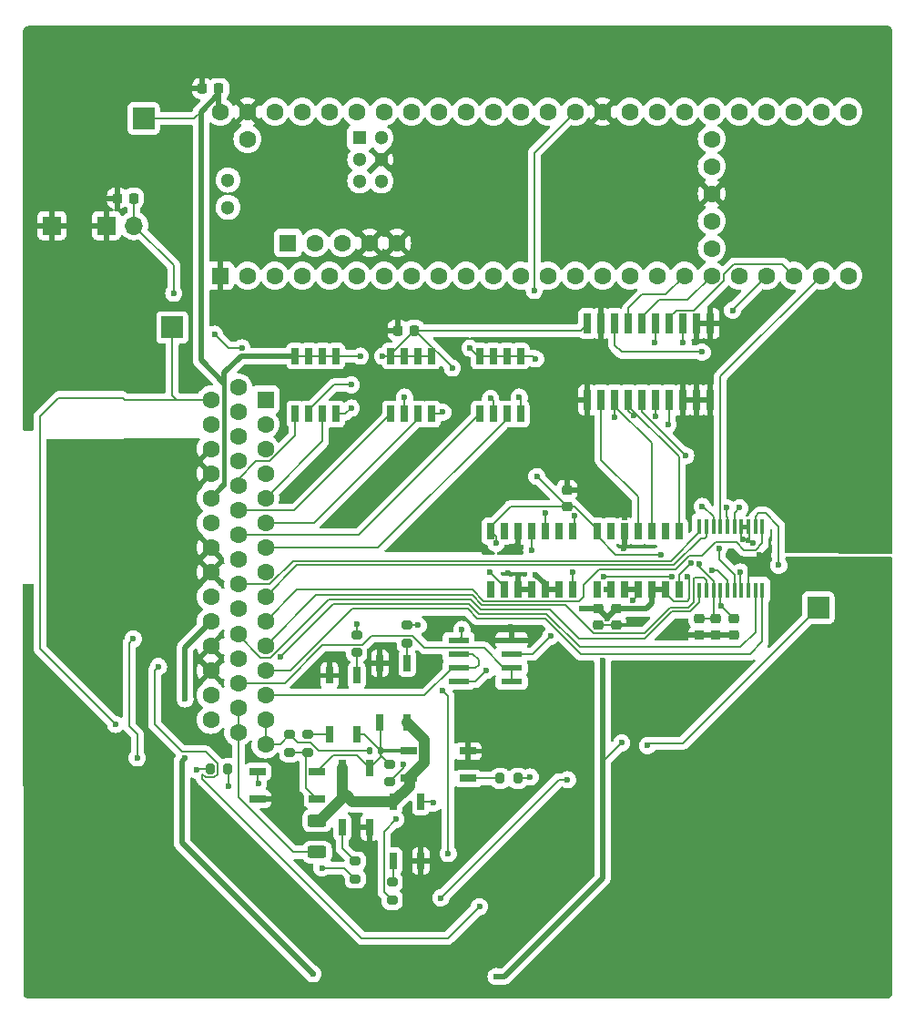
<source format=gbr>
%TF.GenerationSoftware,KiCad,Pcbnew,8.0.6*%
%TF.CreationDate,2024-12-22T02:50:06-05:00*%
%TF.ProjectId,accessory_test,61636365-7373-46f7-9279-5f746573742e,rev?*%
%TF.SameCoordinates,Original*%
%TF.FileFunction,Copper,L1,Top*%
%TF.FilePolarity,Positive*%
%FSLAX46Y46*%
G04 Gerber Fmt 4.6, Leading zero omitted, Abs format (unit mm)*
G04 Created by KiCad (PCBNEW 8.0.6) date 2024-12-22 02:50:06*
%MOMM*%
%LPD*%
G01*
G04 APERTURE LIST*
G04 Aperture macros list*
%AMRoundRect*
0 Rectangle with rounded corners*
0 $1 Rounding radius*
0 $2 $3 $4 $5 $6 $7 $8 $9 X,Y pos of 4 corners*
0 Add a 4 corners polygon primitive as box body*
4,1,4,$2,$3,$4,$5,$6,$7,$8,$9,$2,$3,0*
0 Add four circle primitives for the rounded corners*
1,1,$1+$1,$2,$3*
1,1,$1+$1,$4,$5*
1,1,$1+$1,$6,$7*
1,1,$1+$1,$8,$9*
0 Add four rect primitives between the rounded corners*
20,1,$1+$1,$2,$3,$4,$5,0*
20,1,$1+$1,$4,$5,$6,$7,0*
20,1,$1+$1,$6,$7,$8,$9,0*
20,1,$1+$1,$8,$9,$2,$3,0*%
G04 Aperture macros list end*
%TA.AperFunction,SMDPad,CuDef*%
%ADD10RoundRect,0.200000X-0.275000X0.200000X-0.275000X-0.200000X0.275000X-0.200000X0.275000X0.200000X0*%
%TD*%
%TA.AperFunction,SMDPad,CuDef*%
%ADD11RoundRect,0.200000X0.275000X-0.200000X0.275000X0.200000X-0.275000X0.200000X-0.275000X-0.200000X0*%
%TD*%
%TA.AperFunction,SMDPad,CuDef*%
%ADD12RoundRect,0.200000X-0.200000X-0.275000X0.200000X-0.275000X0.200000X0.275000X-0.200000X0.275000X0*%
%TD*%
%TA.AperFunction,SMDPad,CuDef*%
%ADD13RoundRect,0.135000X0.135000X0.185000X-0.135000X0.185000X-0.135000X-0.185000X0.135000X-0.185000X0*%
%TD*%
%TA.AperFunction,SMDPad,CuDef*%
%ADD14RoundRect,0.250000X0.625000X-0.312500X0.625000X0.312500X-0.625000X0.312500X-0.625000X-0.312500X0*%
%TD*%
%TA.AperFunction,SMDPad,CuDef*%
%ADD15R,1.500000X0.650000*%
%TD*%
%TA.AperFunction,SMDPad,CuDef*%
%ADD16R,0.650000X1.500000*%
%TD*%
%TA.AperFunction,SMDPad,CuDef*%
%ADD17RoundRect,0.225000X0.225000X0.250000X-0.225000X0.250000X-0.225000X-0.250000X0.225000X-0.250000X0*%
%TD*%
%TA.AperFunction,SMDPad,CuDef*%
%ADD18RoundRect,0.225000X0.250000X-0.225000X0.250000X0.225000X-0.250000X0.225000X-0.250000X-0.225000X0*%
%TD*%
%TA.AperFunction,SMDPad,CuDef*%
%ADD19RoundRect,0.225000X-0.250000X0.225000X-0.250000X-0.225000X0.250000X-0.225000X0.250000X0.225000X0*%
%TD*%
%TA.AperFunction,SMDPad,CuDef*%
%ADD20R,1.981200X0.558800*%
%TD*%
%TA.AperFunction,ComponentPad*%
%ADD21O,1.700000X1.700000*%
%TD*%
%TA.AperFunction,ComponentPad*%
%ADD22R,1.700000X1.700000*%
%TD*%
%TA.AperFunction,SMDPad,CuDef*%
%ADD23R,2.000000X2.000000*%
%TD*%
%TA.AperFunction,ComponentPad*%
%ADD24R,1.600000X1.600000*%
%TD*%
%TA.AperFunction,ComponentPad*%
%ADD25C,1.600000*%
%TD*%
%TA.AperFunction,ComponentPad*%
%ADD26R,1.300000X1.300000*%
%TD*%
%TA.AperFunction,ComponentPad*%
%ADD27C,1.300000*%
%TD*%
%TA.AperFunction,SMDPad,CuDef*%
%ADD28R,0.450000X1.475000*%
%TD*%
%TA.AperFunction,SMDPad,CuDef*%
%ADD29RoundRect,0.225000X-0.225000X-0.250000X0.225000X-0.250000X0.225000X0.250000X-0.225000X0.250000X0*%
%TD*%
%TA.AperFunction,SMDPad,CuDef*%
%ADD30R,0.700000X1.825000*%
%TD*%
%TA.AperFunction,SMDPad,CuDef*%
%ADD31R,0.650000X1.525000*%
%TD*%
%TA.AperFunction,ViaPad*%
%ADD32C,0.600000*%
%TD*%
%TA.AperFunction,Conductor*%
%ADD33C,0.200000*%
%TD*%
%TA.AperFunction,Conductor*%
%ADD34C,0.500000*%
%TD*%
%TA.AperFunction,Conductor*%
%ADD35C,1.000000*%
%TD*%
%TA.AperFunction,Conductor*%
%ADD36C,0.450000*%
%TD*%
%TA.AperFunction,Conductor*%
%ADD37C,0.160000*%
%TD*%
%TA.AperFunction,Conductor*%
%ADD38C,0.320000*%
%TD*%
G04 APERTURE END LIST*
D10*
%TO.P,R13,1*%
%TO.N,Net-(K4-+_CONTROL)*%
X120650000Y-124588000D03*
%TO.P,R13,2*%
%TO.N,S4*%
X120650000Y-126238000D03*
%TD*%
D11*
%TO.P,R12,1*%
%TO.N,Net-(K6-+_CONTROL)*%
X122047000Y-102361000D03*
%TO.P,R12,2*%
%TO.N,S3*%
X122047000Y-100711000D03*
%TD*%
%TO.P,R11,1*%
%TO.N,Net-(K7-+_CONTROL)*%
X117348000Y-103250000D03*
%TO.P,R11,2*%
%TO.N,S6*%
X117348000Y-101600000D03*
%TD*%
D12*
%TO.P,R10,1*%
%TO.N,Net-(K5-+_CONTROL)*%
X130684000Y-114935000D03*
%TO.P,R10,2*%
%TO.N,S2*%
X132334000Y-114935000D03*
%TD*%
D11*
%TO.P,R9,1*%
%TO.N,S1*%
X117221000Y-124269000D03*
%TO.P,R9,2*%
%TO.N,Net-(K3-+_CONTROL)*%
X117221000Y-122619000D03*
%TD*%
D12*
%TO.P,R8,1*%
%TO.N,S5*%
X103696000Y-114046000D03*
%TO.P,R8,2*%
%TO.N,Net-(K8-+_CONTROL)*%
X105346000Y-114046000D03*
%TD*%
D13*
%TO.P,R7,1*%
%TO.N,Net-(K3-LOAD_1)*%
X119555000Y-112395000D03*
%TO.P,R7,2*%
%TO.N,QS1+*%
X118535000Y-112395000D03*
%TD*%
D11*
%TO.P,R6,1*%
%TO.N,Net-(K8-LOAD_1)*%
X112776000Y-112522000D03*
%TO.P,R6,2*%
%TO.N,Net-(K7-LOAD_1)*%
X112776000Y-110872000D03*
%TD*%
%TO.P,R5,1*%
%TO.N,Net-(K8-LOAD_1)*%
X111125000Y-112521000D03*
%TO.P,R5,2*%
%TO.N,QS1+*%
X111125000Y-110871000D03*
%TD*%
D14*
%TO.P,R4,1*%
%TO.N,QS1-*%
X113665000Y-121793000D03*
%TO.P,R4,2*%
%TO.N,Net-(K3-LOAD_2)*%
X113665000Y-118868000D03*
%TD*%
D10*
%TO.P,R3,1*%
%TO.N,Net-(K3-LOAD_1)*%
X120396000Y-113602000D03*
%TO.P,R3,2*%
%TO.N,Net-(K4-LOAD_1)*%
X120396000Y-115252000D03*
%TD*%
D15*
%TO.P,K8,1,+_CONTROL*%
%TO.N,Net-(K8-+_CONTROL)*%
X108165000Y-114300000D03*
%TO.P,K8,2,-_CONTROL*%
%TO.N,GNDA*%
X108165000Y-116840000D03*
%TO.P,K8,3,LOAD_1*%
%TO.N,Net-(K8-LOAD_1)*%
X113665000Y-116840000D03*
%TO.P,K8,4,LOAD_2*%
%TO.N,Net-(K3-LOAD_1)*%
X113665000Y-114300000D03*
%TD*%
D16*
%TO.P,K7,1,+_CONTROL*%
%TO.N,Net-(K7-+_CONTROL)*%
X117348000Y-105371000D03*
%TO.P,K7,2,-_CONTROL*%
%TO.N,GNDA*%
X114808000Y-105371000D03*
%TO.P,K7,3,LOAD_1*%
%TO.N,Net-(K7-LOAD_1)*%
X114808000Y-110871000D03*
%TO.P,K7,4,LOAD_2*%
%TO.N,Net-(K3-LOAD_1)*%
X117348000Y-110871000D03*
%TD*%
%TO.P,K6,1,+_CONTROL*%
%TO.N,Net-(K6-+_CONTROL)*%
X122047000Y-104228000D03*
%TO.P,K6,2,-_CONTROL*%
%TO.N,GNDA*%
X119507000Y-104228000D03*
%TO.P,K6,3,LOAD_1*%
%TO.N,Net-(K3-LOAD_1)*%
X119507000Y-109728000D03*
%TO.P,K6,4,LOAD_2*%
%TO.N,Net-(K3-LOAD_2)*%
X122047000Y-109728000D03*
%TD*%
%TO.P,K4,4,LOAD_2*%
%TO.N,Net-(K3-LOAD_2)*%
X120777000Y-117094000D03*
%TO.P,K4,3,LOAD_1*%
%TO.N,Net-(K4-LOAD_1)*%
X123317000Y-117094000D03*
%TO.P,K4,2,-_CONTROL*%
%TO.N,GNDA*%
X123317000Y-122594000D03*
%TO.P,K4,1,+_CONTROL*%
%TO.N,Net-(K4-+_CONTROL)*%
X120777000Y-122594000D03*
%TD*%
%TO.P,K3,1,+_CONTROL*%
%TO.N,Net-(K3-+_CONTROL)*%
X115998057Y-119454172D03*
%TO.P,K3,2,-_CONTROL*%
%TO.N,GNDA*%
X118538057Y-119454172D03*
%TO.P,K3,3,LOAD_1*%
%TO.N,Net-(K3-LOAD_1)*%
X118538057Y-113954172D03*
%TO.P,K3,4,LOAD_2*%
%TO.N,Net-(K3-LOAD_2)*%
X115998057Y-113954172D03*
%TD*%
D17*
%TO.P,D1,1,K*%
%TO.N,12v*%
X96621600Y-61010800D03*
%TO.P,D1,2,A*%
%TO.N,GNDA*%
X95071600Y-61010800D03*
%TD*%
D18*
%TO.P,C15,2*%
%TO.N,3v3*%
X152400000Y-100076000D03*
%TO.P,C15,1*%
%TO.N,GNDA*%
X152400000Y-101626000D03*
%TD*%
D19*
%TO.P,C3,1*%
%TO.N,5BUCK*%
X150749000Y-100063000D03*
%TO.P,C3,2*%
%TO.N,GNDA*%
X150749000Y-101613000D03*
%TD*%
D20*
%TO.P,U1,1,OUTA*%
%TO.N,AOUT0*%
X131749800Y-105918000D03*
%TO.P,U1,2,INA-*%
X131749800Y-104648000D03*
%TO.P,U1,3,INA+*%
%TO.N,Net-(IC3-OUT)*%
X131749800Y-103378000D03*
%TO.P,U1,4,V-*%
%TO.N,GNDA*%
X131749800Y-102108000D03*
%TO.P,U1,5,INB+*%
%TO.N,Net-(IC4-OUT)*%
X126822200Y-102108000D03*
%TO.P,U1,6,INB-*%
%TO.N,AOUT5*%
X126822200Y-103378000D03*
%TO.P,U1,7,OUTB*%
X126822200Y-104648000D03*
%TO.P,U1,8,V+*%
%TO.N,5BUCK*%
X126822200Y-105918000D03*
%TD*%
D21*
%TO.P,J3,2,Pin_2*%
%TO.N,12v*%
X96621600Y-63550800D03*
D22*
%TO.P,J3,1,Pin_1*%
%TO.N,GNDA*%
X94081600Y-63550800D03*
%TD*%
D23*
%TO.P,TP2,1,1*%
%TO.N,3v3*%
X100203000Y-73025000D03*
%TD*%
D24*
%TO.P,U3,1,GND*%
%TO.N,GNDA*%
X104648000Y-68211000D03*
D25*
%TO.P,U3,2,0_RX1_CRX2_CS1*%
%TO.N,unconnected-(U3-0_RX1_CRX2_CS1-Pad2)*%
X107188000Y-68211000D03*
%TO.P,U3,3,1_TX1_CTX2_MISO1*%
%TO.N,unconnected-(U3-1_TX1_CTX2_MISO1-Pad3)*%
X109728000Y-68211000D03*
%TO.P,U3,4,2_OUT2*%
%TO.N,unconnected-(U3-2_OUT2-Pad4)*%
X112268000Y-68211000D03*
%TO.P,U3,5,3_LRCLK2*%
%TO.N,unconnected-(U3-3_LRCLK2-Pad5)*%
X114808000Y-68211000D03*
%TO.P,U3,6,4_BCLK2*%
%TO.N,DIN5*%
X117348000Y-68211000D03*
%TO.P,U3,7,5_IN2*%
%TO.N,DIN2*%
X119888000Y-68211000D03*
%TO.P,U3,8,6_OUT1D*%
%TO.N,DIN4*%
X122428000Y-68211000D03*
%TO.P,U3,9,7_RX2_OUT1A*%
%TO.N,DIN1*%
X124968000Y-68211000D03*
%TO.P,U3,10,8_TX2_IN1*%
%TO.N,DIN3*%
X127508000Y-68211000D03*
%TO.P,U3,11,9_OUT1C*%
%TO.N,DIN0*%
X130048000Y-68211000D03*
%TO.P,U3,12,10_CS_MQSR*%
%TO.N,CS*%
X132588000Y-68211000D03*
%TO.P,U3,13,11_MOSI_CTX1*%
%TO.N,MOSI*%
X135128000Y-68211000D03*
%TO.P,U3,14,12_MISO_MQSL*%
%TO.N,MISO*%
X137668000Y-68211000D03*
%TO.P,U3,15,3V3*%
%TO.N,unconnected-(U3-3V3-Pad15)*%
X140208000Y-68211000D03*
%TO.P,U3,16,24_A10_TX6_SCL2*%
%TO.N,unconnected-(U3-24_A10_TX6_SCL2-Pad16)*%
X142748000Y-68211000D03*
%TO.P,U3,17,25_A11_RX6_SDA2*%
%TO.N,unconnected-(U3-25_A11_RX6_SDA2-Pad17)*%
X145288000Y-68211000D03*
%TO.P,U3,18,26_A12_MOSI1*%
%TO.N,MOSI1*%
X147828000Y-68211000D03*
%TO.P,U3,19,27_A13_SCK1*%
%TO.N,SCLK1*%
X150368000Y-68211000D03*
%TO.P,U3,20,28_RX7*%
%TO.N,LDAC*%
X152908000Y-68211000D03*
%TO.P,U3,21,29_TX7*%
%TO.N,LDAC1*%
X155448000Y-68211000D03*
%TO.P,U3,22,30_CRX3*%
%TO.N,LDAC2*%
X157988000Y-68211000D03*
%TO.P,U3,23,31_CTX3*%
%TO.N,RESET*%
X160528000Y-68211000D03*
%TO.P,U3,24,32_OUT1B*%
%TO.N,unconnected-(U3-32_OUT1B-Pad24)*%
X163068000Y-68211000D03*
%TO.P,U3,25,33_MCLK2*%
%TO.N,unconnected-(U3-33_MCLK2-Pad25)*%
X163068000Y-52971000D03*
%TO.P,U3,26,34_RX8*%
%TO.N,unconnected-(U3-34_RX8-Pad26)*%
X160528000Y-52971000D03*
%TO.P,U3,27,35_TX8*%
%TO.N,unconnected-(U3-35_TX8-Pad27)*%
X157988000Y-52971000D03*
%TO.P,U3,28,36_CS*%
%TO.N,CS1*%
X155448000Y-52971000D03*
%TO.P,U3,29,37_CS*%
%TO.N,CS2*%
X152908000Y-52971000D03*
%TO.P,U3,30,38_CS1_IN1*%
%TO.N,unconnected-(U3-38_CS1_IN1-Pad30)*%
X150368000Y-52971000D03*
%TO.P,U3,31,39_MISO1_OUT1A*%
%TO.N,unconnected-(U3-39_MISO1_OUT1A-Pad31)*%
X147828000Y-52971000D03*
%TO.P,U3,32,40_A16*%
%TO.N,unconnected-(U3-40_A16-Pad32)*%
X145288000Y-52971000D03*
%TO.P,U3,33,41_A17*%
%TO.N,unconnected-(U3-41_A17-Pad33)*%
X142748000Y-52971000D03*
%TO.P,U3,34,GND*%
%TO.N,GNDA*%
X140208000Y-52971000D03*
%TO.P,U3,35,13_SCK_LED*%
%TO.N,SCLK*%
X137668000Y-52971000D03*
%TO.P,U3,36,14_A0_TX3_SPDIF_OUT*%
%TO.N,unconnected-(U3-14_A0_TX3_SPDIF_OUT-Pad36)*%
X135128000Y-52971000D03*
%TO.P,U3,37,15_A1_RX3_SPDIF_IN*%
%TO.N,unconnected-(U3-15_A1_RX3_SPDIF_IN-Pad37)*%
X132588000Y-52971000D03*
%TO.P,U3,38,16_A2_RX4_SCL1*%
%TO.N,unconnected-(U3-16_A2_RX4_SCL1-Pad38)*%
X130048000Y-52971000D03*
%TO.P,U3,39,17_A3_TX4_SDA1*%
%TO.N,unconnected-(U3-17_A3_TX4_SDA1-Pad39)*%
X127508000Y-52971000D03*
%TO.P,U3,40,18_A4_SDA*%
%TO.N,S5*%
X124968000Y-52971000D03*
%TO.P,U3,41,19_A5_SCL*%
%TO.N,S6*%
X122428000Y-52971000D03*
%TO.P,U3,42,20_A6_TX5_LRCLK1*%
%TO.N,S4*%
X119888000Y-52971000D03*
%TO.P,U3,43,21_A7_RX5_BCLK1*%
%TO.N,S3*%
X117348000Y-52971000D03*
%TO.P,U3,44,22_A8_CTX1*%
%TO.N,S2*%
X114808000Y-52971000D03*
%TO.P,U3,45,23_A9_CRX1_MCLK1*%
%TO.N,S1*%
X112268000Y-52971000D03*
%TO.P,U3,46,3V3*%
%TO.N,unconnected-(U3-3V3-Pad46)*%
X109728000Y-52971000D03*
%TO.P,U3,47,GND*%
%TO.N,GNDA*%
X107188000Y-52971000D03*
%TO.P,U3,48,VIN*%
%TO.N,5BUCK*%
X104648000Y-52971000D03*
%TO.P,U3,49,VUSB*%
%TO.N,unconnected-(U3-VUSB-Pad49)*%
X107188000Y-55511000D03*
%TO.P,U3,50,VBAT*%
%TO.N,unconnected-(U3-VBAT-Pad50)*%
X150368000Y-65671000D03*
%TO.P,U3,51,3V3*%
%TO.N,unconnected-(U3-3V3-Pad51)*%
X150368000Y-63131000D03*
%TO.P,U3,52,GND*%
%TO.N,GNDA*%
X150368000Y-60591000D03*
%TO.P,U3,53,PROGRAM*%
%TO.N,unconnected-(U3-PROGRAM-Pad53)*%
X150368000Y-58051000D03*
%TO.P,U3,54,ON_OFF*%
%TO.N,unconnected-(U3-ON_OFF-Pad54)*%
X150368000Y-55511000D03*
D24*
%TO.P,U3,55,5V*%
%TO.N,unconnected-(U3-5V-Pad55)*%
X110947200Y-65160200D03*
D25*
%TO.P,U3,56,D-*%
%TO.N,unconnected-(U3-D--Pad56)*%
X113487200Y-65160200D03*
%TO.P,U3,57,D+*%
%TO.N,unconnected-(U3-D+-Pad57)*%
X116027200Y-65160200D03*
%TO.P,U3,58,GND*%
%TO.N,GNDA*%
X118567200Y-65160200D03*
%TO.P,U3,59,GND*%
X121107200Y-65160200D03*
D26*
%TO.P,U3,60,R+*%
%TO.N,unconnected-(U3-R+-Pad60)*%
X117618000Y-55409400D03*
D27*
%TO.P,U3,61,LED*%
%TO.N,unconnected-(U3-LED-Pad61)*%
X117618000Y-57409400D03*
%TO.P,U3,62,T-*%
%TO.N,unconnected-(U3-T--Pad62)*%
X117618000Y-59409400D03*
%TO.P,U3,63,T+*%
%TO.N,unconnected-(U3-T+-Pad63)*%
X119618000Y-59409400D03*
%TO.P,U3,64,GND*%
%TO.N,GNDA*%
X119618000Y-57409400D03*
%TO.P,U3,65,R-*%
%TO.N,unconnected-(U3-R--Pad65)*%
X119618000Y-55409400D03*
%TO.P,U3,66,D-*%
%TO.N,unconnected-(U3-D--Pad66)*%
X105378000Y-59321000D03*
%TO.P,U3,67,D+*%
%TO.N,unconnected-(U3-D+-Pad67)*%
X105378000Y-61861000D03*
%TD*%
D23*
%TO.P,TP1,1,1*%
%TO.N,5BUCK*%
X97536000Y-53594000D03*
%TD*%
D19*
%TO.P,C5,1*%
%TO.N,GNDA*%
X136906000Y-88125000D03*
%TO.P,C5,2*%
%TO.N,5BUCK*%
X136906000Y-89675000D03*
%TD*%
D28*
%TO.P,IC5,1,VOUT1*%
%TO.N,AOUT8*%
X149221000Y-97426000D03*
%TO.P,IC5,2,VOUT0*%
%TO.N,AOUT3*%
X149871000Y-97426000D03*
%TO.P,IC5,3,VDD*%
%TO.N,5BUCK*%
X150521000Y-97426000D03*
%TO.P,IC5,4,VLOGIC*%
%TO.N,3v3*%
X151171000Y-97426000D03*
%TO.P,IC5,5,~{SYNC}*%
%TO.N,CS*%
X151821000Y-97426000D03*
%TO.P,IC5,6,SCLK*%
%TO.N,SCLK*%
X152471000Y-97426000D03*
%TO.P,IC5,7,SDI*%
%TO.N,MOSI*%
X153121000Y-97426000D03*
%TO.P,IC5,8,GAIN*%
%TO.N,GNDA*%
X153771000Y-97426000D03*
%TO.P,IC5,9,VOUT7*%
%TO.N,AOUT9*%
X154421000Y-97426000D03*
%TO.P,IC5,10,VOUT6*%
%TO.N,AOUT4*%
X155071000Y-97426000D03*
%TO.P,IC5,11,VOUT5*%
%TO.N,AOUT2*%
X155071000Y-91550000D03*
%TO.P,IC5,12,VOUT4*%
%TO.N,AOUT7*%
X154421000Y-91550000D03*
%TO.P,IC5,13,GND*%
%TO.N,GNDA*%
X153771000Y-91550000D03*
%TO.P,IC5,14,RSTSEL*%
X153121000Y-91550000D03*
%TO.P,IC5,15,~{LDAC}*%
%TO.N,LDAC*%
X152471000Y-91550000D03*
%TO.P,IC5,16,SDO*%
%TO.N,MISO*%
X151821000Y-91550000D03*
%TO.P,IC5,17,~{RESET}*%
%TO.N,RESET*%
X151171000Y-91550000D03*
%TO.P,IC5,18,VREF*%
%TO.N,5VAR*%
X150521000Y-91550000D03*
%TO.P,IC5,19,VOUT3*%
%TO.N,AOUT1*%
X149871000Y-91550000D03*
%TO.P,IC5,20,VOUT2*%
%TO.N,AOUT6*%
X149221000Y-91550000D03*
%TD*%
D22*
%TO.P,J2,1,Pin_1*%
%TO.N,GNDA*%
X89001600Y-63550800D03*
%TD*%
D23*
%TO.P,TP3,1,1*%
%TO.N,5VAR*%
X160274000Y-99060000D03*
%TD*%
D19*
%TO.P,C7,1*%
%TO.N,5VAR*%
X139827000Y-99161000D03*
%TO.P,C7,2*%
%TO.N,GNDA*%
X139827000Y-100711000D03*
%TD*%
D16*
%TO.P,IC1,1,S1*%
%TO.N,DOUT4*%
X120523000Y-81071000D03*
%TO.P,IC1,2,G1*%
%TO.N,DIN4*%
X121793000Y-81071000D03*
%TO.P,IC1,3,S2*%
%TO.N,DOUT1*%
X123063000Y-81071000D03*
%TO.P,IC1,4,G2*%
%TO.N,DIN1*%
X124333000Y-81071000D03*
%TO.P,IC1,5,D2_1*%
%TO.N,5BUCK*%
X124333000Y-75671000D03*
%TO.P,IC1,6,D2_2*%
X123063000Y-75671000D03*
%TO.P,IC1,7,D1_1*%
X121793000Y-75671000D03*
%TO.P,IC1,8,D1_2*%
X120523000Y-75671000D03*
%TD*%
D19*
%TO.P,C6,1*%
%TO.N,5VAR*%
X141478000Y-99161000D03*
%TO.P,C6,2*%
%TO.N,GNDA*%
X141478000Y-100711000D03*
%TD*%
D29*
%TO.P,C1,1*%
%TO.N,GNDA*%
X102984000Y-50812000D03*
%TO.P,C1,2*%
%TO.N,5BUCK*%
X104534000Y-50812000D03*
%TD*%
D30*
%TO.P,IC2,1,DIR*%
%TO.N,GNDA*%
X138811000Y-79768000D03*
%TO.P,IC2,2,A1*%
%TO.N,Net-(IC2-A1)*%
X140081000Y-79768000D03*
%TO.P,IC2,3,A2*%
%TO.N,Net-(IC2-A2)*%
X141351000Y-79768000D03*
%TO.P,IC2,4,A3*%
%TO.N,Net-(IC2-A3)*%
X142621000Y-79768000D03*
%TO.P,IC2,5,A4*%
%TO.N,Net-(IC2-A4)*%
X143891000Y-79768000D03*
%TO.P,IC2,6,A5*%
%TO.N,Net-(IC2-A5)*%
X145161000Y-79768000D03*
%TO.P,IC2,7,A6*%
%TO.N,Net-(IC2-A6)*%
X146431000Y-79768000D03*
%TO.P,IC2,8,A7*%
%TO.N,GNDA*%
X147701000Y-79768000D03*
%TO.P,IC2,9,A8*%
X148971000Y-79768000D03*
%TO.P,IC2,10,GND*%
X150241000Y-79768000D03*
%TO.P,IC2,11,B8*%
X150241000Y-72644000D03*
%TO.P,IC2,12,B7*%
X148971000Y-72644000D03*
%TO.P,IC2,13,B6*%
%TO.N,CS2*%
X147701000Y-72644000D03*
%TO.P,IC2,14,B5*%
%TO.N,LDAC2*%
X146431000Y-72644000D03*
%TO.P,IC2,15,B4*%
%TO.N,CS1*%
X145161000Y-72644000D03*
%TO.P,IC2,16,B3*%
%TO.N,SCLK1*%
X143891000Y-72644000D03*
%TO.P,IC2,17,B2*%
%TO.N,MOSI1*%
X142621000Y-72644000D03*
%TO.P,IC2,18,B1*%
%TO.N,LDAC1*%
X141351000Y-72644000D03*
%TO.P,IC2,19,~{OE}*%
%TO.N,GNDA*%
X140081000Y-72644000D03*
%TO.P,IC2,20,VCC*%
%TO.N,5BUCK*%
X138811000Y-72644000D03*
%TD*%
D31*
%TO.P,IC4,1,RFB*%
%TO.N,unconnected-(IC4-RFB-Pad1)*%
X129794000Y-97372000D03*
%TO.P,IC4,2,OUT*%
%TO.N,Net-(IC4-OUT)*%
X131064000Y-97372000D03*
%TO.P,IC4,3,AGNDF*%
%TO.N,GNDA*%
X132334000Y-97372000D03*
%TO.P,IC4,4,AGNDS*%
X133604000Y-97372000D03*
%TO.P,IC4,5,REFS*%
%TO.N,5VAR*%
X134874000Y-97372000D03*
%TO.P,IC4,6,REFF*%
X136144000Y-97372000D03*
%TO.P,IC4,7,~{CS}*%
%TO.N,Net-(IC2-A6)*%
X137414000Y-97372000D03*
%TO.P,IC4,8,SCLK*%
%TO.N,Net-(IC2-A3)*%
X137414000Y-91948000D03*
%TO.P,IC4,9,NC*%
%TO.N,unconnected-(IC4-NC-Pad9)*%
X136144000Y-91948000D03*
%TO.P,IC4,10,DIN*%
%TO.N,Net-(IC2-A2)*%
X134874000Y-91948000D03*
%TO.P,IC4,11,~{LDAC}*%
%TO.N,Net-(IC2-A5)*%
X133604000Y-91948000D03*
%TO.P,IC4,12,DGND*%
%TO.N,GNDA*%
X132334000Y-91948000D03*
%TO.P,IC4,13,INV*%
%TO.N,unconnected-(IC4-INV-Pad13)*%
X131064000Y-91948000D03*
%TO.P,IC4,14,VDD*%
%TO.N,5BUCK*%
X129794000Y-91948000D03*
%TD*%
D16*
%TO.P,IC8,1,S1*%
%TO.N,DOUT3*%
X128778000Y-81071000D03*
%TO.P,IC8,2,G1*%
%TO.N,DIN3*%
X130048000Y-81071000D03*
%TO.P,IC8,3,S2*%
%TO.N,DOUT0*%
X131318000Y-81071000D03*
%TO.P,IC8,4,G2*%
%TO.N,DIN0*%
X132588000Y-81071000D03*
%TO.P,IC8,5,D2_1*%
%TO.N,5BUCK*%
X132588000Y-75671000D03*
%TO.P,IC8,6,D2_2*%
X131318000Y-75671000D03*
%TO.P,IC8,7,D1_1*%
X130048000Y-75671000D03*
%TO.P,IC8,8,D1_2*%
X128778000Y-75671000D03*
%TD*%
D19*
%TO.P,C4,1*%
%TO.N,5BUCK*%
X149180250Y-100069643D03*
%TO.P,C4,2*%
%TO.N,GNDA*%
X149180250Y-101619643D03*
%TD*%
D31*
%TO.P,IC3,1,RFB*%
%TO.N,unconnected-(IC3-RFB-Pad1)*%
X139700000Y-97372000D03*
%TO.P,IC3,2,OUT*%
%TO.N,Net-(IC3-OUT)*%
X140970000Y-97372000D03*
%TO.P,IC3,3,AGNDF*%
%TO.N,GNDA*%
X142240000Y-97372000D03*
%TO.P,IC3,4,AGNDS*%
X143510000Y-97372000D03*
%TO.P,IC3,5,REFS*%
%TO.N,5VAR*%
X144780000Y-97372000D03*
%TO.P,IC3,6,REFF*%
X146050000Y-97372000D03*
%TO.P,IC3,7,~{CS}*%
%TO.N,Net-(IC2-A4)*%
X147320000Y-97372000D03*
%TO.P,IC3,8,SCLK*%
%TO.N,Net-(IC2-A3)*%
X147320000Y-91948000D03*
%TO.P,IC3,9,NC*%
%TO.N,unconnected-(IC3-NC-Pad9)*%
X146050000Y-91948000D03*
%TO.P,IC3,10,DIN*%
%TO.N,Net-(IC2-A2)*%
X144780000Y-91948000D03*
%TO.P,IC3,11,~{LDAC}*%
%TO.N,Net-(IC2-A1)*%
X143510000Y-91948000D03*
%TO.P,IC3,12,DGND*%
%TO.N,GNDA*%
X142240000Y-91948000D03*
%TO.P,IC3,13,INV*%
%TO.N,unconnected-(IC3-INV-Pad13)*%
X140970000Y-91948000D03*
%TO.P,IC3,14,VDD*%
%TO.N,5BUCK*%
X139700000Y-91948000D03*
%TD*%
D29*
%TO.P,C2,1*%
%TO.N,GNDA*%
X121158000Y-73291000D03*
%TO.P,C2,2*%
%TO.N,5BUCK*%
X122708000Y-73291000D03*
%TD*%
D16*
%TO.P,IC9,1,S1*%
%TO.N,DOUT5*%
X111633000Y-81071000D03*
%TO.P,IC9,2,G1*%
%TO.N,DIN5*%
X112903000Y-81071000D03*
%TO.P,IC9,3,S2*%
%TO.N,DOUT2*%
X114173000Y-81071000D03*
%TO.P,IC9,4,G2*%
%TO.N,DIN2*%
X115443000Y-81071000D03*
%TO.P,IC9,5,D2_1*%
%TO.N,5BUCK*%
X115443000Y-75671000D03*
%TO.P,IC9,6,D2_2*%
X114173000Y-75671000D03*
%TO.P,IC9,7,D1_1*%
X112903000Y-75671000D03*
%TO.P,IC9,8,D1_2*%
X111633000Y-75671000D03*
%TD*%
D15*
%TO.P,K5,1,+_CONTROL*%
%TO.N,Net-(K5-+_CONTROL)*%
X127718000Y-114935000D03*
%TO.P,K5,2,-_CONTROL*%
%TO.N,GNDA*%
X127718000Y-112395000D03*
%TO.P,K5,3,LOAD_1*%
%TO.N,Net-(K3-LOAD_1)*%
X122218000Y-112395000D03*
%TO.P,K5,4,LOAD_2*%
%TO.N,Net-(K3-LOAD_2)*%
X122218000Y-114935000D03*
%TD*%
D24*
%TO.P,J1,1,Pin_1*%
%TO.N,unconnected-(J1-Pin_1-Pad1)*%
X108865331Y-79725000D03*
D25*
%TO.P,J1,2,Pin_2*%
%TO.N,unconnected-(J1-Pin_2-Pad2)*%
X108865331Y-82015000D03*
%TO.P,J1,3,Pin_3*%
%TO.N,unconnected-(J1-Pin_3-Pad3)*%
X108865331Y-84305000D03*
%TO.P,J1,4,Pin_4*%
%TO.N,unconnected-(J1-Pin_4-Pad4)*%
X108865331Y-86595000D03*
%TO.P,J1,5,Pin_5*%
%TO.N,DOUT2*%
X108865331Y-88885000D03*
%TO.P,J1,6,Pin_6*%
%TO.N,DOUT1*%
X108865331Y-91175000D03*
%TO.P,J1,7,Pin_7*%
%TO.N,DOUT0*%
X108865331Y-93465000D03*
%TO.P,J1,8,Pin_8*%
%TO.N,12v*%
X108865331Y-95755000D03*
%TO.P,J1,9,Pin_9*%
%TO.N,AOUT1*%
X108865331Y-98045000D03*
%TO.P,J1,10,Pin_10*%
%TO.N,AOUT2*%
X108865331Y-100335000D03*
%TO.P,J1,11,Pin_11*%
%TO.N,AOUT3*%
X108865331Y-102625000D03*
%TO.P,J1,12,Pin_12*%
%TO.N,AOUT4*%
X108865331Y-104915000D03*
%TO.P,J1,13,Pin_13*%
%TO.N,AOUT5*%
X108865331Y-107205000D03*
%TO.P,J1,14,Pin_14*%
%TO.N,QS1+*%
X108865331Y-109495000D03*
%TO.P,J1,15,Pin_15*%
X108865331Y-111785000D03*
%TO.P,J1,16,Pin_16*%
%TO.N,unconnected-(J1-Pin_16-Pad16)*%
X106325331Y-78580000D03*
%TO.P,J1,17,Pin_17*%
%TO.N,unconnected-(J1-Pin_17-Pad17)*%
X106325331Y-80870000D03*
%TO.P,J1,18,Pin_18*%
%TO.N,unconnected-(J1-Pin_18-Pad18)*%
X106325331Y-83160000D03*
%TO.P,J1,19,Pin_19*%
%TO.N,unconnected-(J1-Pin_19-Pad19)*%
X106325331Y-85450000D03*
%TO.P,J1,20,Pin_20*%
%TO.N,DOUT5*%
X106325331Y-87740000D03*
%TO.P,J1,21,Pin_21*%
%TO.N,DOUT4*%
X106325331Y-90030000D03*
%TO.P,J1,22,Pin_22*%
%TO.N,DOUT3*%
X106325331Y-92320000D03*
%TO.P,J1,23,Pin_23*%
%TO.N,unconnected-(J1-Pin_23-Pad23)*%
X106325331Y-94610000D03*
%TO.P,J1,24,Pin_24*%
%TO.N,AOUT6*%
X106325331Y-96900000D03*
%TO.P,J1,25,Pin_25*%
%TO.N,AOUT7*%
X106325331Y-99190000D03*
%TO.P,J1,26,Pin_26*%
%TO.N,AOUT8*%
X106325331Y-101480000D03*
%TO.P,J1,27,Pin_27*%
%TO.N,AOUT9*%
X106325331Y-103770000D03*
%TO.P,J1,28,Pin_28*%
%TO.N,AOUT0*%
X106325331Y-106060000D03*
%TO.P,J1,29,Pin_29*%
%TO.N,QS1-*%
X106325331Y-108350000D03*
%TO.P,J1,30,Pin_30*%
X106325331Y-110640000D03*
%TO.P,J1,31,Pin_31*%
%TO.N,3v3*%
X103785331Y-79725000D03*
%TO.P,J1,32,Pin_32*%
%TO.N,unconnected-(J1-Pin_32-Pad32)*%
X103785331Y-82015000D03*
%TO.P,J1,33,Pin_33*%
%TO.N,GNDA*%
X103785331Y-84305000D03*
%TO.P,J1,34,Pin_34*%
X103785331Y-86595000D03*
%TO.P,J1,35,Pin_35*%
%TO.N,5BUCK*%
X103785331Y-88885000D03*
%TO.P,J1,36,Pin_36*%
%TO.N,unconnected-(J1-Pin_36-Pad36)*%
X103785331Y-91175000D03*
%TO.P,J1,37,Pin_37*%
%TO.N,GNDA*%
X103785331Y-93465000D03*
%TO.P,J1,38,Pin_38*%
X103785331Y-95755000D03*
%TO.P,J1,39,Pin_39*%
%TO.N,unconnected-(J1-Pin_39-Pad39)*%
X103785331Y-98045000D03*
%TO.P,J1,40,Pin_40*%
%TO.N,5VAR*%
X103785331Y-100335000D03*
%TO.P,J1,41,Pin_41*%
%TO.N,GNDA*%
X103785331Y-102625000D03*
%TO.P,J1,42,Pin_42*%
X103785331Y-104915000D03*
%TO.P,J1,43,Pin_43*%
%TO.N,unconnected-(J1-Pin_43-Pad43)*%
X103785331Y-107205000D03*
%TO.P,J1,44,Pin_44*%
%TO.N,unconnected-(J1-Pin_44-Pad44)*%
X103785331Y-109495000D03*
%TD*%
D32*
%TO.N,GNDA*%
X127965200Y-90322400D03*
X128219200Y-92557600D03*
X127863600Y-91490800D03*
X127050800Y-92557600D03*
X158292800Y-92557600D03*
X157886400Y-90576400D03*
X156210000Y-89204800D03*
X154178000Y-88392000D03*
X131673600Y-88138000D03*
X130098800Y-88646000D03*
X128778000Y-89408000D03*
X127000000Y-89509600D03*
X151587200Y-105003600D03*
X149352000Y-105206800D03*
X144170400Y-104597200D03*
X137312400Y-104343200D03*
X135585200Y-103428800D03*
%TO.N,12v*%
X106680000Y-74921000D03*
X104140000Y-73660000D03*
X100330000Y-69850000D03*
%TO.N,GNDA*%
X115519200Y-122275600D03*
X114655600Y-120345200D03*
%TO.N,LDAC1*%
X152308000Y-71424800D03*
X149479370Y-75311000D03*
%TO.N,GNDA*%
X131775200Y-93421200D03*
X142189200Y-93523000D03*
%TO.N,CS*%
X140309600Y-96164400D03*
X146671939Y-96207221D03*
%TO.N,AOUT9*%
X110286800Y-103632000D03*
%TO.N,3v3*%
X136956800Y-115062000D03*
X125171200Y-126034800D03*
%TO.N,5VAR*%
X101371001Y-107543600D03*
%TO.N,GNDA*%
X114300000Y-103759000D03*
X118999000Y-105918000D03*
%TO.N,S5*%
X125349000Y-106807000D03*
X125857000Y-121920000D03*
%TO.N,5VAR*%
X113284000Y-133096000D03*
X130302000Y-133350000D03*
%TO.N,AOUT7*%
X98907600Y-104546400D03*
%TO.N,5VAR*%
X101371001Y-113055001D03*
%TO.N,AOUT7*%
X156591000Y-95123000D03*
X128755669Y-126850669D03*
%TO.N,5BUCK*%
X134105500Y-86874500D03*
X133985000Y-75946000D03*
X127889000Y-74930000D03*
X126241000Y-76791735D03*
X119761000Y-75692000D03*
X117694000Y-75692000D03*
%TO.N,GNDA*%
X154178000Y-93091000D03*
X153289000Y-92745000D03*
%TO.N,CS1*%
X145034000Y-74422000D03*
%TO.N,CS2*%
X147701000Y-74422000D03*
%TO.N,GNDA*%
X131445000Y-95885000D03*
X132461000Y-96012000D03*
X135763000Y-105029000D03*
X136525000Y-109093000D03*
X138430000Y-106045000D03*
X131699000Y-100838000D03*
X133985000Y-101727000D03*
%TO.N,Net-(IC4-OUT)*%
X127127000Y-101092000D03*
X129702000Y-95723000D03*
%TO.N,5BUCK*%
X130302000Y-93091000D03*
X129413000Y-104902000D03*
%TO.N,GNDA*%
X154829379Y-94169207D03*
X147320000Y-101346000D03*
X143002000Y-100457000D03*
X143002000Y-98411000D03*
%TO.N,5VAR*%
X144399000Y-111887000D03*
X141986000Y-111633000D03*
X148127984Y-96195217D03*
X149479000Y-89662000D03*
%TO.N,Net-(IC3-OUT)*%
X140525002Y-97409000D03*
X135382000Y-101727000D03*
%TO.N,S2*%
X96926400Y-113030000D03*
X96570800Y-101955600D03*
%TO.N,5BUCK*%
X149225000Y-94996000D03*
X145669000Y-94123000D03*
%TO.N,5VAR*%
X133985000Y-96012000D03*
X138303000Y-99187000D03*
X140652500Y-100042365D03*
X140208000Y-104013000D03*
%TO.N,3v3*%
X94932500Y-109918500D03*
X151257000Y-98933000D03*
%TO.N,Net-(IC2-A4)*%
X147945000Y-84934500D03*
X148408108Y-94941108D03*
%TO.N,SCLK*%
X133858000Y-69596000D03*
X151046265Y-93564000D03*
%TO.N,LDAC*%
X152965000Y-89789000D03*
%TO.N,MISO*%
X151765000Y-89789000D03*
%TO.N,MOSI*%
X153035000Y-95758000D03*
%TO.N,CS*%
X150377623Y-95580907D03*
%TO.N,Net-(IC2-A6)*%
X137414000Y-95758000D03*
X146304000Y-82042000D03*
%TO.N,Net-(IC2-A5)*%
X133604000Y-93726000D03*
X145161000Y-81280000D03*
%TO.N,Net-(IC2-A3)*%
X137575722Y-90491502D03*
X143075515Y-81206485D03*
%TO.N,Net-(IC2-A2)*%
X141351000Y-81407000D03*
X134874000Y-90297000D03*
%TO.N,DIN0*%
X132461000Y-79502000D03*
%TO.N,DIN3*%
X129794000Y-79629000D03*
%TO.N,DIN1*%
X125349000Y-80899000D03*
%TO.N,DIN4*%
X121793000Y-79502000D03*
%TO.N,DIN2*%
X116848000Y-80518000D03*
%TO.N,DIN5*%
X116848000Y-78359000D03*
%TO.N,S3*%
X123063000Y-100711000D03*
%TO.N,S6*%
X117348000Y-100584000D03*
%TO.N,S2*%
X133477000Y-114808000D03*
%TO.N,S5*%
X102489000Y-114173000D03*
%TO.N,S4*%
X120988000Y-118745000D03*
%TO.N,S1*%
X114109500Y-123253499D03*
%TO.N,Net-(K8-+_CONTROL)*%
X105410000Y-115697000D03*
X108204000Y-115443000D03*
%TO.N,Net-(K4-LOAD_1)*%
X124460000Y-117221000D03*
X121666000Y-113665000D03*
%TD*%
D33*
%TO.N,3v3*%
X87884000Y-102870000D02*
X94932500Y-109918500D01*
X89611200Y-79552800D02*
X87884000Y-81280000D01*
X87884000Y-81280000D02*
X87884000Y-102870000D01*
X95738200Y-79725000D02*
X95566000Y-79552800D01*
X100584000Y-79725000D02*
X95738200Y-79725000D01*
X95566000Y-79552800D02*
X89611200Y-79552800D01*
%TO.N,12v*%
X100330000Y-67259200D02*
X96621600Y-63550800D01*
X100330000Y-67259200D02*
X100330000Y-69850000D01*
X96621600Y-63550800D02*
X96621600Y-61010800D01*
X105401000Y-74921000D02*
X106680000Y-74921000D01*
X104140000Y-73660000D02*
X105401000Y-74921000D01*
%TO.N,LDAC1*%
X152308000Y-71351000D02*
X152308000Y-71424800D01*
X155448000Y-68211000D02*
X152308000Y-71351000D01*
%TO.N,GNDA*%
X139827000Y-100711000D02*
X141478000Y-100711000D01*
X132334000Y-92862400D02*
X131775200Y-93421200D01*
X132334000Y-91948000D02*
X132334000Y-92862400D01*
X142240000Y-93472200D02*
X142189200Y-93523000D01*
X142240000Y-91948000D02*
X142240000Y-93472200D01*
%TO.N,CS*%
X140614400Y-96164400D02*
X140309600Y-96164400D01*
X140657221Y-96207221D02*
X140614400Y-96164400D01*
X146671939Y-96207221D02*
X140657221Y-96207221D01*
%TO.N,AOUT9*%
X110236000Y-103632000D02*
X110286800Y-103632000D01*
%TO.N,AOUT4*%
X155071000Y-102231000D02*
X155071000Y-97426000D01*
X153924000Y-103378000D02*
X155071000Y-102231000D01*
X138172314Y-103378000D02*
X153924000Y-103378000D01*
X134870314Y-100076000D02*
X138172314Y-103378000D01*
X127658756Y-99187000D02*
X128547756Y-100076000D01*
X116916200Y-99187000D02*
X127658756Y-99187000D01*
X111188200Y-104915000D02*
X116916200Y-99187000D01*
X128547756Y-100076000D02*
X134870314Y-100076000D01*
X108865331Y-104915000D02*
X111188200Y-104915000D01*
%TO.N,AOUT0*%
X110652800Y-106060000D02*
X106325331Y-106060000D01*
X114162800Y-102550000D02*
X110652800Y-106060000D01*
X122534648Y-101661000D02*
X118724648Y-101661000D01*
X118724648Y-101661000D02*
X117835648Y-102550000D01*
X123672248Y-102798600D02*
X122534648Y-101661000D01*
X129189200Y-102798600D02*
X123672248Y-102798600D01*
X131038600Y-104648000D02*
X129189200Y-102798600D01*
X131749800Y-104648000D02*
X131038600Y-104648000D01*
X117835648Y-102550000D02*
X114162800Y-102550000D01*
%TO.N,QS1+*%
X110211000Y-111785000D02*
X111125000Y-110871000D01*
X108865331Y-111785000D02*
X110211000Y-111785000D01*
%TO.N,3v3*%
X125171200Y-126034800D02*
X136144000Y-115062000D01*
X136144000Y-115062000D02*
X136956800Y-115062000D01*
%TO.N,S2*%
X96164400Y-102362000D02*
X96570800Y-101955600D01*
X96164400Y-110032800D02*
X96164400Y-102362000D01*
X96926400Y-110794800D02*
X96164400Y-110032800D01*
X96926400Y-113030000D02*
X96926400Y-110794800D01*
%TO.N,AOUT7*%
X125812338Y-129794000D02*
X128755669Y-126850669D01*
X117827157Y-129794000D02*
X125812338Y-129794000D01*
X102996000Y-114962843D02*
X117827157Y-129794000D01*
X102996000Y-114533648D02*
X102996000Y-114962843D01*
X103283352Y-114821000D02*
X102996000Y-114533648D01*
X104396000Y-114533648D02*
X104108648Y-114821000D01*
X104108648Y-114821000D02*
X103283352Y-114821000D01*
X104396000Y-113558352D02*
X104396000Y-114533648D01*
X98552000Y-109884529D02*
X101122472Y-112455001D01*
X103292649Y-112455001D02*
X104396000Y-113558352D01*
X98552000Y-104902000D02*
X98552000Y-109884529D01*
X98907600Y-104546400D02*
X98552000Y-104902000D01*
X101122472Y-112455001D02*
X103292649Y-112455001D01*
D34*
%TO.N,5VAR*%
X101371001Y-107543600D02*
X101371001Y-102749330D01*
X101371001Y-102749330D02*
X103785331Y-100335000D01*
D33*
%TO.N,GNDA*%
X114808000Y-104267000D02*
X114300000Y-103759000D01*
X114808000Y-105371000D02*
X114808000Y-104267000D01*
X119507000Y-105410000D02*
X118999000Y-105918000D01*
X119507000Y-104228000D02*
X119507000Y-105410000D01*
%TO.N,S1*%
X116205499Y-123253499D02*
X117221000Y-124269000D01*
X114109500Y-123253499D02*
X116205499Y-123253499D01*
%TO.N,S4*%
X119875000Y-125463000D02*
X119875000Y-119858000D01*
X120650000Y-126238000D02*
X119875000Y-125463000D01*
X119875000Y-119858000D02*
X120988000Y-118745000D01*
%TO.N,S5*%
X125857000Y-107315000D02*
X125349000Y-106807000D01*
X125857000Y-121920000D02*
X125857000Y-107315000D01*
D34*
%TO.N,5VAR*%
X131064000Y-133350000D02*
X130302000Y-133350000D01*
X131064000Y-133350000D02*
X140208000Y-124206000D01*
D33*
%TO.N,AOUT7*%
X156591000Y-95123000D02*
X156591000Y-91507500D01*
X155380500Y-90297000D02*
X156591000Y-91507500D01*
%TO.N,5VAR*%
X144618000Y-111668000D02*
X147666000Y-111668000D01*
X144399000Y-111887000D02*
X144618000Y-111668000D01*
X147666000Y-111668000D02*
X160274000Y-99060000D01*
%TO.N,AOUT7*%
X154421000Y-90612500D02*
X154421000Y-91550000D01*
X154736500Y-90297000D02*
X154421000Y-90612500D01*
X155380500Y-90297000D02*
X154736500Y-90297000D01*
%TO.N,5VAR*%
X140208000Y-113411000D02*
X140208000Y-115189000D01*
X141986000Y-111633000D02*
X140208000Y-113411000D01*
%TO.N,AOUT2*%
X111791331Y-97409000D02*
X108865331Y-100335000D01*
X128143500Y-97409000D02*
X111791331Y-97409000D01*
X129169000Y-98434500D02*
X128143500Y-97409000D01*
X138039000Y-98434500D02*
X129169000Y-98434500D01*
X138430000Y-98043500D02*
X138039000Y-98434500D01*
X138430000Y-96954500D02*
X138430000Y-98043500D01*
X139861500Y-95523000D02*
X138430000Y-96954500D01*
X146977686Y-95523000D02*
X139861500Y-95523000D01*
X148266686Y-94234000D02*
X146977686Y-95523000D01*
X149479000Y-94234000D02*
X148266686Y-94234000D01*
X150749000Y-92964000D02*
X149479000Y-94234000D01*
X153386471Y-93691000D02*
X152659471Y-92964000D01*
X154467000Y-93691000D02*
X153386471Y-93691000D01*
X155071000Y-93087000D02*
X154467000Y-93691000D01*
X155071000Y-91550000D02*
X155071000Y-93087000D01*
X152659471Y-92964000D02*
X150749000Y-92964000D01*
%TO.N,GNDA*%
X153771000Y-95227586D02*
X153771000Y-97426000D01*
X154829379Y-94169207D02*
X153771000Y-95227586D01*
%TO.N,SCLK*%
X152471000Y-96042529D02*
X152471000Y-97426000D01*
X151046265Y-94617794D02*
X152471000Y-96042529D01*
X151046265Y-93564000D02*
X151046265Y-94617794D01*
%TO.N,CS*%
X151821000Y-96513500D02*
X151821000Y-97426000D01*
X150377623Y-95580907D02*
X150888407Y-95580907D01*
X150888407Y-95580907D02*
X151821000Y-96513500D01*
%TO.N,5BUCK*%
X134105500Y-86874500D02*
X136906000Y-89675000D01*
X133710000Y-75671000D02*
X133985000Y-75946000D01*
X132588000Y-75671000D02*
X133710000Y-75671000D01*
X127889000Y-74930000D02*
X128630000Y-75671000D01*
X128630000Y-75671000D02*
X128778000Y-75671000D01*
X122821000Y-73291000D02*
X122708000Y-73291000D01*
X126241000Y-76711000D02*
X122821000Y-73291000D01*
X126241000Y-76791735D02*
X126241000Y-76711000D01*
X120502000Y-75692000D02*
X120523000Y-75671000D01*
X119761000Y-75692000D02*
X120502000Y-75692000D01*
X116586000Y-75692000D02*
X117694000Y-75692000D01*
X116565000Y-75671000D02*
X116586000Y-75692000D01*
X115443000Y-75671000D02*
X116565000Y-75671000D01*
%TO.N,GNDA*%
X153889000Y-92802000D02*
X154178000Y-93091000D01*
X153889000Y-91668000D02*
X153889000Y-92802000D01*
X153771000Y-91550000D02*
X153889000Y-91668000D01*
X153121000Y-92577000D02*
X153289000Y-92745000D01*
X153121000Y-91550000D02*
X153121000Y-92577000D01*
D35*
%TO.N,Net-(K3-LOAD_2)*%
X113923000Y-118868000D02*
X113665000Y-118868000D01*
X115998057Y-116792943D02*
X113923000Y-118868000D01*
X115998057Y-116534943D02*
X115998057Y-116792943D01*
D33*
%TO.N,CS1*%
X145161000Y-74295000D02*
X145034000Y-74422000D01*
X145161000Y-72644000D02*
X145161000Y-74295000D01*
%TO.N,CS2*%
X147701000Y-72644000D02*
X147701000Y-74422000D01*
%TO.N,LDAC1*%
X141986000Y-75311000D02*
X141351000Y-74676000D01*
X149479370Y-75311000D02*
X141986000Y-75311000D01*
X141351000Y-74676000D02*
X141351000Y-72644000D01*
%TO.N,5BUCK*%
X102247000Y-53594000D02*
X102870000Y-52971000D01*
X97536000Y-53594000D02*
X102247000Y-53594000D01*
%TO.N,QS1+*%
X108865331Y-109495000D02*
X108865331Y-111785000D01*
%TO.N,QS1-*%
X106325331Y-110640000D02*
X106325331Y-108350000D01*
%TO.N,AOUT5*%
X128397000Y-104648000D02*
X126822200Y-104648000D01*
X128686000Y-103921000D02*
X128686000Y-104359000D01*
X128143000Y-103378000D02*
X128686000Y-103921000D01*
X128686000Y-104359000D02*
X128397000Y-104648000D01*
X126822200Y-103378000D02*
X128143000Y-103378000D01*
%TO.N,5BUCK*%
X128397000Y-105918000D02*
X126822200Y-105918000D01*
X129413000Y-104902000D02*
X128397000Y-105918000D01*
%TO.N,Net-(IC4-OUT)*%
X127127000Y-101092000D02*
X127127000Y-101803200D01*
X127127000Y-101803200D02*
X126822200Y-102108000D01*
X129702000Y-95723000D02*
X131064000Y-97085000D01*
X131064000Y-97085000D02*
X131064000Y-97372000D01*
%TO.N,5BUCK*%
X130302000Y-92456000D02*
X129794000Y-91948000D01*
X130302000Y-93091000D02*
X130302000Y-92456000D01*
%TO.N,GNDA*%
X147593643Y-101619643D02*
X147320000Y-101346000D01*
X149180250Y-101619643D02*
X147593643Y-101619643D01*
X142748000Y-100711000D02*
X143002000Y-100457000D01*
X141478000Y-100711000D02*
X142748000Y-100711000D01*
X143510000Y-97903000D02*
X143002000Y-98411000D01*
X143510000Y-97372000D02*
X143510000Y-97903000D01*
D34*
%TO.N,5VAR*%
X140208000Y-115189000D02*
X140208000Y-104013000D01*
D33*
X148296000Y-98211000D02*
X148072500Y-98434500D01*
X146821500Y-98434500D02*
X146050000Y-97663000D01*
X146050000Y-97663000D02*
X146050000Y-97372000D01*
X148296000Y-96363233D02*
X148296000Y-98211000D01*
X148072500Y-98434500D02*
X146821500Y-98434500D01*
X148127984Y-96195217D02*
X148296000Y-96363233D01*
%TO.N,AOUT3*%
X149871000Y-96488500D02*
X149871000Y-97426000D01*
X149648500Y-96266000D02*
X149871000Y-96488500D01*
X148818500Y-96266000D02*
X149648500Y-96266000D01*
X148696000Y-98515314D02*
X148696000Y-96388500D01*
X148696000Y-96388500D02*
X148818500Y-96266000D01*
X139353304Y-101461000D02*
X144099314Y-101461000D01*
X136726804Y-98834500D02*
X139353304Y-101461000D01*
X128085814Y-97917000D02*
X129003314Y-98834500D01*
X148170314Y-99041000D02*
X148696000Y-98515314D01*
X129003314Y-98834500D02*
X136726804Y-98834500D01*
X144099314Y-101461000D02*
X146519314Y-99041000D01*
X113573331Y-97917000D02*
X128085814Y-97917000D01*
X146519314Y-99041000D02*
X148170314Y-99041000D01*
X108865331Y-102625000D02*
X113573331Y-97917000D01*
%TO.N,AOUT8*%
X106325331Y-101640635D02*
X106325331Y-101480000D01*
X109320966Y-103725000D02*
X108409696Y-103725000D01*
X114728966Y-98317000D02*
X109320966Y-103725000D01*
X127920128Y-98317000D02*
X114728966Y-98317000D01*
X108409696Y-103725000D02*
X106325331Y-101640635D01*
X138049000Y-101981000D02*
X135302500Y-99234500D01*
X146685000Y-99441000D02*
X144145000Y-101981000D01*
X135302500Y-99234500D02*
X128837628Y-99234500D01*
X148336000Y-99441000D02*
X146685000Y-99441000D01*
X128837628Y-99234500D02*
X127920128Y-98317000D01*
X149221000Y-98556000D02*
X148336000Y-99441000D01*
X144145000Y-101981000D02*
X138049000Y-101981000D01*
X149221000Y-97426000D02*
X149221000Y-98556000D01*
%TO.N,5BUCK*%
X149225000Y-95276814D02*
X150521000Y-96572814D01*
X149225000Y-94996000D02*
X149225000Y-95276814D01*
X150521000Y-96572814D02*
X150521000Y-97426000D01*
%TO.N,Net-(IC2-A4)*%
X147320000Y-96029216D02*
X147320000Y-97372000D01*
X148408108Y-94941108D02*
X147320000Y-96029216D01*
%TO.N,5VAR*%
X149570500Y-89662000D02*
X149479000Y-89662000D01*
X150521000Y-90612500D02*
X149570500Y-89662000D01*
X150521000Y-91550000D02*
X150521000Y-90612500D01*
%TO.N,5BUCK*%
X129794000Y-91530500D02*
X129794000Y-91948000D01*
X131649500Y-89675000D02*
X129794000Y-91530500D01*
X136906000Y-89675000D02*
X131649500Y-89675000D01*
X139700000Y-91767251D02*
X139700000Y-91948000D01*
X137607749Y-89675000D02*
X139700000Y-91767251D01*
X136906000Y-89675000D02*
X137607749Y-89675000D01*
%TO.N,AOUT0*%
X131749800Y-105918000D02*
X131749800Y-104648000D01*
%TO.N,Net-(IC3-OUT)*%
X140933000Y-97409000D02*
X140970000Y-97372000D01*
X140525002Y-97409000D02*
X140933000Y-97409000D01*
X133731000Y-103378000D02*
X135382000Y-101727000D01*
X131749800Y-103378000D02*
X133731000Y-103378000D01*
%TO.N,3v3*%
X152400000Y-100076000D02*
X151257000Y-98933000D01*
%TO.N,5BUCK*%
X149186893Y-100063000D02*
X149180250Y-100069643D01*
X150749000Y-100063000D02*
X149186893Y-100063000D01*
X150521000Y-99835000D02*
X150749000Y-100063000D01*
X150521000Y-97426000D02*
X150521000Y-99835000D01*
%TO.N,AOUT1*%
X149746000Y-92587500D02*
X149347500Y-92587500D01*
X149347500Y-92587500D02*
X146812000Y-95123000D01*
X149871000Y-92462500D02*
X149746000Y-92587500D01*
X146812000Y-95123000D02*
X111787331Y-95123000D01*
X111787331Y-95123000D02*
X108865331Y-98045000D01*
X149871000Y-91550000D02*
X149871000Y-92462500D01*
%TO.N,AOUT9*%
X128671942Y-99634500D02*
X127754442Y-98717000D01*
X134994500Y-99634500D02*
X128671942Y-99634500D01*
X127754442Y-98717000D02*
X115151000Y-98717000D01*
X153035000Y-102743000D02*
X138103000Y-102743000D01*
X154421000Y-101357000D02*
X153035000Y-102743000D01*
X115151000Y-98717000D02*
X110236000Y-103632000D01*
X154421000Y-97426000D02*
X154421000Y-101357000D01*
X138103000Y-102743000D02*
X134994500Y-99634500D01*
%TO.N,5BUCK*%
X141437500Y-94123000D02*
X145669000Y-94123000D01*
X139700000Y-92385500D02*
X141437500Y-94123000D01*
X139700000Y-91948000D02*
X139700000Y-92385500D01*
D34*
%TO.N,5VAR*%
X144780000Y-97372000D02*
X146050000Y-97372000D01*
X144253500Y-99161000D02*
X144780000Y-98634500D01*
X141478000Y-99161000D02*
X144253500Y-99161000D01*
X144780000Y-98634500D02*
X144780000Y-97372000D01*
X134874000Y-97372000D02*
X136144000Y-97372000D01*
X134874000Y-96901000D02*
X134874000Y-97372000D01*
X133985000Y-96012000D02*
X134874000Y-96901000D01*
X138329000Y-99161000D02*
X138303000Y-99187000D01*
X139827000Y-99161000D02*
X138329000Y-99161000D01*
X140652500Y-99986500D02*
X141478000Y-99161000D01*
X140652500Y-100042365D02*
X140652500Y-99986500D01*
X140652500Y-99986500D02*
X139827000Y-99161000D01*
D33*
%TO.N,3v3*%
X100203000Y-79344000D02*
X100584000Y-79725000D01*
X100584000Y-79725000D02*
X103785331Y-79725000D01*
X100203000Y-73025000D02*
X100203000Y-79344000D01*
X151171000Y-98847000D02*
X151257000Y-98933000D01*
X151171000Y-97426000D02*
X151171000Y-98847000D01*
%TO.N,S3*%
X123063000Y-100711000D02*
X122047000Y-100711000D01*
%TO.N,AOUT6*%
X111452966Y-94723000D02*
X109275966Y-96900000D01*
X109275966Y-96900000D02*
X106325331Y-96900000D01*
X149221000Y-92062500D02*
X146560500Y-94723000D01*
X149221000Y-91550000D02*
X149221000Y-92062500D01*
X146560500Y-94723000D02*
X111452966Y-94723000D01*
%TO.N,SCLK*%
X133858000Y-56781000D02*
X137668000Y-52971000D01*
X133858000Y-69596000D02*
X133858000Y-56781000D01*
%TO.N,Net-(IC2-A6)*%
X146431000Y-81915000D02*
X146431000Y-79768000D01*
X146304000Y-82042000D02*
X146431000Y-81915000D01*
%TO.N,RESET*%
X151165000Y-91544000D02*
X151171000Y-91550000D01*
X151165000Y-77574000D02*
X151165000Y-91544000D01*
X160528000Y-68211000D02*
X151165000Y-77574000D01*
%TO.N,LDAC2*%
X146431000Y-72051500D02*
X146431000Y-72644000D01*
X152452365Y-67111000D02*
X151468000Y-68095365D01*
X148703135Y-71431500D02*
X147051000Y-71431500D01*
X147051000Y-71431500D02*
X146431000Y-72051500D01*
X156888000Y-67111000D02*
X152452365Y-67111000D01*
X157988000Y-68211000D02*
X156888000Y-67111000D01*
X151468000Y-68095365D02*
X151468000Y-68666635D01*
X151468000Y-68666635D02*
X148703135Y-71431500D01*
%TO.N,LDAC*%
X152471000Y-90283000D02*
X152471000Y-91550000D01*
X152965000Y-89789000D02*
X152471000Y-90283000D01*
%TO.N,MISO*%
X151821000Y-90637500D02*
X151821000Y-91550000D01*
X151765000Y-90581500D02*
X151821000Y-90637500D01*
X151765000Y-89789000D02*
X151765000Y-90581500D01*
%TO.N,SCLK1*%
X143891000Y-72051500D02*
X143891000Y-72644000D01*
X145457500Y-70485000D02*
X143891000Y-72051500D01*
X148094000Y-70485000D02*
X145457500Y-70485000D01*
X150368000Y-68211000D02*
X148094000Y-70485000D01*
%TO.N,MOSI1*%
X142621000Y-71247000D02*
X142621000Y-72644000D01*
X143891000Y-69977000D02*
X142621000Y-71247000D01*
X146062000Y-69977000D02*
X143891000Y-69977000D01*
X147828000Y-68211000D02*
X146062000Y-69977000D01*
%TO.N,MOSI*%
X153035000Y-95758000D02*
X153035000Y-97340000D01*
X153035000Y-97340000D02*
X153121000Y-97426000D01*
%TO.N,Net-(IC2-A4)*%
X143891000Y-80880500D02*
X147945000Y-84934500D01*
X143891000Y-79768000D02*
X143891000Y-80880500D01*
%TO.N,Net-(IC2-A3)*%
X147320000Y-85029500D02*
X147320000Y-91948000D01*
X142621000Y-80330500D02*
X147320000Y-85029500D01*
X142621000Y-79768000D02*
X142621000Y-80330500D01*
%TO.N,Net-(IC2-A6)*%
X137414000Y-95758000D02*
X137414000Y-97372000D01*
%TO.N,Net-(IC2-A5)*%
X145161000Y-79768000D02*
X145161000Y-81280000D01*
%TO.N,Net-(IC2-A3)*%
X137575722Y-91786278D02*
X137414000Y-91948000D01*
X137575722Y-90491502D02*
X137575722Y-91786278D01*
X142621000Y-80751970D02*
X143075515Y-81206485D01*
X142621000Y-79768000D02*
X142621000Y-80751970D01*
%TO.N,Net-(IC2-A2)*%
X134874000Y-90297000D02*
X134874000Y-91948000D01*
X141351000Y-79768000D02*
X141351000Y-81407000D01*
X144780000Y-83759500D02*
X144780000Y-91948000D01*
X141351000Y-80330500D02*
X144780000Y-83759500D01*
X141351000Y-79768000D02*
X141351000Y-80330500D01*
%TO.N,Net-(IC2-A1)*%
X143510000Y-88773000D02*
X143510000Y-91948000D01*
X140081000Y-85344000D02*
X143510000Y-88773000D01*
X140081000Y-79768000D02*
X140081000Y-85344000D01*
%TO.N,DOUT0*%
X119349000Y-93465000D02*
X108865331Y-93465000D01*
X131318000Y-81496000D02*
X119349000Y-93465000D01*
X131318000Y-81071000D02*
X131318000Y-81496000D01*
%TO.N,DOUT3*%
X117529000Y-92320000D02*
X106325331Y-92320000D01*
X128778000Y-81071000D02*
X117529000Y-92320000D01*
%TO.N,DOUT1*%
X113384000Y-91175000D02*
X108865331Y-91175000D01*
X123063000Y-81496000D02*
X113384000Y-91175000D01*
X123063000Y-81071000D02*
X123063000Y-81496000D01*
%TO.N,DOUT4*%
X111564000Y-90030000D02*
X106325331Y-90030000D01*
X120523000Y-81071000D02*
X111564000Y-90030000D01*
%TO.N,DOUT2*%
X114173000Y-83577331D02*
X108865331Y-88885000D01*
X114173000Y-81071000D02*
X114173000Y-83577331D01*
%TO.N,DIN0*%
X132588000Y-79629000D02*
X132461000Y-79502000D01*
X132588000Y-81071000D02*
X132588000Y-79629000D01*
%TO.N,DIN3*%
X130048000Y-79883000D02*
X129794000Y-79629000D01*
X130048000Y-81071000D02*
X130048000Y-79883000D01*
%TO.N,DIN1*%
X125177000Y-81071000D02*
X125349000Y-80899000D01*
X124333000Y-81071000D02*
X125177000Y-81071000D01*
%TO.N,DIN4*%
X121793000Y-81071000D02*
X121793000Y-79502000D01*
%TO.N,DIN2*%
X116295000Y-81071000D02*
X116848000Y-80518000D01*
X115443000Y-81071000D02*
X116295000Y-81071000D01*
%TO.N,DIN5*%
X112903000Y-80666000D02*
X112903000Y-81071000D01*
X115210000Y-78359000D02*
X112903000Y-80666000D01*
X116848000Y-78359000D02*
X115210000Y-78359000D01*
D34*
%TO.N,5BUCK*%
X106574000Y-75671000D02*
X111633000Y-75671000D01*
X105029000Y-77216000D02*
X106574000Y-75671000D01*
X105029000Y-78232000D02*
X105029000Y-77216000D01*
D33*
%TO.N,AOUT5*%
X126222200Y-104648000D02*
X126822200Y-104648000D01*
X123665200Y-107205000D02*
X126222200Y-104648000D01*
X108865331Y-107205000D02*
X123665200Y-107205000D01*
%TO.N,S6*%
X117348000Y-101600000D02*
X117348000Y-100584000D01*
%TO.N,S2*%
X133350000Y-114935000D02*
X133477000Y-114808000D01*
X132334000Y-114935000D02*
X133350000Y-114935000D01*
%TO.N,S5*%
X102616000Y-114046000D02*
X102489000Y-114173000D01*
X103696000Y-114046000D02*
X102616000Y-114046000D01*
D34*
%TO.N,5BUCK*%
X104534000Y-52857000D02*
X104648000Y-52971000D01*
X104534000Y-50812000D02*
X104534000Y-52857000D01*
X104534000Y-51307000D02*
X104534000Y-50812000D01*
X102870000Y-52971000D02*
X104534000Y-51307000D01*
X102870000Y-76073000D02*
X102870000Y-52971000D01*
X105029000Y-78232000D02*
X102870000Y-76073000D01*
D33*
X138164000Y-73291000D02*
X138811000Y-72644000D01*
X122708000Y-73291000D02*
X138164000Y-73291000D01*
X122708000Y-73291000D02*
X120328000Y-75671000D01*
D36*
X105029000Y-87641331D02*
X105029000Y-78232000D01*
D34*
X103785331Y-88885000D02*
X105029000Y-87641331D01*
D33*
X128778000Y-75671000D02*
X132588000Y-75671000D01*
X120523000Y-75671000D02*
X124333000Y-75671000D01*
X111633000Y-75671000D02*
X115443000Y-75671000D01*
%TO.N,DOUT5*%
X111633000Y-83092966D02*
X109254966Y-85471000D01*
X111633000Y-81071000D02*
X111633000Y-83092966D01*
X109254966Y-85471000D02*
X107950000Y-85471000D01*
X107950000Y-85471000D02*
X106325331Y-87095669D01*
X106325331Y-87095669D02*
X106325331Y-87740000D01*
%TO.N,Net-(K8-+_CONTROL)*%
X105410000Y-115697000D02*
X105410000Y-114110000D01*
X105410000Y-114110000D02*
X105346000Y-114046000D01*
X108165000Y-115404000D02*
X108204000Y-115443000D01*
X108165000Y-114300000D02*
X108165000Y-115404000D01*
%TO.N,Net-(K3-+_CONTROL)*%
X115998057Y-121396057D02*
X117221000Y-122619000D01*
X115998057Y-119454172D02*
X115998057Y-121396057D01*
%TO.N,Net-(K4-+_CONTROL)*%
X120777000Y-124461000D02*
X120650000Y-124588000D01*
X120777000Y-122594000D02*
X120777000Y-124461000D01*
%TO.N,Net-(K5-+_CONTROL)*%
X130684000Y-114935000D02*
X127718000Y-114935000D01*
%TO.N,Net-(K6-+_CONTROL)*%
X122047000Y-104228000D02*
X122047000Y-102361000D01*
%TO.N,Net-(K7-+_CONTROL)*%
X117348000Y-105371000D02*
X117348000Y-103250000D01*
%TO.N,QS1-*%
X111443000Y-121793000D02*
X106325331Y-116675331D01*
X106325331Y-116675331D02*
X106325331Y-110640000D01*
X113665000Y-121793000D02*
X111443000Y-121793000D01*
D35*
%TO.N,Net-(K3-LOAD_2)*%
X123668000Y-113441000D02*
X123668000Y-111349000D01*
X122047000Y-109728000D02*
X123668000Y-111349000D01*
X122218000Y-114891000D02*
X123668000Y-113441000D01*
X122218000Y-114935000D02*
X122218000Y-114891000D01*
D33*
%TO.N,Net-(K4-LOAD_1)*%
X121666000Y-113982000D02*
X120396000Y-115252000D01*
X121666000Y-113665000D02*
X121666000Y-113982000D01*
D35*
%TO.N,Net-(K3-LOAD_2)*%
X122236606Y-115634394D02*
X122236606Y-114953606D01*
X120777000Y-117094000D02*
X122236606Y-115634394D01*
X116967000Y-117094000D02*
X120777000Y-117094000D01*
X116407943Y-116534943D02*
X116967000Y-117094000D01*
X115998057Y-116534943D02*
X116407943Y-116534943D01*
X115998057Y-113954172D02*
X115998057Y-116534943D01*
D33*
%TO.N,Net-(K4-LOAD_1)*%
X124333000Y-117094000D02*
X124460000Y-117221000D01*
X123317000Y-117094000D02*
X124333000Y-117094000D01*
%TO.N,Net-(K3-LOAD_1)*%
X117378885Y-112795000D02*
X118538057Y-113954172D01*
X115170000Y-112795000D02*
X117378885Y-112795000D01*
X113665000Y-114300000D02*
X115170000Y-112795000D01*
%TO.N,QS1+*%
X113013648Y-111572000D02*
X111826000Y-111572000D01*
X113836648Y-112395000D02*
X113013648Y-111572000D01*
X111826000Y-111572000D02*
X111125000Y-110871000D01*
X118535000Y-112395000D02*
X113836648Y-112395000D01*
%TO.N,Net-(K8-LOAD_1)*%
X112775000Y-112521000D02*
X112776000Y-112522000D01*
X111125000Y-112521000D02*
X112775000Y-112521000D01*
%TO.N,Net-(K7-LOAD_1)*%
X112776000Y-110872000D02*
X114807000Y-110872000D01*
X114807000Y-110872000D02*
X114808000Y-110871000D01*
%TO.N,Net-(K8-LOAD_1)*%
X112615000Y-112683000D02*
X112615000Y-115790000D01*
X112776000Y-112522000D02*
X112615000Y-112683000D01*
X112615000Y-115790000D02*
X113665000Y-116840000D01*
%TO.N,Net-(K3-LOAD_1)*%
X118031000Y-110871000D02*
X119555000Y-112395000D01*
X117348000Y-110871000D02*
X118031000Y-110871000D01*
D37*
X119555000Y-112761000D02*
X120396000Y-113602000D01*
X119555000Y-112395000D02*
X119555000Y-112761000D01*
X119555000Y-112937229D02*
X118538057Y-113954172D01*
X119555000Y-112395000D02*
X119555000Y-112937229D01*
X119555000Y-112395000D02*
X119555000Y-110395000D01*
D38*
X119555000Y-112395000D02*
X121555000Y-112395000D01*
D34*
%TO.N,5VAR*%
X101092000Y-120904000D02*
X113284000Y-133096000D01*
X101092000Y-113334002D02*
X101092000Y-120904000D01*
X140208000Y-124206000D02*
X140208000Y-115189000D01*
X101371001Y-113055001D02*
X101092000Y-113334002D01*
D33*
%TO.N,Net-(IC2-A5)*%
X133604000Y-93726000D02*
X133604000Y-91948000D01*
%TD*%
%TA.AperFunction,Conductor*%
%TO.N,GNDA*%
G36*
X167082510Y-94361695D02*
G01*
X167128280Y-94414486D01*
X167139500Y-94466029D01*
X167139500Y-134883038D01*
X167138720Y-134896923D01*
X167128540Y-134987264D01*
X167122362Y-135014333D01*
X167094648Y-135093537D01*
X167082600Y-135118555D01*
X167037957Y-135189604D01*
X167020644Y-135211313D01*
X166961313Y-135270644D01*
X166939604Y-135287957D01*
X166868555Y-135332600D01*
X166843537Y-135344648D01*
X166764333Y-135372362D01*
X166737264Y-135378540D01*
X166657075Y-135387576D01*
X166646921Y-135388720D01*
X166633038Y-135389500D01*
X86925598Y-135389500D01*
X86925553Y-135389497D01*
X86917314Y-135389497D01*
X86901746Y-135389497D01*
X86858377Y-135389499D01*
X86844504Y-135388721D01*
X86754184Y-135378552D01*
X86727126Y-135372379D01*
X86647942Y-135344684D01*
X86622932Y-135332646D01*
X86551898Y-135288035D01*
X86530191Y-135270734D01*
X86470857Y-135211436D01*
X86453544Y-135189741D01*
X86408887Y-135118728D01*
X86396836Y-135093728D01*
X86369096Y-135014565D01*
X86362906Y-134987506D01*
X86352727Y-134897588D01*
X86351940Y-134883709D01*
X86351524Y-134135368D01*
X86330796Y-96846047D01*
X87283500Y-96842326D01*
X87283500Y-102783330D01*
X87283499Y-102783348D01*
X87283499Y-102949054D01*
X87283498Y-102949054D01*
X87324423Y-103101784D01*
X87324424Y-103101788D01*
X87353114Y-103151481D01*
X87353115Y-103151481D01*
X87403477Y-103238712D01*
X87403481Y-103238717D01*
X87522349Y-103357585D01*
X87522355Y-103357590D01*
X94101798Y-109937033D01*
X94135283Y-109998356D01*
X94137337Y-110010830D01*
X94147130Y-110097749D01*
X94206710Y-110268021D01*
X94283657Y-110390481D01*
X94302684Y-110420762D01*
X94430238Y-110548316D01*
X94441108Y-110555146D01*
X94576153Y-110640001D01*
X94582978Y-110644289D01*
X94705036Y-110686999D01*
X94753245Y-110703868D01*
X94753250Y-110703869D01*
X94932496Y-110724065D01*
X94932500Y-110724065D01*
X94932504Y-110724065D01*
X95111749Y-110703869D01*
X95111752Y-110703868D01*
X95111755Y-110703868D01*
X95282022Y-110644289D01*
X95434762Y-110548316D01*
X95545040Y-110438038D01*
X95606363Y-110404553D01*
X95676055Y-110409537D01*
X95720402Y-110438038D01*
X95802749Y-110520385D01*
X95802755Y-110520390D01*
X96289581Y-111007216D01*
X96323066Y-111068539D01*
X96325900Y-111094897D01*
X96325900Y-112447587D01*
X96306215Y-112514626D01*
X96298850Y-112524896D01*
X96296586Y-112527734D01*
X96200611Y-112680476D01*
X96141031Y-112850745D01*
X96141030Y-112850750D01*
X96120835Y-113029996D01*
X96120835Y-113030003D01*
X96141030Y-113209249D01*
X96141031Y-113209254D01*
X96200611Y-113379523D01*
X96264316Y-113480908D01*
X96296584Y-113532262D01*
X96424138Y-113659816D01*
X96576878Y-113755789D01*
X96723245Y-113807005D01*
X96747145Y-113815368D01*
X96747150Y-113815369D01*
X96926396Y-113835565D01*
X96926400Y-113835565D01*
X96926404Y-113835565D01*
X97105649Y-113815369D01*
X97105652Y-113815368D01*
X97105655Y-113815368D01*
X97275922Y-113755789D01*
X97428662Y-113659816D01*
X97556216Y-113532262D01*
X97652189Y-113379522D01*
X97711768Y-113209255D01*
X97716940Y-113163352D01*
X97731965Y-113030003D01*
X97731965Y-113029996D01*
X97711769Y-112850750D01*
X97711768Y-112850745D01*
X97688779Y-112785047D01*
X97652189Y-112680478D01*
X97556216Y-112527738D01*
X97556214Y-112527736D01*
X97556213Y-112527734D01*
X97553950Y-112524896D01*
X97553059Y-112522715D01*
X97552511Y-112521842D01*
X97552664Y-112521745D01*
X97527544Y-112460209D01*
X97526900Y-112447587D01*
X97526900Y-110883860D01*
X97526901Y-110883847D01*
X97526901Y-110715744D01*
X97526901Y-110715743D01*
X97485977Y-110563016D01*
X97477490Y-110548316D01*
X97406924Y-110426090D01*
X97406918Y-110426082D01*
X96801219Y-109820383D01*
X96767734Y-109759060D01*
X96764900Y-109732702D01*
X96764900Y-102823756D01*
X96784585Y-102756717D01*
X96837389Y-102710962D01*
X96847941Y-102706715D01*
X96920322Y-102681389D01*
X97073062Y-102585416D01*
X97200616Y-102457862D01*
X97296589Y-102305122D01*
X97356168Y-102134855D01*
X97357210Y-102125611D01*
X97376365Y-101955603D01*
X97376365Y-101955596D01*
X97356169Y-101776350D01*
X97356168Y-101776345D01*
X97336843Y-101721117D01*
X97296589Y-101606078D01*
X97284295Y-101586513D01*
X97257382Y-101543680D01*
X97200616Y-101453338D01*
X97073062Y-101325784D01*
X97048607Y-101310418D01*
X96920323Y-101229811D01*
X96750054Y-101170231D01*
X96750049Y-101170230D01*
X96570804Y-101150035D01*
X96570796Y-101150035D01*
X96391550Y-101170230D01*
X96391545Y-101170231D01*
X96221276Y-101229811D01*
X96068537Y-101325784D01*
X95940984Y-101453337D01*
X95845010Y-101606078D01*
X95785430Y-101776350D01*
X95775637Y-101863266D01*
X95748570Y-101927680D01*
X95740100Y-101937062D01*
X95683880Y-101993283D01*
X95679510Y-102000853D01*
X95644496Y-102061500D01*
X95604823Y-102130215D01*
X95563899Y-102282943D01*
X95563899Y-102282945D01*
X95563899Y-102451046D01*
X95563900Y-102451059D01*
X95563900Y-109145465D01*
X95544215Y-109212504D01*
X95491411Y-109258259D01*
X95422253Y-109268203D01*
X95373928Y-109250459D01*
X95282021Y-109192710D01*
X95111749Y-109133130D01*
X95024830Y-109123337D01*
X94960416Y-109096270D01*
X94951033Y-109087798D01*
X88520819Y-102657584D01*
X88487334Y-102596261D01*
X88484500Y-102569903D01*
X88484500Y-96837634D01*
X103113391Y-96780490D01*
X103059857Y-96834025D01*
X103064445Y-96886464D01*
X103050678Y-96954964D01*
X103012041Y-96998845D01*
X102946187Y-97044956D01*
X102785285Y-97205858D01*
X102654763Y-97392265D01*
X102654762Y-97392267D01*
X102558592Y-97598502D01*
X102558589Y-97598511D01*
X102499697Y-97818302D01*
X102499695Y-97818313D01*
X102479863Y-98044998D01*
X102479863Y-98045001D01*
X102499695Y-98271686D01*
X102499697Y-98271697D01*
X102558589Y-98491488D01*
X102558592Y-98491497D01*
X102654762Y-98697732D01*
X102654763Y-98697734D01*
X102785285Y-98884141D01*
X102946190Y-99045046D01*
X103008142Y-99088425D01*
X103051767Y-99143002D01*
X103058961Y-99212500D01*
X103027438Y-99274855D01*
X103008142Y-99291575D01*
X102946190Y-99334953D01*
X102785285Y-99495858D01*
X102654763Y-99682265D01*
X102654762Y-99682267D01*
X102558592Y-99888502D01*
X102558589Y-99888511D01*
X102499697Y-100108302D01*
X102499695Y-100108313D01*
X102479863Y-100334998D01*
X102479863Y-100335003D01*
X102494460Y-100501861D01*
X102480693Y-100570360D01*
X102458613Y-100600348D01*
X100788048Y-102270914D01*
X100788046Y-102270916D01*
X100756446Y-102318213D01*
X100756444Y-102318216D01*
X100705920Y-102393829D01*
X100705913Y-102393841D01*
X100649344Y-102530412D01*
X100649341Y-102530422D01*
X100620501Y-102675409D01*
X100620501Y-107243628D01*
X100613543Y-107284582D01*
X100585632Y-107364347D01*
X100565436Y-107543596D01*
X100565436Y-107543603D01*
X100585631Y-107722849D01*
X100585632Y-107722854D01*
X100645212Y-107893123D01*
X100686153Y-107958279D01*
X100741185Y-108045862D01*
X100868739Y-108173416D01*
X101021479Y-108269389D01*
X101187554Y-108327501D01*
X101191746Y-108328968D01*
X101191751Y-108328969D01*
X101370997Y-108349165D01*
X101371001Y-108349165D01*
X101371005Y-108349165D01*
X101550250Y-108328969D01*
X101550253Y-108328968D01*
X101550256Y-108328968D01*
X101720523Y-108269389D01*
X101873263Y-108173416D01*
X102000817Y-108045862D01*
X102096790Y-107893122D01*
X102156369Y-107722855D01*
X102168426Y-107615849D01*
X102176566Y-107543603D01*
X102176566Y-107543596D01*
X102156369Y-107364347D01*
X102156369Y-107364345D01*
X102128459Y-107284582D01*
X102121501Y-107243628D01*
X102121501Y-103111558D01*
X102141186Y-103044519D01*
X102157810Y-103023887D01*
X102312380Y-102869317D01*
X102373698Y-102835836D01*
X102443389Y-102840820D01*
X102499323Y-102882691D01*
X102519831Y-102924908D01*
X102559062Y-103071319D01*
X102559066Y-103071331D01*
X102655194Y-103277478D01*
X102706305Y-103350472D01*
X103302368Y-102754408D01*
X103319406Y-102817993D01*
X103385232Y-102932007D01*
X103478324Y-103025099D01*
X103592338Y-103090925D01*
X103655921Y-103107962D01*
X103059857Y-103704025D01*
X103064683Y-103759193D01*
X103064683Y-103780804D01*
X103059856Y-103835973D01*
X103655921Y-104432037D01*
X103592338Y-104449075D01*
X103478324Y-104514901D01*
X103385232Y-104607993D01*
X103319406Y-104722007D01*
X103302368Y-104785589D01*
X102706305Y-104189526D01*
X102706304Y-104189526D01*
X102655199Y-104262512D01*
X102655197Y-104262516D01*
X102559065Y-104468673D01*
X102559061Y-104468682D01*
X102500191Y-104688389D01*
X102500189Y-104688400D01*
X102480365Y-104914997D01*
X102480365Y-104915002D01*
X102500189Y-105141599D01*
X102500191Y-105141610D01*
X102559061Y-105361317D01*
X102559066Y-105361331D01*
X102655194Y-105567478D01*
X102706305Y-105640472D01*
X103302368Y-105044409D01*
X103319406Y-105107993D01*
X103385232Y-105222007D01*
X103478324Y-105315099D01*
X103592338Y-105380925D01*
X103655921Y-105397962D01*
X103059857Y-105994025D01*
X103064445Y-106046464D01*
X103050678Y-106114964D01*
X103012041Y-106158845D01*
X102946187Y-106204956D01*
X102785285Y-106365858D01*
X102654763Y-106552265D01*
X102654762Y-106552267D01*
X102558592Y-106758502D01*
X102558589Y-106758511D01*
X102499697Y-106978302D01*
X102499695Y-106978313D01*
X102479863Y-107204998D01*
X102479863Y-107205001D01*
X102499695Y-107431686D01*
X102499697Y-107431697D01*
X102558589Y-107651488D01*
X102558592Y-107651497D01*
X102654762Y-107857732D01*
X102654763Y-107857734D01*
X102785285Y-108044141D01*
X102946190Y-108205046D01*
X103008142Y-108248425D01*
X103051767Y-108303002D01*
X103058961Y-108372500D01*
X103027438Y-108434855D01*
X103008142Y-108451575D01*
X102946190Y-108494953D01*
X102785285Y-108655858D01*
X102654763Y-108842265D01*
X102654762Y-108842267D01*
X102558592Y-109048502D01*
X102558589Y-109048511D01*
X102499697Y-109268302D01*
X102499695Y-109268313D01*
X102479863Y-109494998D01*
X102479863Y-109495001D01*
X102499695Y-109721686D01*
X102499697Y-109721697D01*
X102558589Y-109941488D01*
X102558592Y-109941497D01*
X102654762Y-110147732D01*
X102654763Y-110147734D01*
X102785285Y-110334141D01*
X102946189Y-110495045D01*
X102956530Y-110502286D01*
X103132597Y-110625568D01*
X103338835Y-110721739D01*
X103338840Y-110721740D01*
X103338842Y-110721741D01*
X103350464Y-110724855D01*
X103558639Y-110780635D01*
X103720561Y-110794801D01*
X103785329Y-110800468D01*
X103785331Y-110800468D01*
X103785333Y-110800468D01*
X103842004Y-110795509D01*
X104012023Y-110780635D01*
X104231827Y-110721739D01*
X104438065Y-110625568D01*
X104624470Y-110495047D01*
X104698755Y-110420762D01*
X104785379Y-110334139D01*
X104826259Y-110275754D01*
X104828344Y-110272775D01*
X104882919Y-110229151D01*
X104952417Y-110221956D01*
X105014772Y-110253477D01*
X105050187Y-110313706D01*
X105049695Y-110375988D01*
X105039697Y-110413303D01*
X105039695Y-110413313D01*
X105019863Y-110639998D01*
X105019863Y-110640001D01*
X105039695Y-110866686D01*
X105039697Y-110866697D01*
X105098589Y-111086488D01*
X105098592Y-111086497D01*
X105194762Y-111292732D01*
X105194763Y-111292734D01*
X105325285Y-111479141D01*
X105486189Y-111640045D01*
X105486192Y-111640047D01*
X105671955Y-111770118D01*
X105715579Y-111824693D01*
X105724831Y-111871692D01*
X105724831Y-112946500D01*
X105705146Y-113013539D01*
X105652342Y-113059294D01*
X105600831Y-113070500D01*
X105089384Y-113070500D01*
X105018804Y-113076914D01*
X104985140Y-113087404D01*
X104895947Y-113115197D01*
X104826087Y-113116347D01*
X104771377Y-113084492D01*
X104760397Y-113073512D01*
X104760374Y-113073491D01*
X103780239Y-112093356D01*
X103780237Y-112093353D01*
X103661366Y-111974482D01*
X103661358Y-111974476D01*
X103567866Y-111920499D01*
X103567864Y-111920498D01*
X103524439Y-111895426D01*
X103524438Y-111895425D01*
X103511912Y-111892068D01*
X103371706Y-111854500D01*
X103213592Y-111854500D01*
X103205996Y-111854500D01*
X103205980Y-111854501D01*
X101422569Y-111854501D01*
X101355530Y-111834816D01*
X101334888Y-111818182D01*
X99188819Y-109672113D01*
X99155334Y-109610790D01*
X99152500Y-109584432D01*
X99152500Y-105396780D01*
X99172185Y-105329741D01*
X99224989Y-105283986D01*
X99235530Y-105279743D01*
X99257122Y-105272189D01*
X99409862Y-105176216D01*
X99537416Y-105048662D01*
X99633389Y-104895922D01*
X99692968Y-104725655D01*
X99693379Y-104722007D01*
X99713165Y-104546403D01*
X99713165Y-104546396D01*
X99692969Y-104367150D01*
X99692968Y-104367145D01*
X99648548Y-104240200D01*
X99633389Y-104196878D01*
X99628769Y-104189526D01*
X99582967Y-104116632D01*
X99537416Y-104044138D01*
X99409862Y-103916584D01*
X99351999Y-103880226D01*
X99257123Y-103820611D01*
X99086854Y-103761031D01*
X99086849Y-103761030D01*
X98907604Y-103740835D01*
X98907596Y-103740835D01*
X98728350Y-103761030D01*
X98728345Y-103761031D01*
X98558076Y-103820611D01*
X98405337Y-103916584D01*
X98277784Y-104044137D01*
X98181810Y-104196878D01*
X98122230Y-104367150D01*
X98112437Y-104454067D01*
X98085370Y-104518481D01*
X98076906Y-104527856D01*
X98071485Y-104533277D01*
X98071479Y-104533285D01*
X98055220Y-104561447D01*
X98027686Y-104609139D01*
X98021361Y-104620094D01*
X98021359Y-104620096D01*
X97992425Y-104670209D01*
X97992424Y-104670210D01*
X97987553Y-104688388D01*
X97951499Y-104822943D01*
X97951499Y-104822945D01*
X97951499Y-104991046D01*
X97951500Y-104991059D01*
X97951500Y-109797859D01*
X97951499Y-109797877D01*
X97951499Y-109805472D01*
X97951499Y-109963586D01*
X97968631Y-110027522D01*
X97992212Y-110115530D01*
X97992423Y-110116314D01*
X97992547Y-110116528D01*
X97992595Y-110116612D01*
X97992644Y-110116697D01*
X98071475Y-110253238D01*
X98071481Y-110253246D01*
X98190349Y-110372114D01*
X98190355Y-110372119D01*
X100503850Y-112685614D01*
X100537335Y-112746937D01*
X100532351Y-112816629D01*
X100512035Y-112851945D01*
X100509050Y-112855582D01*
X100468969Y-112915567D01*
X100468970Y-112915568D01*
X100426914Y-112978510D01*
X100370343Y-113115084D01*
X100370340Y-113115094D01*
X100341500Y-113260081D01*
X100341500Y-113260084D01*
X100341500Y-120977918D01*
X100341500Y-120977920D01*
X100341499Y-120977920D01*
X100370340Y-121122907D01*
X100370343Y-121122917D01*
X100426913Y-121259490D01*
X100426914Y-121259491D01*
X100426916Y-121259495D01*
X100447422Y-121290184D01*
X100487528Y-121350209D01*
X100509049Y-121382417D01*
X112530692Y-133404060D01*
X112553356Y-133440129D01*
X112555188Y-133439247D01*
X112558207Y-133445516D01*
X112610820Y-133529249D01*
X112654184Y-133598262D01*
X112781738Y-133725816D01*
X112934478Y-133821789D01*
X113021565Y-133852262D01*
X113104745Y-133881368D01*
X113104750Y-133881369D01*
X113283996Y-133901565D01*
X113284000Y-133901565D01*
X113284004Y-133901565D01*
X113463249Y-133881369D01*
X113463252Y-133881368D01*
X113463255Y-133881368D01*
X113633522Y-133821789D01*
X113786262Y-133725816D01*
X113913816Y-133598262D01*
X114009789Y-133445522D01*
X114069368Y-133275255D01*
X114081143Y-133170750D01*
X114089565Y-133096003D01*
X114089565Y-133095996D01*
X114069369Y-132916750D01*
X114069368Y-132916745D01*
X114009788Y-132746476D01*
X113932963Y-132624211D01*
X113913816Y-132593738D01*
X113786262Y-132466184D01*
X113633522Y-132370211D01*
X113633516Y-132370207D01*
X113627247Y-132367188D01*
X113628129Y-132365356D01*
X113592060Y-132342692D01*
X101878819Y-120629451D01*
X101845334Y-120568128D01*
X101842500Y-120541770D01*
X101842500Y-114936546D01*
X101862185Y-114869507D01*
X101914989Y-114823752D01*
X101984147Y-114813808D01*
X102032473Y-114831553D01*
X102139475Y-114898788D01*
X102316318Y-114960668D01*
X102315393Y-114963310D01*
X102365333Y-114991209D01*
X102396583Y-115045945D01*
X102436423Y-115194629D01*
X102436424Y-115194630D01*
X102438522Y-115198263D01*
X102463343Y-115241255D01*
X102515480Y-115331559D01*
X102515482Y-115331561D01*
X102634349Y-115450428D01*
X102634355Y-115450433D01*
X117342296Y-130158374D01*
X117342306Y-130158385D01*
X117346636Y-130162715D01*
X117346637Y-130162716D01*
X117458441Y-130274520D01*
X117458443Y-130274521D01*
X117458447Y-130274524D01*
X117595366Y-130353573D01*
X117595373Y-130353577D01*
X117707176Y-130383534D01*
X117748099Y-130394500D01*
X117748100Y-130394500D01*
X125725669Y-130394500D01*
X125725685Y-130394501D01*
X125733281Y-130394501D01*
X125891392Y-130394501D01*
X125891395Y-130394501D01*
X126044123Y-130353577D01*
X126094242Y-130324639D01*
X126181054Y-130274520D01*
X126292858Y-130162716D01*
X126292858Y-130162714D01*
X126303066Y-130152507D01*
X126303067Y-130152504D01*
X128774205Y-127681367D01*
X128835526Y-127647884D01*
X128847979Y-127645832D01*
X128934924Y-127636037D01*
X129105191Y-127576458D01*
X129257931Y-127480485D01*
X129385485Y-127352931D01*
X129481458Y-127200191D01*
X129541037Y-127029924D01*
X129545144Y-126993472D01*
X129561234Y-126850672D01*
X129561234Y-126850665D01*
X129541038Y-126671419D01*
X129541037Y-126671414D01*
X129481457Y-126501145D01*
X129442251Y-126438749D01*
X129385485Y-126348407D01*
X129257931Y-126220853D01*
X129247112Y-126214055D01*
X129105192Y-126124880D01*
X128934923Y-126065300D01*
X128934918Y-126065299D01*
X128755673Y-126045104D01*
X128755665Y-126045104D01*
X128576419Y-126065299D01*
X128576414Y-126065300D01*
X128406145Y-126124880D01*
X128253406Y-126220853D01*
X128125853Y-126348406D01*
X128029879Y-126501147D01*
X127970299Y-126671419D01*
X127960506Y-126758336D01*
X127933439Y-126822750D01*
X127924967Y-126832133D01*
X125599922Y-129157181D01*
X125538599Y-129190666D01*
X125512241Y-129193500D01*
X118127254Y-129193500D01*
X118060215Y-129173815D01*
X118039573Y-129157181D01*
X111487573Y-122605181D01*
X111454088Y-122543858D01*
X111459072Y-122474166D01*
X111500944Y-122418233D01*
X111566408Y-122393816D01*
X111575254Y-122393500D01*
X112266652Y-122393500D01*
X112333691Y-122413185D01*
X112372189Y-122452401D01*
X112447288Y-122574156D01*
X112571344Y-122698212D01*
X112720666Y-122790314D01*
X112887203Y-122845499D01*
X112989991Y-122856000D01*
X113225736Y-122855999D01*
X113292775Y-122875683D01*
X113338530Y-122928487D01*
X113348474Y-122997646D01*
X113342778Y-123020952D01*
X113324133Y-123074237D01*
X113324130Y-123074249D01*
X113303935Y-123253495D01*
X113303935Y-123253502D01*
X113324130Y-123432748D01*
X113324131Y-123432753D01*
X113383711Y-123603022D01*
X113479684Y-123755761D01*
X113607238Y-123883315D01*
X113683846Y-123931451D01*
X113717846Y-123952815D01*
X113759978Y-123979288D01*
X113854561Y-124012384D01*
X113930245Y-124038867D01*
X113930250Y-124038868D01*
X114109496Y-124059064D01*
X114109500Y-124059064D01*
X114109504Y-124059064D01*
X114288749Y-124038868D01*
X114288752Y-124038867D01*
X114288755Y-124038867D01*
X114459022Y-123979288D01*
X114611762Y-123883315D01*
X114611767Y-123883309D01*
X114614597Y-123881054D01*
X114616775Y-123880164D01*
X114617658Y-123879610D01*
X114617755Y-123879764D01*
X114679283Y-123854644D01*
X114691912Y-123853999D01*
X115905402Y-123853999D01*
X115972441Y-123873684D01*
X115993083Y-123890318D01*
X116209181Y-124106416D01*
X116242666Y-124167739D01*
X116245500Y-124194097D01*
X116245500Y-124525613D01*
X116251913Y-124596192D01*
X116251913Y-124596194D01*
X116251914Y-124596196D01*
X116279403Y-124684412D01*
X116302522Y-124758606D01*
X116390530Y-124904188D01*
X116510811Y-125024469D01*
X116510813Y-125024470D01*
X116510815Y-125024472D01*
X116656394Y-125112478D01*
X116818804Y-125163086D01*
X116889384Y-125169500D01*
X116889387Y-125169500D01*
X117552613Y-125169500D01*
X117552616Y-125169500D01*
X117623196Y-125163086D01*
X117785606Y-125112478D01*
X117931185Y-125024472D01*
X118051472Y-124904185D01*
X118139478Y-124758606D01*
X118190086Y-124596196D01*
X118196500Y-124525616D01*
X118196500Y-124012384D01*
X118190086Y-123941804D01*
X118139478Y-123779394D01*
X118051472Y-123633815D01*
X118051470Y-123633813D01*
X118051469Y-123633811D01*
X117949339Y-123531681D01*
X117915854Y-123470358D01*
X117920838Y-123400666D01*
X117949339Y-123356319D01*
X118051468Y-123254189D01*
X118051469Y-123254188D01*
X118051472Y-123254185D01*
X118139478Y-123108606D01*
X118190086Y-122946196D01*
X118196500Y-122875616D01*
X118196500Y-122362384D01*
X118190086Y-122291804D01*
X118139478Y-122129394D01*
X118051472Y-121983815D01*
X118051470Y-121983813D01*
X118051469Y-121983811D01*
X117931188Y-121863530D01*
X117785606Y-121775522D01*
X117751114Y-121764774D01*
X117623196Y-121724914D01*
X117623194Y-121724913D01*
X117623192Y-121724913D01*
X117573778Y-121720423D01*
X117552616Y-121718500D01*
X117552613Y-121718500D01*
X117221098Y-121718500D01*
X117154059Y-121698815D01*
X117133417Y-121682181D01*
X116634876Y-121183640D01*
X116601391Y-121122317D01*
X116598557Y-121095959D01*
X116598557Y-120685206D01*
X116618242Y-120618167D01*
X116648242Y-120585942D01*
X116680603Y-120561718D01*
X116766853Y-120446503D01*
X116817148Y-120311655D01*
X116823557Y-120252045D01*
X116823557Y-120252016D01*
X117713057Y-120252016D01*
X117719458Y-120311544D01*
X117719460Y-120311551D01*
X117769702Y-120446258D01*
X117769706Y-120446265D01*
X117855866Y-120561359D01*
X117855869Y-120561362D01*
X117970963Y-120647522D01*
X117970970Y-120647526D01*
X118105677Y-120697768D01*
X118105684Y-120697770D01*
X118165212Y-120704171D01*
X118165229Y-120704172D01*
X118288057Y-120704172D01*
X118288057Y-119704172D01*
X117713057Y-119704172D01*
X117713057Y-120252016D01*
X116823557Y-120252016D01*
X116823556Y-118656300D01*
X116817148Y-118596689D01*
X116783133Y-118505491D01*
X116766854Y-118461843D01*
X116766850Y-118461836D01*
X116680871Y-118346984D01*
X116680603Y-118346626D01*
X116591431Y-118279871D01*
X116549561Y-118223939D01*
X116544577Y-118154247D01*
X116578062Y-118092924D01*
X116639386Y-118059440D01*
X116689929Y-118058988D01*
X116771812Y-118075275D01*
X116820135Y-118084887D01*
X116868458Y-118094500D01*
X116868459Y-118094500D01*
X116868460Y-118094500D01*
X117065540Y-118094500D01*
X117820585Y-118094500D01*
X117887624Y-118114185D01*
X117933379Y-118166989D01*
X117943323Y-118236147D01*
X117914298Y-118299703D01*
X117894896Y-118317766D01*
X117855869Y-118346981D01*
X117855866Y-118346984D01*
X117769706Y-118462078D01*
X117769702Y-118462085D01*
X117719460Y-118596792D01*
X117719458Y-118596799D01*
X117713057Y-118656327D01*
X117713057Y-119204172D01*
X118664057Y-119204172D01*
X118731096Y-119223857D01*
X118776851Y-119276661D01*
X118788057Y-119328172D01*
X118788057Y-120704172D01*
X118910885Y-120704172D01*
X118910901Y-120704171D01*
X118970429Y-120697770D01*
X118970433Y-120697769D01*
X119107166Y-120646771D01*
X119176858Y-120641787D01*
X119238181Y-120675272D01*
X119271666Y-120736595D01*
X119274500Y-120762953D01*
X119274500Y-125376330D01*
X119274499Y-125376348D01*
X119274499Y-125542054D01*
X119274498Y-125542054D01*
X119315423Y-125694785D01*
X119335913Y-125730273D01*
X119335914Y-125730277D01*
X119394475Y-125831709D01*
X119394481Y-125831717D01*
X119513349Y-125950585D01*
X119513355Y-125950590D01*
X119638181Y-126075416D01*
X119671666Y-126136739D01*
X119674500Y-126163097D01*
X119674500Y-126494616D01*
X119675094Y-126501147D01*
X119680913Y-126565192D01*
X119680913Y-126565194D01*
X119680914Y-126565196D01*
X119731522Y-126727606D01*
X119805918Y-126850672D01*
X119819530Y-126873188D01*
X119939811Y-126993469D01*
X119939813Y-126993470D01*
X119939815Y-126993472D01*
X120085394Y-127081478D01*
X120247804Y-127132086D01*
X120318384Y-127138500D01*
X120318387Y-127138500D01*
X120981613Y-127138500D01*
X120981616Y-127138500D01*
X121052196Y-127132086D01*
X121214606Y-127081478D01*
X121360185Y-126993472D01*
X121480472Y-126873185D01*
X121568478Y-126727606D01*
X121619086Y-126565196D01*
X121625500Y-126494616D01*
X121625500Y-126034796D01*
X124365635Y-126034796D01*
X124365635Y-126034803D01*
X124385830Y-126214049D01*
X124385831Y-126214054D01*
X124445411Y-126384323D01*
X124514711Y-126494613D01*
X124541384Y-126537062D01*
X124668938Y-126664616D01*
X124821678Y-126760589D01*
X124938458Y-126801452D01*
X124991945Y-126820168D01*
X124991950Y-126820169D01*
X125171196Y-126840365D01*
X125171200Y-126840365D01*
X125171204Y-126840365D01*
X125350449Y-126820169D01*
X125350452Y-126820168D01*
X125350455Y-126820168D01*
X125520722Y-126760589D01*
X125673462Y-126664616D01*
X125801016Y-126537062D01*
X125896989Y-126384322D01*
X125956568Y-126214055D01*
X125966361Y-126127129D01*
X125993426Y-126062718D01*
X126001890Y-126053343D01*
X136328658Y-115726577D01*
X136389979Y-115693094D01*
X136459671Y-115698078D01*
X136482309Y-115709266D01*
X136580576Y-115771011D01*
X136607278Y-115787789D01*
X136713698Y-115825027D01*
X136777545Y-115847368D01*
X136777550Y-115847369D01*
X136956796Y-115867565D01*
X136956800Y-115867565D01*
X136956804Y-115867565D01*
X137136049Y-115847369D01*
X137136052Y-115847368D01*
X137136055Y-115847368D01*
X137306322Y-115787789D01*
X137459062Y-115691816D01*
X137586616Y-115564262D01*
X137682589Y-115411522D01*
X137742168Y-115241255D01*
X137747012Y-115198263D01*
X137762365Y-115062003D01*
X137762365Y-115061996D01*
X137742169Y-114882750D01*
X137742168Y-114882745D01*
X137718046Y-114813808D01*
X137682589Y-114712478D01*
X137586616Y-114559738D01*
X137459062Y-114432184D01*
X137450812Y-114427000D01*
X137306323Y-114336211D01*
X137136054Y-114276631D01*
X137136049Y-114276630D01*
X136956804Y-114256435D01*
X136956796Y-114256435D01*
X136777550Y-114276630D01*
X136777545Y-114276631D01*
X136607276Y-114336211D01*
X136454536Y-114432185D01*
X136451703Y-114434445D01*
X136449524Y-114435334D01*
X136448642Y-114435889D01*
X136448544Y-114435734D01*
X136387017Y-114460855D01*
X136374388Y-114461500D01*
X136230670Y-114461500D01*
X136230654Y-114461499D01*
X136223058Y-114461499D01*
X136064943Y-114461499D01*
X135988579Y-114481961D01*
X135912214Y-114502423D01*
X135912209Y-114502426D01*
X135775290Y-114581475D01*
X135775282Y-114581481D01*
X125152665Y-125204098D01*
X125091342Y-125237583D01*
X125078868Y-125239637D01*
X124991950Y-125249430D01*
X124821678Y-125309010D01*
X124668937Y-125404984D01*
X124541384Y-125532537D01*
X124445411Y-125685276D01*
X124385831Y-125855545D01*
X124385830Y-125855550D01*
X124365635Y-126034796D01*
X121625500Y-126034796D01*
X121625500Y-125981384D01*
X121619086Y-125910804D01*
X121568478Y-125748394D01*
X121480472Y-125602815D01*
X121480470Y-125602813D01*
X121480469Y-125602811D01*
X121378339Y-125500681D01*
X121344854Y-125439358D01*
X121349838Y-125369666D01*
X121378339Y-125325319D01*
X121480468Y-125223189D01*
X121480469Y-125223188D01*
X121480472Y-125223185D01*
X121568478Y-125077606D01*
X121619086Y-124915196D01*
X121625500Y-124844616D01*
X121625500Y-124331384D01*
X121619086Y-124260804D01*
X121568478Y-124098394D01*
X121480472Y-123952815D01*
X121480470Y-123952813D01*
X121480469Y-123952811D01*
X121429005Y-123901347D01*
X121395520Y-123840024D01*
X121400504Y-123770332D01*
X121442376Y-123714399D01*
X121459546Y-123701546D01*
X121545796Y-123586331D01*
X121596091Y-123451483D01*
X121602500Y-123391873D01*
X121602500Y-123391844D01*
X122492000Y-123391844D01*
X122498401Y-123451372D01*
X122498403Y-123451379D01*
X122548645Y-123586086D01*
X122548649Y-123586093D01*
X122634809Y-123701187D01*
X122634812Y-123701190D01*
X122749906Y-123787350D01*
X122749913Y-123787354D01*
X122884620Y-123837596D01*
X122884627Y-123837598D01*
X122944155Y-123843999D01*
X122944172Y-123844000D01*
X123067000Y-123844000D01*
X123567000Y-123844000D01*
X123689828Y-123844000D01*
X123689844Y-123843999D01*
X123749372Y-123837598D01*
X123749379Y-123837596D01*
X123884086Y-123787354D01*
X123884093Y-123787350D01*
X123999187Y-123701190D01*
X123999190Y-123701187D01*
X124085350Y-123586093D01*
X124085354Y-123586086D01*
X124135596Y-123451379D01*
X124135598Y-123451372D01*
X124141999Y-123391844D01*
X124142000Y-123391827D01*
X124142000Y-122844000D01*
X123567000Y-122844000D01*
X123567000Y-123844000D01*
X123067000Y-123844000D01*
X123067000Y-122844000D01*
X122492000Y-122844000D01*
X122492000Y-123391844D01*
X121602500Y-123391844D01*
X121602499Y-121796155D01*
X122492000Y-121796155D01*
X122492000Y-122344000D01*
X123067000Y-122344000D01*
X123567000Y-122344000D01*
X124142000Y-122344000D01*
X124142000Y-121796172D01*
X124141999Y-121796155D01*
X124135598Y-121736627D01*
X124135596Y-121736620D01*
X124085354Y-121601913D01*
X124085350Y-121601906D01*
X123999190Y-121486812D01*
X123999187Y-121486809D01*
X123884093Y-121400649D01*
X123884086Y-121400645D01*
X123749379Y-121350403D01*
X123749372Y-121350401D01*
X123689844Y-121344000D01*
X123567000Y-121344000D01*
X123567000Y-122344000D01*
X123067000Y-122344000D01*
X123067000Y-121344000D01*
X122944155Y-121344000D01*
X122884627Y-121350401D01*
X122884620Y-121350403D01*
X122749913Y-121400645D01*
X122749906Y-121400649D01*
X122634812Y-121486809D01*
X122634809Y-121486812D01*
X122548649Y-121601906D01*
X122548645Y-121601913D01*
X122498403Y-121736620D01*
X122498401Y-121736627D01*
X122492000Y-121796155D01*
X121602499Y-121796155D01*
X121602499Y-121796128D01*
X121596546Y-121740750D01*
X121596091Y-121736516D01*
X121545797Y-121601671D01*
X121545793Y-121601664D01*
X121459547Y-121486455D01*
X121459544Y-121486452D01*
X121344335Y-121400206D01*
X121344328Y-121400202D01*
X121209482Y-121349908D01*
X121209483Y-121349908D01*
X121149883Y-121343501D01*
X121149881Y-121343500D01*
X121149873Y-121343500D01*
X121149865Y-121343500D01*
X120599500Y-121343500D01*
X120532461Y-121323815D01*
X120486706Y-121271011D01*
X120475500Y-121219500D01*
X120475500Y-120158096D01*
X120495185Y-120091057D01*
X120511815Y-120070419D01*
X121006535Y-119575698D01*
X121067856Y-119542215D01*
X121080311Y-119540163D01*
X121167255Y-119530368D01*
X121337522Y-119470789D01*
X121490262Y-119374816D01*
X121617816Y-119247262D01*
X121713789Y-119094522D01*
X121773368Y-118924255D01*
X121793565Y-118745000D01*
X121790419Y-118717082D01*
X121773369Y-118565750D01*
X121773368Y-118565745D01*
X121737010Y-118461841D01*
X121713789Y-118395478D01*
X121683094Y-118346628D01*
X121664959Y-118317766D01*
X121617816Y-118242738D01*
X121579220Y-118204142D01*
X121545735Y-118142819D01*
X121550718Y-118073132D01*
X121596091Y-117951483D01*
X121602500Y-117891873D01*
X121602499Y-117734781D01*
X121622183Y-117667742D01*
X121638813Y-117647105D01*
X122279820Y-117006099D01*
X122341142Y-116972615D01*
X122410834Y-116977599D01*
X122466767Y-117019471D01*
X122491184Y-117084935D01*
X122491500Y-117093781D01*
X122491500Y-117891870D01*
X122491501Y-117891876D01*
X122497908Y-117951483D01*
X122548202Y-118086328D01*
X122548206Y-118086335D01*
X122634452Y-118201544D01*
X122634455Y-118201547D01*
X122749664Y-118287793D01*
X122749671Y-118287797D01*
X122781593Y-118299703D01*
X122884517Y-118338091D01*
X122944127Y-118344500D01*
X123689872Y-118344499D01*
X123749483Y-118338091D01*
X123884331Y-118287796D01*
X123999546Y-118201546D01*
X124085796Y-118086331D01*
X124092224Y-118069094D01*
X124134092Y-118013163D01*
X124199555Y-117988743D01*
X124249360Y-117995385D01*
X124280745Y-118006368D01*
X124280751Y-118006368D01*
X124280753Y-118006369D01*
X124459996Y-118026565D01*
X124460000Y-118026565D01*
X124460004Y-118026565D01*
X124639249Y-118006369D01*
X124639252Y-118006368D01*
X124639255Y-118006368D01*
X124809522Y-117946789D01*
X124962262Y-117850816D01*
X125044819Y-117768259D01*
X125106142Y-117734774D01*
X125175834Y-117739758D01*
X125231767Y-117781630D01*
X125256184Y-117847094D01*
X125256500Y-117855940D01*
X125256500Y-121337587D01*
X125236815Y-121404626D01*
X125229450Y-121414896D01*
X125227186Y-121417734D01*
X125131211Y-121570476D01*
X125071631Y-121740745D01*
X125071630Y-121740750D01*
X125051435Y-121919996D01*
X125051435Y-121920003D01*
X125071630Y-122099249D01*
X125071631Y-122099254D01*
X125131211Y-122269523D01*
X125224652Y-122418233D01*
X125227184Y-122422262D01*
X125354738Y-122549816D01*
X125507478Y-122645789D01*
X125657289Y-122698210D01*
X125677745Y-122705368D01*
X125677750Y-122705369D01*
X125856996Y-122725565D01*
X125857000Y-122725565D01*
X125857004Y-122725565D01*
X126036249Y-122705369D01*
X126036252Y-122705368D01*
X126036255Y-122705368D01*
X126206522Y-122645789D01*
X126359262Y-122549816D01*
X126486816Y-122422262D01*
X126582789Y-122269522D01*
X126642368Y-122099255D01*
X126655375Y-121983815D01*
X126662565Y-121920003D01*
X126662565Y-121919996D01*
X126642369Y-121740750D01*
X126642368Y-121740745D01*
X126627696Y-121698815D01*
X126582789Y-121570478D01*
X126486816Y-121417738D01*
X126486814Y-121417736D01*
X126486813Y-121417734D01*
X126484550Y-121414896D01*
X126483659Y-121412715D01*
X126483111Y-121411842D01*
X126483264Y-121411745D01*
X126458144Y-121350209D01*
X126457500Y-121337587D01*
X126457500Y-115750766D01*
X126477185Y-115683727D01*
X126529989Y-115637972D01*
X126599147Y-115628028D01*
X126655808Y-115651498D01*
X126725047Y-115703330D01*
X126725668Y-115703795D01*
X126725671Y-115703797D01*
X126860517Y-115754091D01*
X126860516Y-115754091D01*
X126867444Y-115754835D01*
X126920127Y-115760500D01*
X128515872Y-115760499D01*
X128575483Y-115754091D01*
X128710331Y-115703796D01*
X128825546Y-115617546D01*
X128849768Y-115585190D01*
X128905701Y-115543318D01*
X128949035Y-115535500D01*
X129792285Y-115535500D01*
X129859324Y-115555185D01*
X129898401Y-115595349D01*
X129918156Y-115628028D01*
X129928530Y-115645188D01*
X130048811Y-115765469D01*
X130048813Y-115765470D01*
X130048815Y-115765472D01*
X130194394Y-115853478D01*
X130356804Y-115904086D01*
X130427384Y-115910500D01*
X130427387Y-115910500D01*
X130940613Y-115910500D01*
X130940616Y-115910500D01*
X131011196Y-115904086D01*
X131173606Y-115853478D01*
X131319185Y-115765472D01*
X131359435Y-115725222D01*
X131421319Y-115663339D01*
X131482642Y-115629854D01*
X131552334Y-115634838D01*
X131596681Y-115663339D01*
X131698811Y-115765469D01*
X131698813Y-115765470D01*
X131698815Y-115765472D01*
X131844394Y-115853478D01*
X132006804Y-115904086D01*
X132077384Y-115910500D01*
X132077387Y-115910500D01*
X132590613Y-115910500D01*
X132590616Y-115910500D01*
X132661196Y-115904086D01*
X132823606Y-115853478D01*
X132969185Y-115765472D01*
X133089472Y-115645185D01*
X133099620Y-115628398D01*
X133151146Y-115581209D01*
X133220005Y-115569369D01*
X133246693Y-115575504D01*
X133297745Y-115593368D01*
X133297751Y-115593368D01*
X133297753Y-115593369D01*
X133476996Y-115613565D01*
X133477000Y-115613565D01*
X133477004Y-115613565D01*
X133656249Y-115593369D01*
X133656252Y-115593368D01*
X133656255Y-115593368D01*
X133826522Y-115533789D01*
X133979262Y-115437816D01*
X134106816Y-115310262D01*
X134202789Y-115157522D01*
X134262368Y-114987255D01*
X134262369Y-114987249D01*
X134282565Y-114808003D01*
X134282565Y-114807996D01*
X134262369Y-114628750D01*
X134262368Y-114628745D01*
X134202789Y-114458478D01*
X134188595Y-114435889D01*
X134139323Y-114357472D01*
X134106816Y-114305738D01*
X133979262Y-114178184D01*
X133937438Y-114151904D01*
X133826523Y-114082211D01*
X133656254Y-114022631D01*
X133656249Y-114022630D01*
X133477004Y-114002435D01*
X133476996Y-114002435D01*
X133297750Y-114022630D01*
X133297737Y-114022633D01*
X133127480Y-114082209D01*
X133096471Y-114101693D01*
X133029234Y-114120692D01*
X132966351Y-114102815D01*
X132947809Y-114091606D01*
X132823606Y-114016522D01*
X132661196Y-113965914D01*
X132661194Y-113965913D01*
X132661192Y-113965913D01*
X132611778Y-113961423D01*
X132590616Y-113959500D01*
X132077384Y-113959500D01*
X132058145Y-113961248D01*
X132006807Y-113965913D01*
X131844393Y-114016522D01*
X131698811Y-114104530D01*
X131698810Y-114104531D01*
X131596681Y-114206661D01*
X131535358Y-114240146D01*
X131465666Y-114235162D01*
X131421319Y-114206661D01*
X131319188Y-114104530D01*
X131297809Y-114091606D01*
X131173606Y-114016522D01*
X131011196Y-113965914D01*
X131011194Y-113965913D01*
X131011192Y-113965913D01*
X130961778Y-113961423D01*
X130940616Y-113959500D01*
X130427384Y-113959500D01*
X130408145Y-113961248D01*
X130356807Y-113965913D01*
X130194393Y-114016522D01*
X130048811Y-114104530D01*
X129928530Y-114224811D01*
X129898402Y-114274650D01*
X129846874Y-114321838D01*
X129792285Y-114334500D01*
X128949035Y-114334500D01*
X128881996Y-114314815D01*
X128849768Y-114284810D01*
X128825550Y-114252458D01*
X128825547Y-114252455D01*
X128825546Y-114252454D01*
X128809105Y-114240146D01*
X128710335Y-114166206D01*
X128710328Y-114166202D01*
X128575482Y-114115908D01*
X128575483Y-114115908D01*
X128515883Y-114109501D01*
X128515881Y-114109500D01*
X128515873Y-114109500D01*
X128515864Y-114109500D01*
X126920129Y-114109500D01*
X126920123Y-114109501D01*
X126860516Y-114115908D01*
X126725671Y-114166202D01*
X126725669Y-114166203D01*
X126655811Y-114218500D01*
X126590347Y-114242917D01*
X126522074Y-114228066D01*
X126472668Y-114178661D01*
X126457500Y-114119233D01*
X126457500Y-113210142D01*
X126477185Y-113143103D01*
X126529989Y-113097348D01*
X126599147Y-113087404D01*
X126655812Y-113110876D01*
X126725910Y-113163352D01*
X126725913Y-113163354D01*
X126860620Y-113213596D01*
X126860627Y-113213598D01*
X126920155Y-113219999D01*
X126920172Y-113220000D01*
X127468000Y-113220000D01*
X127968000Y-113220000D01*
X128515828Y-113220000D01*
X128515844Y-113219999D01*
X128575372Y-113213598D01*
X128575379Y-113213596D01*
X128710086Y-113163354D01*
X128710093Y-113163350D01*
X128825187Y-113077190D01*
X128825190Y-113077187D01*
X128911350Y-112962093D01*
X128911354Y-112962086D01*
X128961596Y-112827379D01*
X128961598Y-112827372D01*
X128967999Y-112767844D01*
X128968000Y-112767827D01*
X128968000Y-112645000D01*
X127968000Y-112645000D01*
X127968000Y-113220000D01*
X127468000Y-113220000D01*
X127468000Y-112145000D01*
X127968000Y-112145000D01*
X128968000Y-112145000D01*
X128968000Y-112022172D01*
X128967999Y-112022155D01*
X128961598Y-111962627D01*
X128961596Y-111962620D01*
X128911354Y-111827913D01*
X128911350Y-111827906D01*
X128825190Y-111712812D01*
X128825187Y-111712809D01*
X128710093Y-111626649D01*
X128710086Y-111626645D01*
X128575379Y-111576403D01*
X128575372Y-111576401D01*
X128515844Y-111570000D01*
X127968000Y-111570000D01*
X127968000Y-112145000D01*
X127468000Y-112145000D01*
X127468000Y-111570000D01*
X126920155Y-111570000D01*
X126860627Y-111576401D01*
X126860620Y-111576403D01*
X126725913Y-111626645D01*
X126725911Y-111626646D01*
X126655811Y-111679124D01*
X126590347Y-111703541D01*
X126522074Y-111688690D01*
X126472668Y-111639285D01*
X126457500Y-111579857D01*
X126457500Y-107235945D01*
X126457500Y-107235943D01*
X126416577Y-107083216D01*
X126416573Y-107083209D01*
X126337524Y-106946290D01*
X126337518Y-106946282D01*
X126300816Y-106909580D01*
X126267331Y-106848257D01*
X126272315Y-106778565D01*
X126314187Y-106722632D01*
X126379651Y-106698215D01*
X126388497Y-106697899D01*
X127860671Y-106697899D01*
X127860672Y-106697899D01*
X127920283Y-106691491D01*
X128055131Y-106641196D01*
X128170346Y-106554946D01*
X128170347Y-106554944D01*
X128170349Y-106554943D01*
X128170474Y-106554819D01*
X128170628Y-106554734D01*
X128177446Y-106549631D01*
X128178179Y-106550611D01*
X128231797Y-106521334D01*
X128258155Y-106518500D01*
X128310331Y-106518500D01*
X128310347Y-106518501D01*
X128317943Y-106518501D01*
X128476054Y-106518501D01*
X128476057Y-106518501D01*
X128628785Y-106477577D01*
X128678904Y-106448639D01*
X128765716Y-106398520D01*
X128877520Y-106286716D01*
X128877520Y-106286714D01*
X128887728Y-106276507D01*
X128887730Y-106276504D01*
X129431535Y-105732698D01*
X129492856Y-105699215D01*
X129505311Y-105697163D01*
X129592255Y-105687368D01*
X129762522Y-105627789D01*
X129915262Y-105531816D01*
X130042816Y-105404262D01*
X130047837Y-105396272D01*
X130061670Y-105374256D01*
X130114004Y-105327964D01*
X130183057Y-105317315D01*
X130246906Y-105345690D01*
X130285278Y-105404080D01*
X130285992Y-105473946D01*
X130282846Y-105483559D01*
X130265110Y-105531111D01*
X130265109Y-105531115D01*
X130265109Y-105531117D01*
X130258700Y-105590727D01*
X130258700Y-105590734D01*
X130258700Y-105590735D01*
X130258700Y-106245270D01*
X130258701Y-106245276D01*
X130265108Y-106304883D01*
X130315402Y-106439728D01*
X130315406Y-106439735D01*
X130401652Y-106554944D01*
X130401655Y-106554947D01*
X130516864Y-106641193D01*
X130516871Y-106641197D01*
X130651717Y-106691491D01*
X130651716Y-106691491D01*
X130658644Y-106692235D01*
X130711327Y-106697900D01*
X132788272Y-106697899D01*
X132847883Y-106691491D01*
X132982731Y-106641196D01*
X133097946Y-106554946D01*
X133184196Y-106439731D01*
X133234491Y-106304883D01*
X133240900Y-106245273D01*
X133240899Y-105590728D01*
X133234491Y-105531117D01*
X133214865Y-105478498D01*
X133187109Y-105404080D01*
X133184196Y-105396269D01*
X133155029Y-105357307D01*
X133130613Y-105291848D01*
X133145464Y-105223575D01*
X133155021Y-105208702D01*
X133184196Y-105169731D01*
X133234491Y-105034883D01*
X133240900Y-104975273D01*
X133240899Y-104320728D01*
X133234491Y-104261117D01*
X133226689Y-104240200D01*
X133191493Y-104145833D01*
X133186509Y-104076141D01*
X133219994Y-104014818D01*
X133281317Y-103981334D01*
X133307675Y-103978500D01*
X133644331Y-103978500D01*
X133644347Y-103978501D01*
X133651943Y-103978501D01*
X133810054Y-103978501D01*
X133810057Y-103978501D01*
X133962785Y-103937577D01*
X134012904Y-103908639D01*
X134099716Y-103858520D01*
X134211520Y-103746716D01*
X134211520Y-103746714D01*
X134221728Y-103736507D01*
X134221729Y-103736504D01*
X135400536Y-102557698D01*
X135461857Y-102524215D01*
X135474310Y-102522163D01*
X135561255Y-102512368D01*
X135731522Y-102452789D01*
X135884262Y-102356816D01*
X136005400Y-102235677D01*
X136066719Y-102202195D01*
X136136411Y-102207179D01*
X136180759Y-102235680D01*
X137687453Y-103742374D01*
X137687463Y-103742385D01*
X137691793Y-103746715D01*
X137691794Y-103746716D01*
X137803598Y-103858520D01*
X137890409Y-103908639D01*
X137890411Y-103908641D01*
X137928465Y-103930611D01*
X137940529Y-103937577D01*
X138093257Y-103978500D01*
X138251371Y-103978500D01*
X139287734Y-103978500D01*
X139354773Y-103998185D01*
X139400528Y-104050989D01*
X139410954Y-104088616D01*
X139422630Y-104192250D01*
X139422631Y-104192254D01*
X139450542Y-104272017D01*
X139457500Y-104312972D01*
X139457500Y-123843770D01*
X139437815Y-123910809D01*
X139421181Y-123931451D01*
X130789451Y-132563181D01*
X130728128Y-132596666D01*
X130701770Y-132599500D01*
X130601972Y-132599500D01*
X130561017Y-132592542D01*
X130481254Y-132564631D01*
X130481249Y-132564630D01*
X130302004Y-132544435D01*
X130301996Y-132544435D01*
X130122750Y-132564630D01*
X130122745Y-132564631D01*
X129952476Y-132624211D01*
X129799737Y-132720184D01*
X129672184Y-132847737D01*
X129576211Y-133000476D01*
X129516631Y-133170745D01*
X129516630Y-133170750D01*
X129496435Y-133349996D01*
X129496435Y-133350003D01*
X129516630Y-133529249D01*
X129516631Y-133529254D01*
X129576211Y-133699523D01*
X129672184Y-133852262D01*
X129799738Y-133979816D01*
X129890080Y-134036582D01*
X129945903Y-134071658D01*
X129952478Y-134075789D01*
X130023098Y-134100500D01*
X130122745Y-134135368D01*
X130122750Y-134135369D01*
X130301996Y-134155565D01*
X130302000Y-134155565D01*
X130302004Y-134155565D01*
X130481249Y-134135369D01*
X130481252Y-134135368D01*
X130481255Y-134135368D01*
X130561017Y-134107457D01*
X130601972Y-134100500D01*
X131137920Y-134100500D01*
X131235462Y-134081096D01*
X131282913Y-134071658D01*
X131419495Y-134015084D01*
X131472277Y-133979816D01*
X131542416Y-133932952D01*
X140790952Y-124684416D01*
X140840186Y-124610729D01*
X140873084Y-124561495D01*
X140929658Y-124424913D01*
X140958500Y-124279918D01*
X140958500Y-115115082D01*
X140958500Y-113561097D01*
X140978185Y-113494058D01*
X140994819Y-113473416D01*
X141489728Y-112978507D01*
X142004536Y-112463698D01*
X142065857Y-112430215D01*
X142078310Y-112428163D01*
X142165255Y-112418368D01*
X142335522Y-112358789D01*
X142488262Y-112262816D01*
X142615816Y-112135262D01*
X142711789Y-111982522D01*
X142771368Y-111812255D01*
X142773321Y-111794925D01*
X142791565Y-111633003D01*
X142791565Y-111632996D01*
X142771369Y-111453750D01*
X142771368Y-111453745D01*
X142711788Y-111283476D01*
X142615815Y-111130737D01*
X142488262Y-111003184D01*
X142335523Y-110907211D01*
X142165254Y-110847631D01*
X142165249Y-110847630D01*
X141986004Y-110827435D01*
X141985996Y-110827435D01*
X141806750Y-110847630D01*
X141806745Y-110847631D01*
X141636476Y-110907211D01*
X141483737Y-111003184D01*
X141356184Y-111130737D01*
X141260210Y-111283478D01*
X141199542Y-111456861D01*
X141158820Y-111513637D01*
X141093868Y-111539385D01*
X141025306Y-111525929D01*
X140974903Y-111477542D01*
X140958500Y-111415907D01*
X140958500Y-104312972D01*
X140965458Y-104272017D01*
X140968870Y-104262266D01*
X140993368Y-104192255D01*
X140993369Y-104192250D01*
X141005046Y-104088616D01*
X141032113Y-104024202D01*
X141089708Y-103984647D01*
X141128266Y-103978500D01*
X153837331Y-103978500D01*
X153837347Y-103978501D01*
X153844943Y-103978501D01*
X154003054Y-103978501D01*
X154003057Y-103978501D01*
X154155785Y-103937577D01*
X154205904Y-103908639D01*
X154266172Y-103873844D01*
X154334069Y-103857373D01*
X154400096Y-103880226D01*
X154443286Y-103935148D01*
X154449927Y-104004701D01*
X154417910Y-104066803D01*
X154415849Y-104068914D01*
X147453584Y-111031181D01*
X147392261Y-111064666D01*
X147365903Y-111067500D01*
X144704670Y-111067500D01*
X144704654Y-111067499D01*
X144697058Y-111067499D01*
X144538943Y-111067499D01*
X144507659Y-111075881D01*
X144483564Y-111082337D01*
X144437594Y-111085782D01*
X144403150Y-111081902D01*
X144399000Y-111081435D01*
X144398999Y-111081435D01*
X144398996Y-111081435D01*
X144219750Y-111101630D01*
X144219745Y-111101631D01*
X144049476Y-111161211D01*
X143896737Y-111257184D01*
X143769184Y-111384737D01*
X143673211Y-111537476D01*
X143613631Y-111707745D01*
X143613630Y-111707750D01*
X143593435Y-111886996D01*
X143593435Y-111887003D01*
X143613630Y-112066249D01*
X143613631Y-112066254D01*
X143673211Y-112236523D01*
X143766820Y-112385500D01*
X143769184Y-112389262D01*
X143896738Y-112516816D01*
X143934471Y-112540525D01*
X144047660Y-112611647D01*
X144049478Y-112612789D01*
X144141532Y-112645000D01*
X144219745Y-112672368D01*
X144219750Y-112672369D01*
X144398996Y-112692565D01*
X144399000Y-112692565D01*
X144399004Y-112692565D01*
X144578249Y-112672369D01*
X144578252Y-112672368D01*
X144578255Y-112672368D01*
X144748522Y-112612789D01*
X144901262Y-112516816D01*
X145028816Y-112389262D01*
X145068235Y-112326527D01*
X145120569Y-112280237D01*
X145173228Y-112268500D01*
X147579331Y-112268500D01*
X147579347Y-112268501D01*
X147586943Y-112268501D01*
X147745054Y-112268501D01*
X147745057Y-112268501D01*
X147897785Y-112227577D01*
X147897787Y-112227575D01*
X147897789Y-112227575D01*
X147897790Y-112227574D01*
X147954548Y-112194805D01*
X147954549Y-112194804D01*
X148034716Y-112148520D01*
X148146520Y-112036716D01*
X148146520Y-112036714D01*
X148156724Y-112026511D01*
X148156727Y-112026506D01*
X159586417Y-100596818D01*
X159647740Y-100563333D01*
X159674098Y-100560499D01*
X161321871Y-100560499D01*
X161321872Y-100560499D01*
X161381483Y-100554091D01*
X161516331Y-100503796D01*
X161631546Y-100417546D01*
X161717796Y-100302331D01*
X161768091Y-100167483D01*
X161774500Y-100107873D01*
X161774499Y-98012128D01*
X161768091Y-97952517D01*
X161750183Y-97904504D01*
X161717797Y-97817671D01*
X161717793Y-97817664D01*
X161631547Y-97702455D01*
X161631544Y-97702452D01*
X161516335Y-97616206D01*
X161516328Y-97616202D01*
X161381482Y-97565908D01*
X161381483Y-97565908D01*
X161321883Y-97559501D01*
X161321881Y-97559500D01*
X161321873Y-97559500D01*
X161321864Y-97559500D01*
X159226129Y-97559500D01*
X159226123Y-97559501D01*
X159166516Y-97565908D01*
X159031671Y-97616202D01*
X159031664Y-97616206D01*
X158916455Y-97702452D01*
X158916452Y-97702455D01*
X158830206Y-97817664D01*
X158830202Y-97817671D01*
X158779908Y-97952517D01*
X158773501Y-98012116D01*
X158773501Y-98012123D01*
X158773500Y-98012135D01*
X158773500Y-99659901D01*
X158753815Y-99726940D01*
X158737181Y-99747582D01*
X155761917Y-102722846D01*
X155700594Y-102756331D01*
X155630902Y-102751347D01*
X155574969Y-102709475D01*
X155550552Y-102644011D01*
X155565404Y-102575738D01*
X155566829Y-102573198D01*
X155612505Y-102494086D01*
X155630577Y-102462785D01*
X155671501Y-102310057D01*
X155671501Y-102151943D01*
X155671501Y-102144348D01*
X155671500Y-102144330D01*
X155671500Y-99695000D01*
X155829000Y-99695000D01*
X155889632Y-95511388D01*
X155951622Y-95610044D01*
X155961184Y-95625262D01*
X156088738Y-95752816D01*
X156167012Y-95801999D01*
X156227259Y-95839855D01*
X156241478Y-95848789D01*
X156387696Y-95899953D01*
X156411745Y-95908368D01*
X156411750Y-95908369D01*
X156590996Y-95928565D01*
X156591000Y-95928565D01*
X156591004Y-95928565D01*
X156770249Y-95908369D01*
X156770252Y-95908368D01*
X156770255Y-95908368D01*
X156940522Y-95848789D01*
X157093262Y-95752816D01*
X157220816Y-95625262D01*
X157316789Y-95472522D01*
X157376368Y-95302255D01*
X157381609Y-95255738D01*
X157396565Y-95123003D01*
X157396565Y-95122996D01*
X157376369Y-94943750D01*
X157376368Y-94943745D01*
X157366610Y-94915858D01*
X157316789Y-94773478D01*
X157220816Y-94620738D01*
X157220814Y-94620736D01*
X157220813Y-94620734D01*
X157218550Y-94617896D01*
X157217659Y-94615715D01*
X157217111Y-94614842D01*
X157217264Y-94614745D01*
X157192144Y-94553209D01*
X157191500Y-94540587D01*
X157191500Y-94468747D01*
X157211185Y-94401708D01*
X157263989Y-94355953D01*
X157315456Y-94344748D01*
X167015471Y-94342030D01*
X167082510Y-94361695D01*
G37*
%TD.AperFunction*%
%TA.AperFunction,Conductor*%
G36*
X107554772Y-111398477D02*
G01*
X107590187Y-111458706D01*
X107589695Y-111520988D01*
X107579697Y-111558303D01*
X107579695Y-111558313D01*
X107559863Y-111784998D01*
X107559863Y-111785001D01*
X107579695Y-112011686D01*
X107579697Y-112011697D01*
X107638589Y-112231488D01*
X107638592Y-112231497D01*
X107734762Y-112437732D01*
X107734763Y-112437734D01*
X107865285Y-112624141D01*
X108026189Y-112785045D01*
X108026192Y-112785047D01*
X108212597Y-112915568D01*
X108418835Y-113011739D01*
X108418840Y-113011740D01*
X108418842Y-113011741D01*
X108471746Y-113025916D01*
X108638639Y-113070635D01*
X108797025Y-113084492D01*
X108865329Y-113090468D01*
X108865331Y-113090468D01*
X108865333Y-113090468D01*
X108933637Y-113084492D01*
X109092023Y-113070635D01*
X109311827Y-113011739D01*
X109518065Y-112915568D01*
X109704470Y-112785047D01*
X109865378Y-112624139D01*
X109923925Y-112540523D01*
X109978501Y-112496899D01*
X110047999Y-112489705D01*
X110110354Y-112521227D01*
X110145769Y-112581457D01*
X110149500Y-112611647D01*
X110149500Y-112777613D01*
X110155913Y-112848192D01*
X110155913Y-112848194D01*
X110155914Y-112848196D01*
X110206522Y-113010606D01*
X110286763Y-113143341D01*
X110294530Y-113156188D01*
X110414811Y-113276469D01*
X110414813Y-113276470D01*
X110414815Y-113276472D01*
X110560394Y-113364478D01*
X110722804Y-113415086D01*
X110793384Y-113421500D01*
X110793387Y-113421500D01*
X111456613Y-113421500D01*
X111456616Y-113421500D01*
X111527196Y-113415086D01*
X111689606Y-113364478D01*
X111826352Y-113281811D01*
X111893904Y-113263976D01*
X111960378Y-113285493D01*
X112004666Y-113339534D01*
X112014500Y-113387929D01*
X112014500Y-115703330D01*
X112014499Y-115703348D01*
X112014499Y-115869054D01*
X112014498Y-115869054D01*
X112022030Y-115897164D01*
X112055320Y-116021401D01*
X112055424Y-116021787D01*
X112069704Y-116046520D01*
X112069705Y-116046522D01*
X112134477Y-116158712D01*
X112134481Y-116158717D01*
X112253349Y-116277585D01*
X112253355Y-116277590D01*
X112378181Y-116402416D01*
X112411666Y-116463739D01*
X112414500Y-116490097D01*
X112414500Y-117212870D01*
X112414501Y-117212876D01*
X112420908Y-117272483D01*
X112471202Y-117407328D01*
X112471206Y-117407335D01*
X112557452Y-117522544D01*
X112557455Y-117522547D01*
X112672664Y-117608793D01*
X112672671Y-117608797D01*
X112737042Y-117632806D01*
X112792976Y-117674677D01*
X112817393Y-117740141D01*
X112802541Y-117808414D01*
X112753136Y-117857820D01*
X112732716Y-117866693D01*
X112720670Y-117870684D01*
X112720663Y-117870687D01*
X112571342Y-117962789D01*
X112447289Y-118086842D01*
X112355187Y-118236163D01*
X112355185Y-118236168D01*
X112346681Y-118261832D01*
X112300001Y-118402703D01*
X112300001Y-118402704D01*
X112300000Y-118402704D01*
X112289500Y-118505483D01*
X112289500Y-119230501D01*
X112289501Y-119230519D01*
X112300000Y-119333296D01*
X112300001Y-119333299D01*
X112345561Y-119470789D01*
X112355186Y-119499834D01*
X112447288Y-119649156D01*
X112571344Y-119773212D01*
X112720666Y-119865314D01*
X112887203Y-119920499D01*
X112989991Y-119931000D01*
X114340008Y-119930999D01*
X114442797Y-119920499D01*
X114609334Y-119865314D01*
X114758656Y-119773212D01*
X114882712Y-119649156D01*
X114943019Y-119551381D01*
X114994965Y-119504658D01*
X115063928Y-119493435D01*
X115128010Y-119521278D01*
X115166867Y-119579347D01*
X115172557Y-119616479D01*
X115172557Y-120252042D01*
X115172558Y-120252048D01*
X115178965Y-120311655D01*
X115229259Y-120446500D01*
X115229260Y-120446501D01*
X115229261Y-120446503D01*
X115315509Y-120561715D01*
X115315508Y-120561715D01*
X115315509Y-120561716D01*
X115315511Y-120561718D01*
X115347869Y-120585941D01*
X115389738Y-120641872D01*
X115397557Y-120685206D01*
X115397557Y-121309387D01*
X115397556Y-121309405D01*
X115397556Y-121475111D01*
X115397555Y-121475111D01*
X115438481Y-121627846D01*
X115438482Y-121627847D01*
X115453870Y-121654499D01*
X115453871Y-121654500D01*
X115517534Y-121764769D01*
X115517538Y-121764774D01*
X115636406Y-121883642D01*
X115636412Y-121883647D01*
X116194083Y-122441318D01*
X116227568Y-122502641D01*
X116222584Y-122572333D01*
X116180712Y-122628266D01*
X116115248Y-122652683D01*
X116106402Y-122652999D01*
X115056255Y-122652999D01*
X114989216Y-122633314D01*
X114943461Y-122580510D01*
X114933517Y-122511352D01*
X114950717Y-122463902D01*
X114974809Y-122424842D01*
X114974808Y-122424842D01*
X114974814Y-122424834D01*
X115029999Y-122258297D01*
X115040500Y-122155509D01*
X115040499Y-121430492D01*
X115029999Y-121327703D01*
X114974814Y-121161166D01*
X114882712Y-121011844D01*
X114758656Y-120887788D01*
X114609334Y-120795686D01*
X114442797Y-120740501D01*
X114442795Y-120740500D01*
X114340010Y-120730000D01*
X112989998Y-120730000D01*
X112989981Y-120730001D01*
X112887203Y-120740500D01*
X112887200Y-120740501D01*
X112720668Y-120795685D01*
X112720663Y-120795687D01*
X112571342Y-120887789D01*
X112447289Y-121011842D01*
X112447288Y-121011844D01*
X112378781Y-121122913D01*
X112372191Y-121133597D01*
X112320243Y-121180321D01*
X112266652Y-121192500D01*
X111743097Y-121192500D01*
X111676058Y-121172815D01*
X111655416Y-121156181D01*
X108375916Y-117876681D01*
X108342431Y-117815358D01*
X108347415Y-117745666D01*
X108389287Y-117689733D01*
X108454751Y-117665316D01*
X108463597Y-117665000D01*
X108962828Y-117665000D01*
X108962844Y-117664999D01*
X109022372Y-117658598D01*
X109022379Y-117658596D01*
X109157086Y-117608354D01*
X109157093Y-117608350D01*
X109272187Y-117522190D01*
X109272190Y-117522187D01*
X109358350Y-117407093D01*
X109358354Y-117407086D01*
X109408596Y-117272379D01*
X109408598Y-117272372D01*
X109414999Y-117212844D01*
X109415000Y-117212827D01*
X109415000Y-117090000D01*
X108039000Y-117090000D01*
X107971961Y-117070315D01*
X107926206Y-117017511D01*
X107915000Y-116966000D01*
X107915000Y-116714000D01*
X107934685Y-116646961D01*
X107987489Y-116601206D01*
X108039000Y-116590000D01*
X109415000Y-116590000D01*
X109415000Y-116467172D01*
X109414999Y-116467155D01*
X109408598Y-116407627D01*
X109408596Y-116407620D01*
X109358354Y-116272913D01*
X109358350Y-116272906D01*
X109272190Y-116157812D01*
X109272187Y-116157809D01*
X109157093Y-116071649D01*
X109157086Y-116071645D01*
X109022379Y-116021403D01*
X109022373Y-116021401D01*
X108998261Y-116018809D01*
X108933710Y-115992070D01*
X108893863Y-115934677D01*
X108891370Y-115864852D01*
X108906525Y-115829547D01*
X108929788Y-115792524D01*
X108939255Y-115765469D01*
X108989368Y-115622255D01*
X108989596Y-115620234D01*
X109009565Y-115443003D01*
X109009565Y-115442996D01*
X108989369Y-115263751D01*
X108989368Y-115263749D01*
X108989368Y-115263745D01*
X108988545Y-115261395D01*
X108988463Y-115259781D01*
X108987820Y-115256963D01*
X108988313Y-115256850D01*
X108984982Y-115191619D01*
X109019708Y-115130990D01*
X109062252Y-115104257D01*
X109157331Y-115068796D01*
X109272546Y-114982546D01*
X109358796Y-114867331D01*
X109409091Y-114732483D01*
X109415500Y-114672873D01*
X109415499Y-113927128D01*
X109409091Y-113867517D01*
X109358796Y-113732669D01*
X109358795Y-113732668D01*
X109358793Y-113732664D01*
X109272547Y-113617455D01*
X109272544Y-113617452D01*
X109157335Y-113531206D01*
X109157328Y-113531202D01*
X109022482Y-113480908D01*
X109022483Y-113480908D01*
X108962883Y-113474501D01*
X108962881Y-113474500D01*
X108962873Y-113474500D01*
X108962864Y-113474500D01*
X107367129Y-113474500D01*
X107367123Y-113474501D01*
X107307516Y-113480908D01*
X107172671Y-113531202D01*
X107172668Y-113531204D01*
X107124142Y-113567531D01*
X107058677Y-113591948D01*
X106990404Y-113577096D01*
X106940999Y-113527691D01*
X106925831Y-113468264D01*
X106925831Y-111871692D01*
X106945516Y-111804653D01*
X106978705Y-111770119D01*
X107164470Y-111640047D01*
X107325378Y-111479139D01*
X107368344Y-111417775D01*
X107422919Y-111374151D01*
X107492417Y-111366956D01*
X107554772Y-111398477D01*
G37*
%TD.AperFunction*%
%TA.AperFunction,Conductor*%
G36*
X116315539Y-103170185D02*
G01*
X116361294Y-103222989D01*
X116372500Y-103274500D01*
X116372500Y-103506613D01*
X116378913Y-103577192D01*
X116378913Y-103577194D01*
X116378914Y-103577196D01*
X116429522Y-103739606D01*
X116501408Y-103858520D01*
X116517530Y-103885188D01*
X116637810Y-104005468D01*
X116637814Y-104005471D01*
X116637815Y-104005472D01*
X116650268Y-104013000D01*
X116686357Y-104034817D01*
X116733544Y-104086345D01*
X116745382Y-104155204D01*
X116718113Y-104219533D01*
X116696517Y-104240199D01*
X116665460Y-104263448D01*
X116665451Y-104263457D01*
X116579206Y-104378664D01*
X116579202Y-104378671D01*
X116528908Y-104513517D01*
X116522501Y-104573116D01*
X116522501Y-104573123D01*
X116522500Y-104573135D01*
X116522500Y-106168870D01*
X116522501Y-106168876D01*
X116528908Y-106228483D01*
X116579202Y-106363328D01*
X116579204Y-106363331D01*
X116611287Y-106406188D01*
X116635705Y-106471652D01*
X116620854Y-106539926D01*
X116571449Y-106589332D01*
X116512021Y-106604500D01*
X115643355Y-106604500D01*
X115576316Y-106584815D01*
X115530561Y-106532011D01*
X115520617Y-106462853D01*
X115544089Y-106406189D01*
X115576350Y-106363093D01*
X115576354Y-106363086D01*
X115626596Y-106228379D01*
X115626598Y-106228372D01*
X115632999Y-106168844D01*
X115633000Y-106168827D01*
X115633000Y-105621000D01*
X113983000Y-105621000D01*
X113983000Y-106168844D01*
X113989401Y-106228372D01*
X113989403Y-106228379D01*
X114039645Y-106363086D01*
X114039649Y-106363093D01*
X114071911Y-106406189D01*
X114096329Y-106471653D01*
X114081478Y-106539926D01*
X114032073Y-106589332D01*
X113972645Y-106604500D01*
X111256896Y-106604500D01*
X111189857Y-106584815D01*
X111144102Y-106532011D01*
X111134158Y-106462853D01*
X111163183Y-106399297D01*
X111169215Y-106392819D01*
X112988880Y-104573155D01*
X113983000Y-104573155D01*
X113983000Y-105121000D01*
X114558000Y-105121000D01*
X115058000Y-105121000D01*
X115633000Y-105121000D01*
X115633000Y-104573172D01*
X115632999Y-104573155D01*
X115626598Y-104513627D01*
X115626596Y-104513620D01*
X115576354Y-104378913D01*
X115576350Y-104378906D01*
X115490190Y-104263812D01*
X115490187Y-104263809D01*
X115375093Y-104177649D01*
X115375086Y-104177645D01*
X115240379Y-104127403D01*
X115240372Y-104127401D01*
X115180844Y-104121000D01*
X115058000Y-104121000D01*
X115058000Y-105121000D01*
X114558000Y-105121000D01*
X114558000Y-104121000D01*
X114435155Y-104121000D01*
X114375627Y-104127401D01*
X114375620Y-104127403D01*
X114240913Y-104177645D01*
X114240906Y-104177649D01*
X114125812Y-104263809D01*
X114125809Y-104263812D01*
X114039649Y-104378906D01*
X114039645Y-104378913D01*
X113989403Y-104513620D01*
X113989401Y-104513627D01*
X113983000Y-104573155D01*
X112988880Y-104573155D01*
X114375217Y-103186819D01*
X114436540Y-103153334D01*
X114462898Y-103150500D01*
X116248500Y-103150500D01*
X116315539Y-103170185D01*
G37*
%TD.AperFunction*%
%TA.AperFunction,Conductor*%
G36*
X121014539Y-102281185D02*
G01*
X121060294Y-102333989D01*
X121071500Y-102385500D01*
X121071500Y-102617613D01*
X121077913Y-102688192D01*
X121077913Y-102688194D01*
X121077914Y-102688196D01*
X121128522Y-102850606D01*
X121214838Y-102993390D01*
X121216530Y-102996188D01*
X121278348Y-103058006D01*
X121311833Y-103119329D01*
X121306849Y-103189021D01*
X121289937Y-103219994D01*
X121278205Y-103235666D01*
X121278202Y-103235671D01*
X121227908Y-103370517D01*
X121223884Y-103407951D01*
X121221501Y-103430123D01*
X121221500Y-103430135D01*
X121221500Y-105025870D01*
X121221501Y-105025876D01*
X121227908Y-105085483D01*
X121278202Y-105220328D01*
X121278206Y-105220335D01*
X121364452Y-105335544D01*
X121364455Y-105335547D01*
X121479664Y-105421793D01*
X121479671Y-105421797D01*
X121524618Y-105438561D01*
X121614517Y-105472091D01*
X121674127Y-105478500D01*
X122419872Y-105478499D01*
X122479483Y-105472091D01*
X122614331Y-105421796D01*
X122729546Y-105335546D01*
X122815796Y-105220331D01*
X122866091Y-105085483D01*
X122872500Y-105025873D01*
X122872499Y-103430128D01*
X122866091Y-103370517D01*
X122861488Y-103358177D01*
X122815797Y-103235671D01*
X122815795Y-103235667D01*
X122804066Y-103220000D01*
X122779647Y-103154536D01*
X122794497Y-103086263D01*
X122815648Y-103058008D01*
X122861355Y-103012302D01*
X122922678Y-102978818D01*
X122992370Y-102983803D01*
X123036716Y-103012303D01*
X123187387Y-103162974D01*
X123187397Y-103162985D01*
X123191727Y-103167315D01*
X123191728Y-103167316D01*
X123303532Y-103279120D01*
X123303534Y-103279121D01*
X123303538Y-103279124D01*
X123427203Y-103350521D01*
X123440464Y-103358177D01*
X123533792Y-103383184D01*
X123593190Y-103399100D01*
X123593191Y-103399100D01*
X125207101Y-103399100D01*
X125274140Y-103418785D01*
X125319895Y-103471589D01*
X125331101Y-103523100D01*
X125331101Y-103705276D01*
X125337508Y-103764883D01*
X125387802Y-103899728D01*
X125387803Y-103899730D01*
X125416968Y-103938690D01*
X125441384Y-104004155D01*
X125426532Y-104072428D01*
X125416968Y-104087310D01*
X125387803Y-104126269D01*
X125387802Y-104126271D01*
X125337508Y-104261117D01*
X125331769Y-104314500D01*
X125331101Y-104320723D01*
X125331100Y-104320735D01*
X125331100Y-104638502D01*
X125311415Y-104705541D01*
X125294781Y-104726183D01*
X123452784Y-106568181D01*
X123391461Y-106601666D01*
X123365103Y-106604500D01*
X118183979Y-106604500D01*
X118116940Y-106584815D01*
X118071185Y-106532011D01*
X118061241Y-106462853D01*
X118084713Y-106406188D01*
X118116796Y-106363331D01*
X118167091Y-106228483D01*
X118173500Y-106168873D01*
X118173499Y-105025844D01*
X118682000Y-105025844D01*
X118688401Y-105085372D01*
X118688403Y-105085379D01*
X118738645Y-105220086D01*
X118738649Y-105220093D01*
X118824809Y-105335187D01*
X118824812Y-105335190D01*
X118939906Y-105421350D01*
X118939913Y-105421354D01*
X119074620Y-105471596D01*
X119074627Y-105471598D01*
X119134155Y-105477999D01*
X119134172Y-105478000D01*
X119257000Y-105478000D01*
X119757000Y-105478000D01*
X119879828Y-105478000D01*
X119879844Y-105477999D01*
X119939372Y-105471598D01*
X119939379Y-105471596D01*
X120074086Y-105421354D01*
X120074093Y-105421350D01*
X120189187Y-105335190D01*
X120189190Y-105335187D01*
X120275350Y-105220093D01*
X120275354Y-105220086D01*
X120325596Y-105085379D01*
X120325598Y-105085372D01*
X120331999Y-105025844D01*
X120332000Y-105025827D01*
X120332000Y-104478000D01*
X119757000Y-104478000D01*
X119757000Y-105478000D01*
X119257000Y-105478000D01*
X119257000Y-104478000D01*
X118682000Y-104478000D01*
X118682000Y-105025844D01*
X118173499Y-105025844D01*
X118173499Y-104573128D01*
X118167091Y-104513517D01*
X118160914Y-104496956D01*
X118116797Y-104378671D01*
X118116793Y-104378664D01*
X118030548Y-104263457D01*
X118030546Y-104263454D01*
X118030544Y-104263452D01*
X118030541Y-104263449D01*
X117999483Y-104240200D01*
X117957611Y-104184267D01*
X117952627Y-104114575D01*
X117986111Y-104053252D01*
X118009639Y-104034819D01*
X118058185Y-104005472D01*
X118178472Y-103885185D01*
X118266478Y-103739606D01*
X118317086Y-103577196D01*
X118323500Y-103506616D01*
X118323500Y-103430155D01*
X118682000Y-103430155D01*
X118682000Y-103978000D01*
X119257000Y-103978000D01*
X119757000Y-103978000D01*
X120332000Y-103978000D01*
X120332000Y-103430172D01*
X120331999Y-103430155D01*
X120325598Y-103370627D01*
X120325596Y-103370620D01*
X120275354Y-103235913D01*
X120275350Y-103235906D01*
X120189190Y-103120812D01*
X120189187Y-103120809D01*
X120074093Y-103034649D01*
X120074086Y-103034645D01*
X119939379Y-102984403D01*
X119939372Y-102984401D01*
X119879844Y-102978000D01*
X119757000Y-102978000D01*
X119757000Y-103978000D01*
X119257000Y-103978000D01*
X119257000Y-102978000D01*
X119134155Y-102978000D01*
X119074627Y-102984401D01*
X119074620Y-102984403D01*
X118939913Y-103034645D01*
X118939906Y-103034649D01*
X118824812Y-103120809D01*
X118824809Y-103120812D01*
X118738649Y-103235906D01*
X118738645Y-103235913D01*
X118688403Y-103370620D01*
X118688401Y-103370627D01*
X118682000Y-103430155D01*
X118323500Y-103430155D01*
X118323500Y-102993384D01*
X118321924Y-102976049D01*
X118335459Y-102907507D01*
X118357731Y-102877150D01*
X118937064Y-102297819D01*
X118998387Y-102264334D01*
X119024745Y-102261500D01*
X120947500Y-102261500D01*
X121014539Y-102281185D01*
G37*
%TD.AperFunction*%
%TA.AperFunction,Conductor*%
G36*
X104864355Y-105640471D02*
G01*
X104920399Y-105635569D01*
X104988899Y-105649336D01*
X105039082Y-105697951D01*
X105055015Y-105765980D01*
X105050981Y-105791189D01*
X105039698Y-105833299D01*
X105039695Y-105833313D01*
X105019863Y-106059998D01*
X105019863Y-106060001D01*
X105039695Y-106286686D01*
X105039698Y-106286703D01*
X105049694Y-106324010D01*
X105048030Y-106393860D01*
X105008867Y-106451721D01*
X104944638Y-106479224D01*
X104875736Y-106467637D01*
X104828344Y-106427224D01*
X104785378Y-106365861D01*
X104785377Y-106365860D01*
X104785375Y-106365857D01*
X104624473Y-106204955D01*
X104572946Y-106168876D01*
X104558620Y-106158844D01*
X104514995Y-106104269D01*
X104506215Y-106046463D01*
X104510802Y-105994024D01*
X103914740Y-105397962D01*
X103978324Y-105380925D01*
X104092338Y-105315099D01*
X104185430Y-105222007D01*
X104251256Y-105107993D01*
X104268293Y-105044409D01*
X104864355Y-105640471D01*
G37*
%TD.AperFunction*%
%TA.AperFunction,Conductor*%
G36*
X104864355Y-103350471D02*
G01*
X104920399Y-103345569D01*
X104988899Y-103359336D01*
X105039082Y-103407951D01*
X105055015Y-103475980D01*
X105050981Y-103501189D01*
X105039698Y-103543299D01*
X105039695Y-103543313D01*
X105019863Y-103769998D01*
X105019863Y-103770001D01*
X105039695Y-103996686D01*
X105039697Y-103996697D01*
X105050981Y-104038808D01*
X105049318Y-104108657D01*
X105010155Y-104166520D01*
X104945927Y-104194024D01*
X104920400Y-104194429D01*
X104864356Y-104189526D01*
X104268293Y-104785589D01*
X104251256Y-104722007D01*
X104185430Y-104607993D01*
X104092338Y-104514901D01*
X103978324Y-104449075D01*
X103914741Y-104432037D01*
X104510803Y-103835974D01*
X104505976Y-103780806D01*
X104505976Y-103759191D01*
X104510802Y-103704024D01*
X103914740Y-103107962D01*
X103978324Y-103090925D01*
X104092338Y-103025099D01*
X104185430Y-102932007D01*
X104251256Y-102817993D01*
X104268293Y-102754409D01*
X104864355Y-103350471D01*
G37*
%TD.AperFunction*%
%TA.AperFunction,Conductor*%
G36*
X127425698Y-99807185D02*
G01*
X127446340Y-99823819D01*
X128062895Y-100440374D01*
X128062905Y-100440385D01*
X128067235Y-100444715D01*
X128067236Y-100444716D01*
X128179040Y-100556520D01*
X128179042Y-100556521D01*
X128179046Y-100556524D01*
X128260134Y-100603340D01*
X128260135Y-100603340D01*
X128315971Y-100635577D01*
X128468699Y-100676501D01*
X128468702Y-100676501D01*
X128634409Y-100676501D01*
X128634425Y-100676500D01*
X134570217Y-100676500D01*
X134637256Y-100696185D01*
X134657898Y-100712819D01*
X134873319Y-100928240D01*
X134906804Y-100989563D01*
X134901820Y-101059255D01*
X134873320Y-101103602D01*
X134752183Y-101224739D01*
X134656210Y-101377478D01*
X134596630Y-101547750D01*
X134586837Y-101634667D01*
X134559770Y-101699081D01*
X134551298Y-101708464D01*
X133518584Y-102741181D01*
X133457261Y-102774666D01*
X133430903Y-102777500D01*
X133307141Y-102777500D01*
X133240102Y-102757815D01*
X133194347Y-102705011D01*
X133184403Y-102635853D01*
X133190959Y-102610166D01*
X133233997Y-102494776D01*
X133233998Y-102494772D01*
X133240399Y-102435244D01*
X133240400Y-102435227D01*
X133240400Y-102358000D01*
X130259200Y-102358000D01*
X130259200Y-102435244D01*
X130265601Y-102494772D01*
X130265603Y-102494779D01*
X130315845Y-102629486D01*
X130315846Y-102629488D01*
X130344880Y-102668273D01*
X130369296Y-102733738D01*
X130354444Y-102802011D01*
X130344880Y-102816892D01*
X130310090Y-102863367D01*
X130308154Y-102861917D01*
X130267910Y-102902148D01*
X130199634Y-102916988D01*
X130134174Y-102892559D01*
X130120826Y-102880990D01*
X129676789Y-102436954D01*
X129676788Y-102436952D01*
X129557917Y-102318081D01*
X129557916Y-102318080D01*
X129452363Y-102257139D01*
X129452361Y-102257138D01*
X129420985Y-102239023D01*
X129420984Y-102239022D01*
X129420983Y-102239022D01*
X129335675Y-102216164D01*
X129268257Y-102198099D01*
X129110143Y-102198099D01*
X129102547Y-102198099D01*
X129102531Y-102198100D01*
X128437300Y-102198100D01*
X128370261Y-102178415D01*
X128324506Y-102125611D01*
X128313300Y-102074100D01*
X128313299Y-101780755D01*
X130259200Y-101780755D01*
X130259200Y-101858000D01*
X131499800Y-101858000D01*
X131999800Y-101858000D01*
X133240400Y-101858000D01*
X133240400Y-101780772D01*
X133240399Y-101780755D01*
X133233998Y-101721227D01*
X133233996Y-101721220D01*
X133183754Y-101586513D01*
X133183750Y-101586506D01*
X133097590Y-101471412D01*
X133097587Y-101471409D01*
X132982493Y-101385249D01*
X132982486Y-101385245D01*
X132847779Y-101335003D01*
X132847772Y-101335001D01*
X132788244Y-101328600D01*
X131999800Y-101328600D01*
X131999800Y-101858000D01*
X131499800Y-101858000D01*
X131499800Y-101328600D01*
X130711355Y-101328600D01*
X130651827Y-101335001D01*
X130651820Y-101335003D01*
X130517113Y-101385245D01*
X130517106Y-101385249D01*
X130402012Y-101471409D01*
X130402009Y-101471412D01*
X130315849Y-101586506D01*
X130315845Y-101586513D01*
X130265603Y-101721220D01*
X130265601Y-101721227D01*
X130259200Y-101780755D01*
X128313299Y-101780755D01*
X128313299Y-101780730D01*
X128313298Y-101780723D01*
X128312827Y-101776345D01*
X128306891Y-101721117D01*
X128301511Y-101706693D01*
X128256597Y-101586271D01*
X128256593Y-101586264D01*
X128170347Y-101471055D01*
X128170344Y-101471052D01*
X128055135Y-101384806D01*
X128055130Y-101384803D01*
X127996576Y-101362964D01*
X127940643Y-101321092D01*
X127916226Y-101255628D01*
X127916690Y-101232898D01*
X127932565Y-101092002D01*
X127932565Y-101091996D01*
X127912369Y-100912750D01*
X127912368Y-100912745D01*
X127889688Y-100847930D01*
X127852789Y-100742478D01*
X127837944Y-100718853D01*
X127788936Y-100640857D01*
X127756816Y-100589738D01*
X127629262Y-100462184D01*
X127597698Y-100442351D01*
X127476523Y-100366211D01*
X127306254Y-100306631D01*
X127306249Y-100306630D01*
X127127004Y-100286435D01*
X127126996Y-100286435D01*
X126947750Y-100306630D01*
X126947745Y-100306631D01*
X126777476Y-100366211D01*
X126624737Y-100462184D01*
X126497184Y-100589737D01*
X126401211Y-100742476D01*
X126341631Y-100912745D01*
X126341630Y-100912750D01*
X126321435Y-101091996D01*
X126321435Y-101092005D01*
X126332500Y-101190218D01*
X126320445Y-101259039D01*
X126273096Y-101310418D01*
X126209280Y-101328100D01*
X125783729Y-101328100D01*
X125783723Y-101328101D01*
X125724116Y-101334508D01*
X125589271Y-101384802D01*
X125589264Y-101384806D01*
X125474055Y-101471052D01*
X125474052Y-101471055D01*
X125387806Y-101586264D01*
X125387802Y-101586271D01*
X125342887Y-101706697D01*
X125337509Y-101721117D01*
X125331100Y-101780727D01*
X125331100Y-101988995D01*
X125331101Y-102074100D01*
X125311417Y-102141139D01*
X125258613Y-102186894D01*
X125207101Y-102198100D01*
X123972345Y-102198100D01*
X123905306Y-102178415D01*
X123884664Y-102161781D01*
X123364758Y-101641875D01*
X123331273Y-101580552D01*
X123336257Y-101510860D01*
X123378129Y-101454927D01*
X123406297Y-101439916D01*
X123406247Y-101439812D01*
X123408807Y-101438579D01*
X123411487Y-101437151D01*
X123412522Y-101436789D01*
X123565262Y-101340816D01*
X123692816Y-101213262D01*
X123788789Y-101060522D01*
X123848368Y-100890255D01*
X123849619Y-100879155D01*
X123868565Y-100711003D01*
X123868565Y-100710996D01*
X123848369Y-100531750D01*
X123848368Y-100531745D01*
X123827534Y-100472206D01*
X123788789Y-100361478D01*
X123786289Y-100357500D01*
X123718834Y-100250146D01*
X123692816Y-100208738D01*
X123565262Y-100081184D01*
X123506616Y-100044334D01*
X123462309Y-100016494D01*
X123416018Y-99964159D01*
X123405370Y-99895105D01*
X123433745Y-99831257D01*
X123492135Y-99792885D01*
X123528281Y-99787500D01*
X127358659Y-99787500D01*
X127425698Y-99807185D01*
G37*
%TD.AperFunction*%
%TA.AperFunction,Conductor*%
G36*
X105014772Y-101093477D02*
G01*
X105050187Y-101153706D01*
X105049695Y-101215988D01*
X105039697Y-101253303D01*
X105039695Y-101253313D01*
X105019863Y-101479998D01*
X105019863Y-101480001D01*
X105039695Y-101706686D01*
X105039697Y-101706697D01*
X105048036Y-101737819D01*
X105049694Y-101744007D01*
X105050981Y-101748808D01*
X105049318Y-101818657D01*
X105010155Y-101876520D01*
X104945927Y-101904024D01*
X104920400Y-101904429D01*
X104864356Y-101899526D01*
X104268293Y-102495589D01*
X104251256Y-102432007D01*
X104185430Y-102317993D01*
X104092338Y-102224901D01*
X103978324Y-102159075D01*
X103914739Y-102142037D01*
X104510803Y-101545974D01*
X104506215Y-101493538D01*
X104519981Y-101425038D01*
X104558619Y-101381155D01*
X104624470Y-101335047D01*
X104785378Y-101174139D01*
X104828344Y-101112775D01*
X104882919Y-101069151D01*
X104952417Y-101061956D01*
X105014772Y-101093477D01*
G37*
%TD.AperFunction*%
%TA.AperFunction,Conductor*%
G36*
X148147789Y-100061185D02*
G01*
X148193544Y-100113989D01*
X148204750Y-100165499D01*
X148204750Y-100342979D01*
X148204751Y-100342998D01*
X148214900Y-100442350D01*
X148214901Y-100442353D01*
X148268246Y-100603337D01*
X148268251Y-100603348D01*
X148357279Y-100747683D01*
X148357282Y-100747687D01*
X148366910Y-100757315D01*
X148400395Y-100818638D01*
X148395411Y-100888330D01*
X148366913Y-100932674D01*
X148357678Y-100941908D01*
X148357674Y-100941914D01*
X148268707Y-101086150D01*
X148268702Y-101086161D01*
X148215394Y-101247036D01*
X148205250Y-101346320D01*
X148205250Y-101369643D01*
X149755671Y-101369643D01*
X149762647Y-101365834D01*
X149789005Y-101363000D01*
X151702638Y-101363000D01*
X151746911Y-101376000D01*
X152526000Y-101376000D01*
X152593039Y-101395685D01*
X152638794Y-101448489D01*
X152650000Y-101500000D01*
X152650000Y-101752000D01*
X152630315Y-101819039D01*
X152577511Y-101864794D01*
X152526000Y-101876000D01*
X151446362Y-101876000D01*
X151402089Y-101863000D01*
X150173579Y-101863000D01*
X150166603Y-101866809D01*
X150140245Y-101869643D01*
X148205251Y-101869643D01*
X148205251Y-101892965D01*
X148215394Y-101992252D01*
X148215457Y-101992545D01*
X148215443Y-101992730D01*
X148216082Y-101998984D01*
X148214966Y-101999097D01*
X148210241Y-102062219D01*
X148168184Y-102118014D01*
X148102639Y-102142213D01*
X148094204Y-102142500D01*
X145132097Y-102142500D01*
X145065058Y-102122815D01*
X145019303Y-102070011D01*
X145009359Y-102000853D01*
X145038384Y-101937297D01*
X145044416Y-101930819D01*
X146897416Y-100077819D01*
X146958739Y-100044334D01*
X146985097Y-100041500D01*
X148080750Y-100041500D01*
X148147789Y-100061185D01*
G37*
%TD.AperFunction*%
%TA.AperFunction,Conductor*%
G36*
X139968644Y-100480685D02*
G01*
X140006598Y-100519027D01*
X140022682Y-100544624D01*
X140022684Y-100544627D01*
X140126876Y-100648819D01*
X140160361Y-100710142D01*
X140155377Y-100779834D01*
X140113505Y-100835767D01*
X140048041Y-100860184D01*
X140039195Y-100860500D01*
X139701000Y-100860500D01*
X139633961Y-100840815D01*
X139588206Y-100788011D01*
X139577000Y-100736500D01*
X139577000Y-100585000D01*
X139596685Y-100517961D01*
X139649489Y-100472206D01*
X139701000Y-100461000D01*
X139901605Y-100461000D01*
X139968644Y-100480685D01*
G37*
%TD.AperFunction*%
%TA.AperFunction,Conductor*%
G36*
X144636167Y-99893288D02*
G01*
X144671820Y-99953377D01*
X144669327Y-100023202D01*
X144639353Y-100071725D01*
X143886898Y-100824181D01*
X143825575Y-100857666D01*
X143799217Y-100860500D01*
X141265805Y-100860500D01*
X141198766Y-100840815D01*
X141153011Y-100788011D01*
X141143067Y-100718853D01*
X141172092Y-100655297D01*
X141178124Y-100648819D01*
X141230125Y-100596818D01*
X141282316Y-100544627D01*
X141298402Y-100519027D01*
X141350737Y-100472736D01*
X141403395Y-100461000D01*
X142452999Y-100461000D01*
X142452999Y-100437692D01*
X142452998Y-100437677D01*
X142442855Y-100338392D01*
X142389547Y-100177518D01*
X142389542Y-100177507D01*
X142342103Y-100100597D01*
X142323662Y-100033205D01*
X142344584Y-99966541D01*
X142398226Y-99921772D01*
X142447641Y-99911500D01*
X144327420Y-99911500D01*
X144424962Y-99892096D01*
X144472413Y-99882658D01*
X144504221Y-99869482D01*
X144573688Y-99862014D01*
X144636167Y-99893288D01*
G37*
%TD.AperFunction*%
%TA.AperFunction,Conductor*%
G36*
X104864355Y-96480471D02*
G01*
X104920399Y-96475569D01*
X104988899Y-96489336D01*
X105039082Y-96537951D01*
X105055015Y-96605980D01*
X105050981Y-96631189D01*
X105039698Y-96673299D01*
X105039695Y-96673313D01*
X105019863Y-96899998D01*
X105019863Y-96900001D01*
X105039695Y-97126686D01*
X105039698Y-97126703D01*
X105049694Y-97164010D01*
X105048030Y-97233860D01*
X105008867Y-97291721D01*
X104944638Y-97319224D01*
X104875736Y-97307637D01*
X104828344Y-97267224D01*
X104785378Y-97205861D01*
X104785377Y-97205860D01*
X104785375Y-97205857D01*
X104624473Y-97044955D01*
X104614245Y-97037793D01*
X104558620Y-96998844D01*
X104514995Y-96944269D01*
X104506215Y-96886463D01*
X104510802Y-96834024D01*
X104452039Y-96775261D01*
X104775000Y-96774000D01*
X104778578Y-96394694D01*
X104864355Y-96480471D01*
G37*
%TD.AperFunction*%
%TA.AperFunction,Conductor*%
G36*
X104973472Y-94379097D02*
G01*
X105019242Y-94431888D01*
X105029990Y-94494239D01*
X105019863Y-94609997D01*
X105019863Y-94610001D01*
X105038153Y-94819066D01*
X105039696Y-94836692D01*
X105049694Y-94874007D01*
X105050981Y-94878808D01*
X105049318Y-94948657D01*
X105010155Y-95006520D01*
X104945927Y-95034024D01*
X104920400Y-95034429D01*
X104864356Y-95029526D01*
X104790763Y-95103118D01*
X104797778Y-94359462D01*
X104906428Y-94359432D01*
X104973472Y-94379097D01*
G37*
%TD.AperFunction*%
%TA.AperFunction,Conductor*%
G36*
X155922848Y-94361691D02*
G01*
X155933504Y-94364816D01*
X155979277Y-94417604D01*
X155990500Y-94469154D01*
X155990500Y-94540587D01*
X155970815Y-94607626D01*
X155963450Y-94617896D01*
X155961186Y-94620734D01*
X155901155Y-94716271D01*
X155906534Y-94345144D01*
X155922848Y-94361691D01*
G37*
%TD.AperFunction*%
%TD*%
%TA.AperFunction,Conductor*%
%TO.N,GNDA*%
G36*
X166646957Y-44951284D02*
G01*
X166666945Y-44953536D01*
X166737266Y-44961459D01*
X166764331Y-44967636D01*
X166843540Y-44995352D01*
X166868553Y-45007398D01*
X166939606Y-45052043D01*
X166961313Y-45069355D01*
X167020644Y-45128686D01*
X167037957Y-45150395D01*
X167082600Y-45221444D01*
X167094648Y-45246462D01*
X167122362Y-45325666D01*
X167128540Y-45352735D01*
X167138720Y-45443076D01*
X167139500Y-45456961D01*
X167139500Y-93931899D01*
X167119815Y-93998938D01*
X167067011Y-94044693D01*
X167015094Y-94055898D01*
X157315094Y-94024148D01*
X157248119Y-94004244D01*
X157202538Y-93951291D01*
X157191500Y-93900149D01*
X157191500Y-91596560D01*
X157191501Y-91596547D01*
X157191501Y-91428444D01*
X157184331Y-91401686D01*
X157150577Y-91275716D01*
X157119564Y-91221999D01*
X157071524Y-91138790D01*
X157071518Y-91138782D01*
X156470917Y-90538181D01*
X155868089Y-89935354D01*
X155868088Y-89935352D01*
X155749217Y-89816481D01*
X155749216Y-89816480D01*
X155641097Y-89754058D01*
X155641096Y-89754057D01*
X155612283Y-89737422D01*
X155556381Y-89722443D01*
X155459557Y-89696499D01*
X155301443Y-89696499D01*
X155293847Y-89696499D01*
X155293831Y-89696500D01*
X154657439Y-89696500D01*
X154621487Y-89706133D01*
X154621488Y-89706134D01*
X154504714Y-89737423D01*
X154504709Y-89737426D01*
X154367790Y-89816475D01*
X154367782Y-89816481D01*
X153940481Y-90243782D01*
X153940477Y-90243787D01*
X153922169Y-90275500D01*
X153914740Y-90288368D01*
X153897396Y-90318409D01*
X153861422Y-90380715D01*
X153861422Y-90380716D01*
X153849429Y-90425472D01*
X153828921Y-90467687D01*
X153769266Y-90547375D01*
X153713332Y-90589246D01*
X153643641Y-90594230D01*
X153582318Y-90560744D01*
X153548834Y-90499421D01*
X153546000Y-90473064D01*
X153546000Y-90391440D01*
X153565685Y-90324401D01*
X153582319Y-90303759D01*
X153594816Y-90291262D01*
X153690789Y-90138522D01*
X153750368Y-89968255D01*
X153754075Y-89935355D01*
X153770565Y-89789003D01*
X153770565Y-89788996D01*
X153750369Y-89609750D01*
X153750368Y-89609745D01*
X153707963Y-89488558D01*
X153690789Y-89439478D01*
X153684519Y-89429500D01*
X153622939Y-89331496D01*
X153594816Y-89286738D01*
X153467262Y-89159184D01*
X153451070Y-89149010D01*
X153314523Y-89063211D01*
X153144254Y-89003631D01*
X153144249Y-89003630D01*
X152965004Y-88983435D01*
X152964996Y-88983435D01*
X152785750Y-89003630D01*
X152785745Y-89003631D01*
X152615476Y-89063211D01*
X152462737Y-89159184D01*
X152452681Y-89169241D01*
X152391358Y-89202726D01*
X152321666Y-89197742D01*
X152277319Y-89169241D01*
X152267262Y-89159184D01*
X152114521Y-89063210D01*
X151944249Y-89003630D01*
X151875616Y-88995897D01*
X151811202Y-88968830D01*
X151771647Y-88911235D01*
X151765500Y-88872677D01*
X151765500Y-77874097D01*
X151785185Y-77807058D01*
X151801819Y-77786416D01*
X155928235Y-73660000D01*
X160085295Y-69502939D01*
X160146616Y-69469456D01*
X160205067Y-69470846D01*
X160301308Y-69496635D01*
X160445144Y-69509219D01*
X160527998Y-69516468D01*
X160528000Y-69516468D01*
X160528002Y-69516468D01*
X160590511Y-69510999D01*
X160754692Y-69496635D01*
X160974496Y-69437739D01*
X161180734Y-69341568D01*
X161367139Y-69211047D01*
X161528047Y-69050139D01*
X161658568Y-68863734D01*
X161685618Y-68805724D01*
X161731790Y-68753285D01*
X161798983Y-68734133D01*
X161865865Y-68754348D01*
X161910382Y-68805725D01*
X161937429Y-68863728D01*
X161937432Y-68863734D01*
X162067954Y-69050141D01*
X162228858Y-69211045D01*
X162228861Y-69211047D01*
X162415266Y-69341568D01*
X162621504Y-69437739D01*
X162841308Y-69496635D01*
X162985144Y-69509219D01*
X163067998Y-69516468D01*
X163068000Y-69516468D01*
X163068002Y-69516468D01*
X163130511Y-69510999D01*
X163294692Y-69496635D01*
X163514496Y-69437739D01*
X163720734Y-69341568D01*
X163907139Y-69211047D01*
X164068047Y-69050139D01*
X164198568Y-68863734D01*
X164294739Y-68657496D01*
X164353635Y-68437692D01*
X164373468Y-68211000D01*
X164353635Y-67984308D01*
X164294739Y-67764504D01*
X164198568Y-67558266D01*
X164068047Y-67371861D01*
X164068045Y-67371858D01*
X163907141Y-67210954D01*
X163720734Y-67080432D01*
X163720732Y-67080431D01*
X163514497Y-66984261D01*
X163514488Y-66984258D01*
X163294697Y-66925366D01*
X163294693Y-66925365D01*
X163294692Y-66925365D01*
X163294691Y-66925364D01*
X163294686Y-66925364D01*
X163068002Y-66905532D01*
X163067998Y-66905532D01*
X162841313Y-66925364D01*
X162841302Y-66925366D01*
X162621511Y-66984258D01*
X162621502Y-66984261D01*
X162415267Y-67080431D01*
X162415265Y-67080432D01*
X162228858Y-67210954D01*
X162067954Y-67371858D01*
X161937432Y-67558265D01*
X161937431Y-67558267D01*
X161910382Y-67616275D01*
X161864209Y-67668714D01*
X161797016Y-67687866D01*
X161730135Y-67667650D01*
X161685618Y-67616275D01*
X161658568Y-67558267D01*
X161658567Y-67558265D01*
X161528045Y-67371858D01*
X161367141Y-67210954D01*
X161180734Y-67080432D01*
X161180732Y-67080431D01*
X160974497Y-66984261D01*
X160974488Y-66984258D01*
X160754697Y-66925366D01*
X160754693Y-66925365D01*
X160754692Y-66925365D01*
X160754691Y-66925364D01*
X160754686Y-66925364D01*
X160528002Y-66905532D01*
X160527998Y-66905532D01*
X160301313Y-66925364D01*
X160301302Y-66925366D01*
X160081511Y-66984258D01*
X160081502Y-66984261D01*
X159875267Y-67080431D01*
X159875265Y-67080432D01*
X159688858Y-67210954D01*
X159527954Y-67371858D01*
X159397432Y-67558265D01*
X159397431Y-67558267D01*
X159370382Y-67616275D01*
X159324209Y-67668714D01*
X159257016Y-67687866D01*
X159190135Y-67667650D01*
X159145618Y-67616275D01*
X159118568Y-67558267D01*
X159118567Y-67558265D01*
X158988045Y-67371858D01*
X158827141Y-67210954D01*
X158640734Y-67080432D01*
X158640732Y-67080431D01*
X158434497Y-66984261D01*
X158434488Y-66984258D01*
X158214697Y-66925366D01*
X158214693Y-66925365D01*
X158214692Y-66925365D01*
X158214691Y-66925364D01*
X158214686Y-66925364D01*
X157988002Y-66905532D01*
X157987998Y-66905532D01*
X157761313Y-66925364D01*
X157761302Y-66925366D01*
X157665067Y-66951152D01*
X157595217Y-66949489D01*
X157545293Y-66919058D01*
X157375590Y-66749355D01*
X157375588Y-66749352D01*
X157256717Y-66630481D01*
X157256716Y-66630480D01*
X157169904Y-66580360D01*
X157169904Y-66580359D01*
X157169900Y-66580358D01*
X157119785Y-66551423D01*
X156967057Y-66510499D01*
X156808943Y-66510499D01*
X156801347Y-66510499D01*
X156801331Y-66510500D01*
X152373305Y-66510500D01*
X152332384Y-66521464D01*
X152332384Y-66521465D01*
X152295116Y-66531451D01*
X152220579Y-66551423D01*
X152220574Y-66551426D01*
X152083655Y-66630475D01*
X152083647Y-66630481D01*
X151442839Y-67271290D01*
X151381516Y-67304775D01*
X151311824Y-67299791D01*
X151267477Y-67271290D01*
X151207141Y-67210954D01*
X151020734Y-67080432D01*
X151020728Y-67080429D01*
X150993038Y-67067517D01*
X150962724Y-67053381D01*
X150910285Y-67007210D01*
X150891133Y-66940017D01*
X150911348Y-66873135D01*
X150962725Y-66828618D01*
X151020734Y-66801568D01*
X151207139Y-66671047D01*
X151368047Y-66510139D01*
X151498568Y-66323734D01*
X151594739Y-66117496D01*
X151653635Y-65897692D01*
X151673468Y-65671000D01*
X151653635Y-65444308D01*
X151594739Y-65224504D01*
X151498568Y-65018266D01*
X151368047Y-64831861D01*
X151368045Y-64831858D01*
X151207141Y-64670954D01*
X151020734Y-64540432D01*
X151020728Y-64540429D01*
X150962725Y-64513382D01*
X150910285Y-64467210D01*
X150891133Y-64400017D01*
X150911348Y-64333135D01*
X150962725Y-64288618D01*
X151020734Y-64261568D01*
X151207139Y-64131047D01*
X151368047Y-63970139D01*
X151498568Y-63783734D01*
X151594739Y-63577496D01*
X151653635Y-63357692D01*
X151673468Y-63131000D01*
X151653635Y-62904308D01*
X151594739Y-62684504D01*
X151498568Y-62478266D01*
X151368047Y-62291861D01*
X151368045Y-62291858D01*
X151207141Y-62130954D01*
X151020735Y-62000433D01*
X151020736Y-62000433D01*
X151020734Y-62000432D01*
X150962132Y-61973105D01*
X150909694Y-61926933D01*
X150890543Y-61859739D01*
X150910759Y-61792858D01*
X150962135Y-61748341D01*
X151020482Y-61721133D01*
X151093471Y-61670024D01*
X150538234Y-61114787D01*
X150580292Y-61103518D01*
X150705708Y-61031110D01*
X150808110Y-60928708D01*
X150880518Y-60803292D01*
X150891787Y-60761234D01*
X151447024Y-61316471D01*
X151498136Y-61243478D01*
X151594264Y-61037331D01*
X151594269Y-61037317D01*
X151653139Y-60817610D01*
X151653141Y-60817599D01*
X151672966Y-60591002D01*
X151672966Y-60590997D01*
X151653141Y-60364400D01*
X151653139Y-60364389D01*
X151594269Y-60144682D01*
X151594264Y-60144668D01*
X151498136Y-59938521D01*
X151498132Y-59938513D01*
X151447025Y-59865526D01*
X150891787Y-60420764D01*
X150880518Y-60378708D01*
X150808110Y-60253292D01*
X150705708Y-60150890D01*
X150580292Y-60078482D01*
X150538234Y-60067212D01*
X151093472Y-59511974D01*
X151020480Y-59460864D01*
X150962134Y-59433657D01*
X150909695Y-59387484D01*
X150890543Y-59320291D01*
X150910759Y-59253410D01*
X150962134Y-59208893D01*
X151020734Y-59181568D01*
X151207139Y-59051047D01*
X151368047Y-58890139D01*
X151498568Y-58703734D01*
X151594739Y-58497496D01*
X151653635Y-58277692D01*
X151673468Y-58051000D01*
X151653635Y-57824308D01*
X151594739Y-57604504D01*
X151498568Y-57398266D01*
X151368047Y-57211861D01*
X151368045Y-57211858D01*
X151207141Y-57050954D01*
X151020734Y-56920432D01*
X151020728Y-56920429D01*
X150962725Y-56893382D01*
X150910285Y-56847210D01*
X150891133Y-56780017D01*
X150911348Y-56713135D01*
X150962725Y-56668618D01*
X151020734Y-56641568D01*
X151207139Y-56511047D01*
X151368047Y-56350139D01*
X151498568Y-56163734D01*
X151594739Y-55957496D01*
X151653635Y-55737692D01*
X151673468Y-55511000D01*
X151653635Y-55284308D01*
X151594739Y-55064504D01*
X151498568Y-54858266D01*
X151368047Y-54671861D01*
X151368045Y-54671858D01*
X151207141Y-54510954D01*
X151020734Y-54380432D01*
X151020728Y-54380429D01*
X150962725Y-54353382D01*
X150910285Y-54307210D01*
X150891133Y-54240017D01*
X150911348Y-54173135D01*
X150962725Y-54128618D01*
X150963319Y-54128341D01*
X151020734Y-54101568D01*
X151207139Y-53971047D01*
X151368047Y-53810139D01*
X151498568Y-53623734D01*
X151525618Y-53565724D01*
X151571790Y-53513285D01*
X151638983Y-53494133D01*
X151705865Y-53514348D01*
X151750382Y-53565725D01*
X151777429Y-53623728D01*
X151777432Y-53623734D01*
X151907954Y-53810141D01*
X152068858Y-53971045D01*
X152068861Y-53971047D01*
X152255266Y-54101568D01*
X152461504Y-54197739D01*
X152681308Y-54256635D01*
X152825144Y-54269219D01*
X152907998Y-54276468D01*
X152908000Y-54276468D01*
X152908002Y-54276468D01*
X152964673Y-54271509D01*
X153134692Y-54256635D01*
X153354496Y-54197739D01*
X153560734Y-54101568D01*
X153747139Y-53971047D01*
X153908047Y-53810139D01*
X154038568Y-53623734D01*
X154065618Y-53565724D01*
X154111790Y-53513285D01*
X154178983Y-53494133D01*
X154245865Y-53514348D01*
X154290382Y-53565725D01*
X154317429Y-53623728D01*
X154317432Y-53623734D01*
X154447954Y-53810141D01*
X154608858Y-53971045D01*
X154608861Y-53971047D01*
X154795266Y-54101568D01*
X155001504Y-54197739D01*
X155221308Y-54256635D01*
X155365144Y-54269219D01*
X155447998Y-54276468D01*
X155448000Y-54276468D01*
X155448002Y-54276468D01*
X155504673Y-54271509D01*
X155674692Y-54256635D01*
X155894496Y-54197739D01*
X156100734Y-54101568D01*
X156287139Y-53971047D01*
X156448047Y-53810139D01*
X156578568Y-53623734D01*
X156605618Y-53565724D01*
X156651790Y-53513285D01*
X156718983Y-53494133D01*
X156785865Y-53514348D01*
X156830382Y-53565725D01*
X156857429Y-53623728D01*
X156857432Y-53623734D01*
X156987954Y-53810141D01*
X157148858Y-53971045D01*
X157148861Y-53971047D01*
X157335266Y-54101568D01*
X157541504Y-54197739D01*
X157761308Y-54256635D01*
X157905144Y-54269219D01*
X157987998Y-54276468D01*
X157988000Y-54276468D01*
X157988002Y-54276468D01*
X158044673Y-54271509D01*
X158214692Y-54256635D01*
X158434496Y-54197739D01*
X158640734Y-54101568D01*
X158827139Y-53971047D01*
X158988047Y-53810139D01*
X159118568Y-53623734D01*
X159145618Y-53565724D01*
X159191790Y-53513285D01*
X159258983Y-53494133D01*
X159325865Y-53514348D01*
X159370382Y-53565725D01*
X159397429Y-53623728D01*
X159397432Y-53623734D01*
X159527954Y-53810141D01*
X159688858Y-53971045D01*
X159688861Y-53971047D01*
X159875266Y-54101568D01*
X160081504Y-54197739D01*
X160301308Y-54256635D01*
X160445144Y-54269219D01*
X160527998Y-54276468D01*
X160528000Y-54276468D01*
X160528002Y-54276468D01*
X160584673Y-54271509D01*
X160754692Y-54256635D01*
X160974496Y-54197739D01*
X161180734Y-54101568D01*
X161367139Y-53971047D01*
X161528047Y-53810139D01*
X161658568Y-53623734D01*
X161685618Y-53565724D01*
X161731790Y-53513285D01*
X161798983Y-53494133D01*
X161865865Y-53514348D01*
X161910382Y-53565725D01*
X161937429Y-53623728D01*
X161937432Y-53623734D01*
X162067954Y-53810141D01*
X162228858Y-53971045D01*
X162228861Y-53971047D01*
X162415266Y-54101568D01*
X162621504Y-54197739D01*
X162841308Y-54256635D01*
X162985144Y-54269219D01*
X163067998Y-54276468D01*
X163068000Y-54276468D01*
X163068002Y-54276468D01*
X163124673Y-54271509D01*
X163294692Y-54256635D01*
X163514496Y-54197739D01*
X163720734Y-54101568D01*
X163907139Y-53971047D01*
X164068047Y-53810139D01*
X164198568Y-53623734D01*
X164294739Y-53417496D01*
X164353635Y-53197692D01*
X164373468Y-52971000D01*
X164353635Y-52744308D01*
X164294739Y-52524504D01*
X164198568Y-52318266D01*
X164068047Y-52131861D01*
X164068045Y-52131858D01*
X163907141Y-51970954D01*
X163720734Y-51840432D01*
X163720732Y-51840431D01*
X163514497Y-51744261D01*
X163514488Y-51744258D01*
X163294697Y-51685366D01*
X163294693Y-51685365D01*
X163294692Y-51685365D01*
X163294691Y-51685364D01*
X163294686Y-51685364D01*
X163068002Y-51665532D01*
X163067998Y-51665532D01*
X162841313Y-51685364D01*
X162841302Y-51685366D01*
X162621511Y-51744258D01*
X162621502Y-51744261D01*
X162415267Y-51840431D01*
X162415265Y-51840432D01*
X162228858Y-51970954D01*
X162067954Y-52131858D01*
X161937432Y-52318265D01*
X161937431Y-52318267D01*
X161910382Y-52376275D01*
X161864209Y-52428714D01*
X161797016Y-52447866D01*
X161730135Y-52427650D01*
X161685618Y-52376275D01*
X161658568Y-52318266D01*
X161528047Y-52131861D01*
X161528045Y-52131858D01*
X161367141Y-51970954D01*
X161180734Y-51840432D01*
X161180732Y-51840431D01*
X160974497Y-51744261D01*
X160974488Y-51744258D01*
X160754697Y-51685366D01*
X160754693Y-51685365D01*
X160754692Y-51685365D01*
X160754691Y-51685364D01*
X160754686Y-51685364D01*
X160528002Y-51665532D01*
X160527998Y-51665532D01*
X160301313Y-51685364D01*
X160301302Y-51685366D01*
X160081511Y-51744258D01*
X160081502Y-51744261D01*
X159875267Y-51840431D01*
X159875265Y-51840432D01*
X159688858Y-51970954D01*
X159527954Y-52131858D01*
X159397432Y-52318265D01*
X159397431Y-52318267D01*
X159370382Y-52376275D01*
X159324209Y-52428714D01*
X159257016Y-52447866D01*
X159190135Y-52427650D01*
X159145618Y-52376275D01*
X159118568Y-52318266D01*
X158988047Y-52131861D01*
X158988045Y-52131858D01*
X158827141Y-51970954D01*
X158640734Y-51840432D01*
X158640732Y-51840431D01*
X158434497Y-51744261D01*
X158434488Y-51744258D01*
X158214697Y-51685366D01*
X158214693Y-51685365D01*
X158214692Y-51685365D01*
X158214691Y-51685364D01*
X158214686Y-51685364D01*
X157988002Y-51665532D01*
X157987998Y-51665532D01*
X157761313Y-51685364D01*
X157761302Y-51685366D01*
X157541511Y-51744258D01*
X157541502Y-51744261D01*
X157335267Y-51840431D01*
X157335265Y-51840432D01*
X157148858Y-51970954D01*
X156987954Y-52131858D01*
X156857432Y-52318265D01*
X156857431Y-52318267D01*
X156830382Y-52376275D01*
X156784209Y-52428714D01*
X156717016Y-52447866D01*
X156650135Y-52427650D01*
X156605618Y-52376275D01*
X156578568Y-52318266D01*
X156448047Y-52131861D01*
X156448045Y-52131858D01*
X156287141Y-51970954D01*
X156100734Y-51840432D01*
X156100732Y-51840431D01*
X155894497Y-51744261D01*
X155894488Y-51744258D01*
X155674697Y-51685366D01*
X155674693Y-51685365D01*
X155674692Y-51685365D01*
X155674691Y-51685364D01*
X155674686Y-51685364D01*
X155448002Y-51665532D01*
X155447998Y-51665532D01*
X155221313Y-51685364D01*
X155221302Y-51685366D01*
X155001511Y-51744258D01*
X155001502Y-51744261D01*
X154795267Y-51840431D01*
X154795265Y-51840432D01*
X154608858Y-51970954D01*
X154447954Y-52131858D01*
X154317432Y-52318265D01*
X154317431Y-52318267D01*
X154290382Y-52376275D01*
X154244209Y-52428714D01*
X154177016Y-52447866D01*
X154110135Y-52427650D01*
X154065618Y-52376275D01*
X154038568Y-52318266D01*
X153908047Y-52131861D01*
X153908045Y-52131858D01*
X153747141Y-51970954D01*
X153560734Y-51840432D01*
X153560732Y-51840431D01*
X153354497Y-51744261D01*
X153354488Y-51744258D01*
X153134697Y-51685366D01*
X153134693Y-51685365D01*
X153134692Y-51685365D01*
X153134691Y-51685364D01*
X153134686Y-51685364D01*
X152908002Y-51665532D01*
X152907998Y-51665532D01*
X152681313Y-51685364D01*
X152681302Y-51685366D01*
X152461511Y-51744258D01*
X152461502Y-51744261D01*
X152255267Y-51840431D01*
X152255265Y-51840432D01*
X152068858Y-51970954D01*
X151907954Y-52131858D01*
X151777432Y-52318265D01*
X151777431Y-52318267D01*
X151750382Y-52376275D01*
X151704209Y-52428714D01*
X151637016Y-52447866D01*
X151570135Y-52427650D01*
X151525618Y-52376275D01*
X151498568Y-52318266D01*
X151368047Y-52131861D01*
X151368045Y-52131858D01*
X151207141Y-51970954D01*
X151020734Y-51840432D01*
X151020732Y-51840431D01*
X150814497Y-51744261D01*
X150814488Y-51744258D01*
X150594697Y-51685366D01*
X150594693Y-51685365D01*
X150594692Y-51685365D01*
X150594691Y-51685364D01*
X150594686Y-51685364D01*
X150368002Y-51665532D01*
X150367998Y-51665532D01*
X150141313Y-51685364D01*
X150141302Y-51685366D01*
X149921511Y-51744258D01*
X149921502Y-51744261D01*
X149715267Y-51840431D01*
X149715265Y-51840432D01*
X149528858Y-51970954D01*
X149367954Y-52131858D01*
X149237432Y-52318265D01*
X149237431Y-52318267D01*
X149210382Y-52376275D01*
X149164209Y-52428714D01*
X149097016Y-52447866D01*
X149030135Y-52427650D01*
X148985618Y-52376275D01*
X148958568Y-52318266D01*
X148828047Y-52131861D01*
X148828045Y-52131858D01*
X148667141Y-51970954D01*
X148480734Y-51840432D01*
X148480732Y-51840431D01*
X148274497Y-51744261D01*
X148274488Y-51744258D01*
X148054697Y-51685366D01*
X148054693Y-51685365D01*
X148054692Y-51685365D01*
X148054691Y-51685364D01*
X148054686Y-51685364D01*
X147828002Y-51665532D01*
X147827998Y-51665532D01*
X147601313Y-51685364D01*
X147601302Y-51685366D01*
X147381511Y-51744258D01*
X147381502Y-51744261D01*
X147175267Y-51840431D01*
X147175265Y-51840432D01*
X146988858Y-51970954D01*
X146827954Y-52131858D01*
X146697432Y-52318265D01*
X146697431Y-52318267D01*
X146670382Y-52376275D01*
X146624209Y-52428714D01*
X146557016Y-52447866D01*
X146490135Y-52427650D01*
X146445618Y-52376275D01*
X146418568Y-52318266D01*
X146288047Y-52131861D01*
X146288045Y-52131858D01*
X146127141Y-51970954D01*
X145940734Y-51840432D01*
X145940732Y-51840431D01*
X145734497Y-51744261D01*
X145734488Y-51744258D01*
X145514697Y-51685366D01*
X145514693Y-51685365D01*
X145514692Y-51685365D01*
X145514691Y-51685364D01*
X145514686Y-51685364D01*
X145288002Y-51665532D01*
X145287998Y-51665532D01*
X145061313Y-51685364D01*
X145061302Y-51685366D01*
X144841511Y-51744258D01*
X144841502Y-51744261D01*
X144635267Y-51840431D01*
X144635265Y-51840432D01*
X144448858Y-51970954D01*
X144287954Y-52131858D01*
X144157432Y-52318265D01*
X144157431Y-52318267D01*
X144130382Y-52376275D01*
X144084209Y-52428714D01*
X144017016Y-52447866D01*
X143950135Y-52427650D01*
X143905618Y-52376275D01*
X143878568Y-52318266D01*
X143748047Y-52131861D01*
X143748045Y-52131858D01*
X143587141Y-51970954D01*
X143400734Y-51840432D01*
X143400732Y-51840431D01*
X143194497Y-51744261D01*
X143194488Y-51744258D01*
X142974697Y-51685366D01*
X142974693Y-51685365D01*
X142974692Y-51685365D01*
X142974691Y-51685364D01*
X142974686Y-51685364D01*
X142748002Y-51665532D01*
X142747998Y-51665532D01*
X142521313Y-51685364D01*
X142521302Y-51685366D01*
X142301511Y-51744258D01*
X142301502Y-51744261D01*
X142095267Y-51840431D01*
X142095265Y-51840432D01*
X141908858Y-51970954D01*
X141747954Y-52131858D01*
X141617432Y-52318265D01*
X141617428Y-52318272D01*
X141590105Y-52376866D01*
X141543932Y-52429305D01*
X141476738Y-52448456D01*
X141409858Y-52428239D01*
X141365342Y-52376864D01*
X141338136Y-52318521D01*
X141338132Y-52318513D01*
X141287025Y-52245526D01*
X140731787Y-52800764D01*
X140720518Y-52758708D01*
X140648110Y-52633292D01*
X140545708Y-52530890D01*
X140420292Y-52458482D01*
X140378234Y-52447212D01*
X140933472Y-51891974D01*
X140860478Y-51840863D01*
X140654331Y-51744735D01*
X140654317Y-51744730D01*
X140434610Y-51685860D01*
X140434599Y-51685858D01*
X140208002Y-51666034D01*
X140207998Y-51666034D01*
X139981400Y-51685858D01*
X139981389Y-51685860D01*
X139761682Y-51744730D01*
X139761673Y-51744734D01*
X139555516Y-51840866D01*
X139555512Y-51840868D01*
X139482526Y-51891973D01*
X139482526Y-51891974D01*
X140037765Y-52447212D01*
X139995708Y-52458482D01*
X139870292Y-52530890D01*
X139767890Y-52633292D01*
X139695482Y-52758708D01*
X139684212Y-52800764D01*
X139128974Y-52245526D01*
X139128973Y-52245526D01*
X139077868Y-52318512D01*
X139077868Y-52318513D01*
X139050657Y-52376867D01*
X139004484Y-52429306D01*
X138937290Y-52448457D01*
X138870409Y-52428241D01*
X138825893Y-52376865D01*
X138798682Y-52318512D01*
X138798568Y-52318266D01*
X138668047Y-52131861D01*
X138668045Y-52131858D01*
X138507141Y-51970954D01*
X138320734Y-51840432D01*
X138320732Y-51840431D01*
X138114497Y-51744261D01*
X138114488Y-51744258D01*
X137894697Y-51685366D01*
X137894693Y-51685365D01*
X137894692Y-51685365D01*
X137894691Y-51685364D01*
X137894686Y-51685364D01*
X137668002Y-51665532D01*
X137667998Y-51665532D01*
X137441313Y-51685364D01*
X137441302Y-51685366D01*
X137221511Y-51744258D01*
X137221502Y-51744261D01*
X137015267Y-51840431D01*
X137015265Y-51840432D01*
X136828858Y-51970954D01*
X136667954Y-52131858D01*
X136537432Y-52318265D01*
X136537431Y-52318267D01*
X136510382Y-52376275D01*
X136464209Y-52428714D01*
X136397016Y-52447866D01*
X136330135Y-52427650D01*
X136285618Y-52376275D01*
X136258568Y-52318266D01*
X136128047Y-52131861D01*
X136128045Y-52131858D01*
X135967141Y-51970954D01*
X135780734Y-51840432D01*
X135780732Y-51840431D01*
X135574497Y-51744261D01*
X135574488Y-51744258D01*
X135354697Y-51685366D01*
X135354693Y-51685365D01*
X135354692Y-51685365D01*
X135354691Y-51685364D01*
X135354686Y-51685364D01*
X135128002Y-51665532D01*
X135127998Y-51665532D01*
X134901313Y-51685364D01*
X134901302Y-51685366D01*
X134681511Y-51744258D01*
X134681502Y-51744261D01*
X134475267Y-51840431D01*
X134475265Y-51840432D01*
X134288858Y-51970954D01*
X134127954Y-52131858D01*
X133997432Y-52318265D01*
X133997431Y-52318267D01*
X133970382Y-52376275D01*
X133924209Y-52428714D01*
X133857016Y-52447866D01*
X133790135Y-52427650D01*
X133745618Y-52376275D01*
X133718568Y-52318266D01*
X133588047Y-52131861D01*
X133588045Y-52131858D01*
X133427141Y-51970954D01*
X133240734Y-51840432D01*
X133240732Y-51840431D01*
X133034497Y-51744261D01*
X133034488Y-51744258D01*
X132814697Y-51685366D01*
X132814693Y-51685365D01*
X132814692Y-51685365D01*
X132814691Y-51685364D01*
X132814686Y-51685364D01*
X132588002Y-51665532D01*
X132587998Y-51665532D01*
X132361313Y-51685364D01*
X132361302Y-51685366D01*
X132141511Y-51744258D01*
X132141502Y-51744261D01*
X131935267Y-51840431D01*
X131935265Y-51840432D01*
X131748858Y-51970954D01*
X131587954Y-52131858D01*
X131457432Y-52318265D01*
X131457431Y-52318267D01*
X131430382Y-52376275D01*
X131384209Y-52428714D01*
X131317016Y-52447866D01*
X131250135Y-52427650D01*
X131205618Y-52376275D01*
X131178568Y-52318266D01*
X131048047Y-52131861D01*
X131048045Y-52131858D01*
X130887141Y-51970954D01*
X130700734Y-51840432D01*
X130700732Y-51840431D01*
X130494497Y-51744261D01*
X130494488Y-51744258D01*
X130274697Y-51685366D01*
X130274693Y-51685365D01*
X130274692Y-51685365D01*
X130274691Y-51685364D01*
X130274686Y-51685364D01*
X130048002Y-51665532D01*
X130047998Y-51665532D01*
X129821313Y-51685364D01*
X129821302Y-51685366D01*
X129601511Y-51744258D01*
X129601502Y-51744261D01*
X129395267Y-51840431D01*
X129395265Y-51840432D01*
X129208858Y-51970954D01*
X129047954Y-52131858D01*
X128917432Y-52318265D01*
X128917431Y-52318267D01*
X128890382Y-52376275D01*
X128844209Y-52428714D01*
X128777016Y-52447866D01*
X128710135Y-52427650D01*
X128665618Y-52376275D01*
X128638568Y-52318266D01*
X128508047Y-52131861D01*
X128508045Y-52131858D01*
X128347141Y-51970954D01*
X128160734Y-51840432D01*
X128160732Y-51840431D01*
X127954497Y-51744261D01*
X127954488Y-51744258D01*
X127734697Y-51685366D01*
X127734693Y-51685365D01*
X127734692Y-51685365D01*
X127734691Y-51685364D01*
X127734686Y-51685364D01*
X127508002Y-51665532D01*
X127507998Y-51665532D01*
X127281313Y-51685364D01*
X127281302Y-51685366D01*
X127061511Y-51744258D01*
X127061502Y-51744261D01*
X126855267Y-51840431D01*
X126855265Y-51840432D01*
X126668858Y-51970954D01*
X126507954Y-52131858D01*
X126377432Y-52318265D01*
X126377431Y-52318267D01*
X126350382Y-52376275D01*
X126304209Y-52428714D01*
X126237016Y-52447866D01*
X126170135Y-52427650D01*
X126125618Y-52376275D01*
X126098568Y-52318266D01*
X125968047Y-52131861D01*
X125968045Y-52131858D01*
X125807141Y-51970954D01*
X125620734Y-51840432D01*
X125620732Y-51840431D01*
X125414497Y-51744261D01*
X125414488Y-51744258D01*
X125194697Y-51685366D01*
X125194693Y-51685365D01*
X125194692Y-51685365D01*
X125194691Y-51685364D01*
X125194686Y-51685364D01*
X124968002Y-51665532D01*
X124967998Y-51665532D01*
X124741313Y-51685364D01*
X124741302Y-51685366D01*
X124521511Y-51744258D01*
X124521502Y-51744261D01*
X124315267Y-51840431D01*
X124315265Y-51840432D01*
X124128858Y-51970954D01*
X123967954Y-52131858D01*
X123837432Y-52318265D01*
X123837431Y-52318267D01*
X123810382Y-52376275D01*
X123764209Y-52428714D01*
X123697016Y-52447866D01*
X123630135Y-52427650D01*
X123585618Y-52376275D01*
X123558568Y-52318266D01*
X123428047Y-52131861D01*
X123428045Y-52131858D01*
X123267141Y-51970954D01*
X123080734Y-51840432D01*
X123080732Y-51840431D01*
X122874497Y-51744261D01*
X122874488Y-51744258D01*
X122654697Y-51685366D01*
X122654693Y-51685365D01*
X122654692Y-51685365D01*
X122654691Y-51685364D01*
X122654686Y-51685364D01*
X122428002Y-51665532D01*
X122427998Y-51665532D01*
X122201313Y-51685364D01*
X122201302Y-51685366D01*
X121981511Y-51744258D01*
X121981502Y-51744261D01*
X121775267Y-51840431D01*
X121775265Y-51840432D01*
X121588858Y-51970954D01*
X121427954Y-52131858D01*
X121297432Y-52318265D01*
X121297431Y-52318267D01*
X121270382Y-52376275D01*
X121224209Y-52428714D01*
X121157016Y-52447866D01*
X121090135Y-52427650D01*
X121045618Y-52376275D01*
X121018568Y-52318266D01*
X120888047Y-52131861D01*
X120888045Y-52131858D01*
X120727141Y-51970954D01*
X120540734Y-51840432D01*
X120540732Y-51840431D01*
X120334497Y-51744261D01*
X120334488Y-51744258D01*
X120114697Y-51685366D01*
X120114693Y-51685365D01*
X120114692Y-51685365D01*
X120114691Y-51685364D01*
X120114686Y-51685364D01*
X119888002Y-51665532D01*
X119887998Y-51665532D01*
X119661313Y-51685364D01*
X119661302Y-51685366D01*
X119441511Y-51744258D01*
X119441502Y-51744261D01*
X119235267Y-51840431D01*
X119235265Y-51840432D01*
X119048858Y-51970954D01*
X118887954Y-52131858D01*
X118757432Y-52318265D01*
X118757431Y-52318267D01*
X118730382Y-52376275D01*
X118684209Y-52428714D01*
X118617016Y-52447866D01*
X118550135Y-52427650D01*
X118505618Y-52376275D01*
X118478568Y-52318266D01*
X118348047Y-52131861D01*
X118348045Y-52131858D01*
X118187141Y-51970954D01*
X118000734Y-51840432D01*
X118000732Y-51840431D01*
X117794497Y-51744261D01*
X117794488Y-51744258D01*
X117574697Y-51685366D01*
X117574693Y-51685365D01*
X117574692Y-51685365D01*
X117574691Y-51685364D01*
X117574686Y-51685364D01*
X117348002Y-51665532D01*
X117347998Y-51665532D01*
X117121313Y-51685364D01*
X117121302Y-51685366D01*
X116901511Y-51744258D01*
X116901502Y-51744261D01*
X116695267Y-51840431D01*
X116695265Y-51840432D01*
X116508858Y-51970954D01*
X116347954Y-52131858D01*
X116217432Y-52318265D01*
X116217431Y-52318267D01*
X116190382Y-52376275D01*
X116144209Y-52428714D01*
X116077016Y-52447866D01*
X116010135Y-52427650D01*
X115965618Y-52376275D01*
X115938568Y-52318266D01*
X115808047Y-52131861D01*
X115808045Y-52131858D01*
X115647141Y-51970954D01*
X115460734Y-51840432D01*
X115460732Y-51840431D01*
X115254497Y-51744261D01*
X115254488Y-51744258D01*
X115034697Y-51685366D01*
X115034693Y-51685365D01*
X115034692Y-51685365D01*
X115034691Y-51685364D01*
X115034686Y-51685364D01*
X114808002Y-51665532D01*
X114807998Y-51665532D01*
X114581313Y-51685364D01*
X114581302Y-51685366D01*
X114361511Y-51744258D01*
X114361502Y-51744261D01*
X114155267Y-51840431D01*
X114155265Y-51840432D01*
X113968858Y-51970954D01*
X113807954Y-52131858D01*
X113677432Y-52318265D01*
X113677431Y-52318267D01*
X113650382Y-52376275D01*
X113604209Y-52428714D01*
X113537016Y-52447866D01*
X113470135Y-52427650D01*
X113425618Y-52376275D01*
X113398568Y-52318266D01*
X113268047Y-52131861D01*
X113268045Y-52131858D01*
X113107141Y-51970954D01*
X112920734Y-51840432D01*
X112920732Y-51840431D01*
X112714497Y-51744261D01*
X112714488Y-51744258D01*
X112494697Y-51685366D01*
X112494693Y-51685365D01*
X112494692Y-51685365D01*
X112494691Y-51685364D01*
X112494686Y-51685364D01*
X112268002Y-51665532D01*
X112267998Y-51665532D01*
X112041313Y-51685364D01*
X112041302Y-51685366D01*
X111965043Y-51705799D01*
X113405438Y-44983952D01*
X166632995Y-44950504D01*
X166646957Y-44951284D01*
G37*
%TD.AperFunction*%
%TA.AperFunction,Conductor*%
G36*
X155975332Y-92485526D02*
G01*
X155990500Y-92544954D01*
X155990500Y-93895406D01*
X155970815Y-93962445D01*
X155946920Y-93983149D01*
X155947602Y-93983844D01*
X155911252Y-94019553D01*
X155934082Y-92444277D01*
X155975332Y-92485526D01*
G37*
%TD.AperFunction*%
%TA.AperFunction,Conductor*%
G36*
X156785865Y-68754348D02*
G01*
X156830382Y-68805725D01*
X156857429Y-68863728D01*
X156857432Y-68863734D01*
X156987954Y-69050141D01*
X157148858Y-69211045D01*
X157148861Y-69211047D01*
X157335266Y-69341568D01*
X157541504Y-69437739D01*
X157761308Y-69496635D01*
X157905144Y-69509219D01*
X157987998Y-69516468D01*
X157987999Y-69516468D01*
X157987999Y-69516467D01*
X157988000Y-69516468D01*
X158070847Y-69509219D01*
X158139344Y-69522985D01*
X158189528Y-69571600D01*
X158205462Y-69639628D01*
X158182088Y-69705472D01*
X158169334Y-69720428D01*
X150796286Y-77093478D01*
X150684482Y-77205281D01*
X150684476Y-77205289D01*
X150672367Y-77226264D01*
X150672367Y-77226265D01*
X150605423Y-77342215D01*
X150564499Y-77494943D01*
X150564499Y-77494945D01*
X150564499Y-77663046D01*
X150564500Y-77663059D01*
X150564500Y-78231500D01*
X150544815Y-78298539D01*
X150524382Y-78316244D01*
X150527319Y-78319181D01*
X150491000Y-78355500D01*
X150491000Y-81180500D01*
X150527319Y-81216819D01*
X150524443Y-81219694D01*
X150553294Y-81252989D01*
X150564500Y-81304500D01*
X150564500Y-89507403D01*
X150544815Y-89574442D01*
X150492011Y-89620197D01*
X150422853Y-89630141D01*
X150359297Y-89601116D01*
X150352819Y-89595084D01*
X150296694Y-89538959D01*
X150268839Y-89488558D01*
X150266668Y-89489318D01*
X150204789Y-89312478D01*
X150135827Y-89202726D01*
X150108816Y-89159738D01*
X149981262Y-89032184D01*
X149935822Y-89003632D01*
X149828523Y-88936211D01*
X149658254Y-88876631D01*
X149658249Y-88876630D01*
X149479004Y-88856435D01*
X149478996Y-88856435D01*
X149299750Y-88876630D01*
X149299745Y-88876631D01*
X149129476Y-88936211D01*
X148976737Y-89032184D01*
X148849184Y-89159737D01*
X148753211Y-89312476D01*
X148693631Y-89482745D01*
X148693630Y-89482750D01*
X148673435Y-89661996D01*
X148673435Y-89662003D01*
X148693630Y-89841249D01*
X148693631Y-89841254D01*
X148753211Y-90011523D01*
X148821122Y-90119602D01*
X148833010Y-90138522D01*
X148852889Y-90170158D01*
X148850739Y-90171508D01*
X148872715Y-90225347D01*
X148859955Y-90294041D01*
X148812082Y-90344932D01*
X148792694Y-90354147D01*
X148753674Y-90368701D01*
X148753664Y-90368706D01*
X148638455Y-90454952D01*
X148638452Y-90454955D01*
X148552206Y-90570164D01*
X148552202Y-90570171D01*
X148501908Y-90705017D01*
X148495501Y-90764616D01*
X148495500Y-90764635D01*
X148495500Y-90932000D01*
X148080436Y-90932000D01*
X148002548Y-90827957D01*
X148002546Y-90827954D01*
X148002544Y-90827952D01*
X148002542Y-90827950D01*
X147970188Y-90803730D01*
X147928318Y-90747796D01*
X147920500Y-90704464D01*
X147920500Y-85853638D01*
X147940185Y-85786599D01*
X147992989Y-85740844D01*
X148030616Y-85730418D01*
X148072122Y-85725741D01*
X148124249Y-85719869D01*
X148124252Y-85719868D01*
X148124255Y-85719868D01*
X148294522Y-85660289D01*
X148447262Y-85564316D01*
X148574816Y-85436762D01*
X148670789Y-85284022D01*
X148730368Y-85113755D01*
X148730369Y-85113749D01*
X148750565Y-84934503D01*
X148750565Y-84934496D01*
X148730369Y-84755250D01*
X148730368Y-84755245D01*
X148712821Y-84705099D01*
X148670789Y-84584978D01*
X148574816Y-84432238D01*
X148447262Y-84304684D01*
X148343004Y-84239174D01*
X148294521Y-84208710D01*
X148124249Y-84149130D01*
X148037331Y-84139337D01*
X147972917Y-84112270D01*
X147963534Y-84103798D01*
X146747505Y-82887769D01*
X146714020Y-82826446D01*
X146719004Y-82756754D01*
X146760876Y-82700821D01*
X146769215Y-82695094D01*
X146806262Y-82671816D01*
X146933816Y-82544262D01*
X147029789Y-82391522D01*
X147089368Y-82221255D01*
X147090347Y-82212565D01*
X147109565Y-82042003D01*
X147109565Y-82041996D01*
X147089369Y-81862750D01*
X147089367Y-81862742D01*
X147038458Y-81717251D01*
X147031500Y-81676297D01*
X147031500Y-81273573D01*
X147051185Y-81206534D01*
X147103989Y-81160779D01*
X147173147Y-81150835D01*
X147198836Y-81157392D01*
X147243622Y-81174097D01*
X147243627Y-81174098D01*
X147303155Y-81180499D01*
X147303172Y-81180500D01*
X147451000Y-81180500D01*
X147951000Y-81180500D01*
X148098828Y-81180500D01*
X148098844Y-81180499D01*
X148158372Y-81174098D01*
X148158383Y-81174095D01*
X148292666Y-81124010D01*
X148362357Y-81119025D01*
X148379334Y-81124010D01*
X148513616Y-81174095D01*
X148513627Y-81174098D01*
X148573155Y-81180499D01*
X148573172Y-81180500D01*
X148721000Y-81180500D01*
X149221000Y-81180500D01*
X149368828Y-81180500D01*
X149368844Y-81180499D01*
X149428372Y-81174098D01*
X149428383Y-81174095D01*
X149562666Y-81124010D01*
X149632357Y-81119025D01*
X149649334Y-81124010D01*
X149783616Y-81174095D01*
X149783627Y-81174098D01*
X149843155Y-81180499D01*
X149843172Y-81180500D01*
X149991000Y-81180500D01*
X149991000Y-80018000D01*
X149221000Y-80018000D01*
X149221000Y-81180500D01*
X148721000Y-81180500D01*
X148721000Y-80018000D01*
X147951000Y-80018000D01*
X147951000Y-81180500D01*
X147451000Y-81180500D01*
X147451000Y-79518000D01*
X147951000Y-79518000D01*
X148721000Y-79518000D01*
X149221000Y-79518000D01*
X149991000Y-79518000D01*
X149991000Y-78355500D01*
X149843155Y-78355500D01*
X149783627Y-78361901D01*
X149783620Y-78361903D01*
X149649333Y-78411989D01*
X149579641Y-78416973D01*
X149562667Y-78411989D01*
X149428379Y-78361903D01*
X149428372Y-78361901D01*
X149368844Y-78355500D01*
X149221000Y-78355500D01*
X149221000Y-79518000D01*
X148721000Y-79518000D01*
X148721000Y-78355500D01*
X148573155Y-78355500D01*
X148513627Y-78361901D01*
X148513620Y-78361903D01*
X148379333Y-78411989D01*
X148309641Y-78416973D01*
X148292667Y-78411989D01*
X148158379Y-78361903D01*
X148158372Y-78361901D01*
X148098844Y-78355500D01*
X147951000Y-78355500D01*
X147951000Y-79518000D01*
X147451000Y-79518000D01*
X147451000Y-78355500D01*
X147303155Y-78355500D01*
X147243627Y-78361901D01*
X147243617Y-78361903D01*
X147110046Y-78411722D01*
X147040355Y-78416706D01*
X147023381Y-78411722D01*
X146888482Y-78361408D01*
X146888483Y-78361408D01*
X146828883Y-78355001D01*
X146828881Y-78355000D01*
X146828873Y-78355000D01*
X146828864Y-78355000D01*
X146033129Y-78355000D01*
X146033123Y-78355001D01*
X145973515Y-78361409D01*
X145839332Y-78411455D01*
X145769640Y-78416439D01*
X145752668Y-78411455D01*
X145618485Y-78361409D01*
X145618483Y-78361408D01*
X145558883Y-78355001D01*
X145558881Y-78355000D01*
X145558873Y-78355000D01*
X145558864Y-78355000D01*
X144763129Y-78355000D01*
X144763123Y-78355001D01*
X144703515Y-78361409D01*
X144569332Y-78411455D01*
X144499640Y-78416439D01*
X144482668Y-78411455D01*
X144348485Y-78361409D01*
X144348483Y-78361408D01*
X144288883Y-78355001D01*
X144288881Y-78355000D01*
X144288873Y-78355000D01*
X144288864Y-78355000D01*
X143493129Y-78355000D01*
X143493123Y-78355001D01*
X143433515Y-78361409D01*
X143299332Y-78411455D01*
X143229640Y-78416439D01*
X143212668Y-78411455D01*
X143078485Y-78361409D01*
X143078483Y-78361408D01*
X143018883Y-78355001D01*
X143018881Y-78355000D01*
X143018873Y-78355000D01*
X143018864Y-78355000D01*
X142223129Y-78355000D01*
X142223123Y-78355001D01*
X142163515Y-78361409D01*
X142029332Y-78411455D01*
X141959640Y-78416439D01*
X141942668Y-78411455D01*
X141808485Y-78361409D01*
X141808483Y-78361408D01*
X141748883Y-78355001D01*
X141748881Y-78355000D01*
X141748873Y-78355000D01*
X141748864Y-78355000D01*
X140953129Y-78355000D01*
X140953123Y-78355001D01*
X140893515Y-78361409D01*
X140759332Y-78411455D01*
X140689640Y-78416439D01*
X140672668Y-78411455D01*
X140538485Y-78361409D01*
X140538483Y-78361408D01*
X140478883Y-78355001D01*
X140478881Y-78355000D01*
X140478873Y-78355000D01*
X140478864Y-78355000D01*
X139683129Y-78355000D01*
X139683123Y-78355001D01*
X139623515Y-78361409D01*
X139488617Y-78411722D01*
X139418926Y-78416706D01*
X139401952Y-78411722D01*
X139268380Y-78361903D01*
X139268372Y-78361901D01*
X139208844Y-78355500D01*
X139061000Y-78355500D01*
X139061000Y-81180500D01*
X139208828Y-81180500D01*
X139208844Y-81180499D01*
X139268372Y-81174098D01*
X139268377Y-81174097D01*
X139313164Y-81157392D01*
X139382856Y-81152406D01*
X139444180Y-81185890D01*
X139477666Y-81247213D01*
X139480500Y-81273573D01*
X139480500Y-85257330D01*
X139480499Y-85257348D01*
X139480499Y-85423054D01*
X139480498Y-85423054D01*
X139521423Y-85575785D01*
X139550358Y-85625900D01*
X139550359Y-85625904D01*
X139550360Y-85625904D01*
X139581615Y-85680041D01*
X139600479Y-85712714D01*
X139600481Y-85712717D01*
X139719349Y-85831585D01*
X139719355Y-85831590D01*
X142873181Y-88985416D01*
X142906666Y-89046739D01*
X142909500Y-89073097D01*
X142909500Y-90601750D01*
X142889815Y-90668789D01*
X142837011Y-90714544D01*
X142767853Y-90724488D01*
X142742167Y-90717932D01*
X142672379Y-90691903D01*
X142672372Y-90691901D01*
X142612844Y-90685500D01*
X142490000Y-90685500D01*
X142490000Y-90932000D01*
X141990000Y-90932000D01*
X141990000Y-90685500D01*
X141867155Y-90685500D01*
X141807627Y-90691901D01*
X141807620Y-90691903D01*
X141672913Y-90742145D01*
X141665128Y-90746397D01*
X141663366Y-90743171D01*
X141614094Y-90761473D01*
X141545842Y-90746529D01*
X141544027Y-90745361D01*
X141537327Y-90741702D01*
X141402486Y-90691410D01*
X141402485Y-90691409D01*
X141402483Y-90691409D01*
X141342873Y-90685000D01*
X141342863Y-90685000D01*
X140597129Y-90685000D01*
X140597123Y-90685001D01*
X140537516Y-90691408D01*
X140402671Y-90741702D01*
X140394886Y-90745954D01*
X140393153Y-90742780D01*
X140343698Y-90761159D01*
X140275443Y-90746225D01*
X140274497Y-90745617D01*
X140267328Y-90741702D01*
X140132482Y-90691408D01*
X140132483Y-90691408D01*
X140072883Y-90685001D01*
X140072881Y-90685000D01*
X140072873Y-90685000D01*
X140072865Y-90685000D01*
X139518347Y-90685000D01*
X139451308Y-90665315D01*
X139430666Y-90648681D01*
X138095339Y-89313355D01*
X138095337Y-89313352D01*
X137976466Y-89194481D01*
X137976458Y-89194475D01*
X137852168Y-89122717D01*
X137852165Y-89122716D01*
X137839532Y-89115422D01*
X137832024Y-89112312D01*
X137832809Y-89110414D01*
X137782536Y-89079769D01*
X137768753Y-89061458D01*
X137759674Y-89046739D01*
X137728968Y-88996956D01*
X137719339Y-88987327D01*
X137685854Y-88926004D01*
X137690838Y-88856312D01*
X137719345Y-88811959D01*
X137728573Y-88802731D01*
X137817542Y-88658492D01*
X137817547Y-88658481D01*
X137870855Y-88497606D01*
X137880999Y-88398322D01*
X137881000Y-88398309D01*
X137881000Y-88375000D01*
X136780000Y-88375000D01*
X136712961Y-88355315D01*
X136667206Y-88302511D01*
X136656000Y-88251000D01*
X136656000Y-87875000D01*
X137156000Y-87875000D01*
X137880999Y-87875000D01*
X137880999Y-87851692D01*
X137880998Y-87851677D01*
X137870855Y-87752392D01*
X137817547Y-87591518D01*
X137817542Y-87591507D01*
X137728575Y-87447271D01*
X137728572Y-87447267D01*
X137608732Y-87327427D01*
X137608728Y-87327424D01*
X137464492Y-87238457D01*
X137464481Y-87238452D01*
X137303606Y-87185144D01*
X137204322Y-87175000D01*
X137156000Y-87175000D01*
X137156000Y-87875000D01*
X136656000Y-87875000D01*
X136656000Y-87175000D01*
X136655999Y-87174999D01*
X136607693Y-87175000D01*
X136607675Y-87175001D01*
X136508392Y-87185144D01*
X136347518Y-87238452D01*
X136347507Y-87238457D01*
X136203271Y-87327424D01*
X136203267Y-87327427D01*
X136083427Y-87447267D01*
X136083424Y-87447271D01*
X135994457Y-87591507D01*
X135994450Y-87591522D01*
X135977368Y-87643072D01*
X135937595Y-87700516D01*
X135873078Y-87727338D01*
X135804303Y-87715022D01*
X135771982Y-87691747D01*
X134936200Y-86855965D01*
X134902715Y-86794642D01*
X134900663Y-86782186D01*
X134890868Y-86695245D01*
X134831289Y-86524978D01*
X134735316Y-86372238D01*
X134607762Y-86244684D01*
X134455023Y-86148711D01*
X134284754Y-86089131D01*
X134284749Y-86089130D01*
X134105504Y-86068935D01*
X134105496Y-86068935D01*
X133926250Y-86089130D01*
X133926245Y-86089131D01*
X133755976Y-86148711D01*
X133603237Y-86244684D01*
X133475684Y-86372237D01*
X133379711Y-86524976D01*
X133320131Y-86695245D01*
X133320130Y-86695250D01*
X133299935Y-86874496D01*
X133299935Y-86874503D01*
X133320130Y-87053749D01*
X133320131Y-87053754D01*
X133379711Y-87224023D01*
X133457787Y-87348279D01*
X133475684Y-87376762D01*
X133603238Y-87504316D01*
X133755978Y-87600289D01*
X133926245Y-87659868D01*
X134013169Y-87669661D01*
X134077580Y-87696726D01*
X134086965Y-87705200D01*
X135244584Y-88862819D01*
X135278069Y-88924142D01*
X135273085Y-88993834D01*
X135231213Y-89049767D01*
X135165749Y-89074184D01*
X135156903Y-89074500D01*
X131570442Y-89074500D01*
X131417715Y-89115423D01*
X131405084Y-89122716D01*
X131405081Y-89122717D01*
X131280790Y-89194475D01*
X131280782Y-89194481D01*
X131168978Y-89306286D01*
X129826582Y-90648681D01*
X129765259Y-90682166D01*
X129738901Y-90685000D01*
X129421130Y-90685000D01*
X129421123Y-90685001D01*
X129361516Y-90691408D01*
X129226671Y-90741702D01*
X129226664Y-90741706D01*
X129111455Y-90827952D01*
X129111452Y-90827955D01*
X129033563Y-90932000D01*
X129032000Y-90932000D01*
X129031969Y-90934129D01*
X129025206Y-90943164D01*
X129025202Y-90943171D01*
X128974908Y-91078017D01*
X128969535Y-91128002D01*
X128968501Y-91137623D01*
X128968500Y-91137635D01*
X128968500Y-92758370D01*
X128968501Y-92758376D01*
X128974908Y-92817983D01*
X129003553Y-92894786D01*
X128988530Y-93931427D01*
X128988528Y-93931426D01*
X128988529Y-93931426D01*
X120059988Y-93902200D01*
X119993013Y-93882296D01*
X119947432Y-93829343D01*
X119937715Y-93760152D01*
X119966947Y-93696692D01*
X119972698Y-93690535D01*
X131305416Y-82357818D01*
X131366739Y-82324333D01*
X131393097Y-82321499D01*
X131690871Y-82321499D01*
X131690872Y-82321499D01*
X131750483Y-82315091D01*
X131820169Y-82289100D01*
X131885329Y-82264797D01*
X131893112Y-82260547D01*
X131894865Y-82263757D01*
X131943999Y-82245361D01*
X132012291Y-82260127D01*
X132013263Y-82260752D01*
X132020670Y-82264797D01*
X132085831Y-82289100D01*
X132155517Y-82315091D01*
X132215127Y-82321500D01*
X132960872Y-82321499D01*
X133020483Y-82315091D01*
X133155331Y-82264796D01*
X133270546Y-82178546D01*
X133356796Y-82063331D01*
X133407091Y-81928483D01*
X133413500Y-81868873D01*
X133413499Y-80728344D01*
X137961000Y-80728344D01*
X137967401Y-80787872D01*
X137967403Y-80787879D01*
X138017645Y-80922586D01*
X138017649Y-80922593D01*
X138103809Y-81037687D01*
X138103812Y-81037690D01*
X138218906Y-81123850D01*
X138218913Y-81123854D01*
X138353620Y-81174096D01*
X138353627Y-81174098D01*
X138413155Y-81180499D01*
X138413172Y-81180500D01*
X138561000Y-81180500D01*
X138561000Y-80018000D01*
X137961000Y-80018000D01*
X137961000Y-80728344D01*
X133413499Y-80728344D01*
X133413499Y-80273128D01*
X133407091Y-80213517D01*
X133404108Y-80205520D01*
X133356797Y-80078671D01*
X133356793Y-80078664D01*
X133270548Y-79963457D01*
X133270546Y-79963454D01*
X133270544Y-79963452D01*
X133270542Y-79963450D01*
X133245881Y-79944990D01*
X133204009Y-79889057D01*
X133199024Y-79819365D01*
X133203149Y-79804767D01*
X133246368Y-79681255D01*
X133257772Y-79580044D01*
X133266565Y-79502003D01*
X133266565Y-79501996D01*
X133246369Y-79322750D01*
X133246368Y-79322745D01*
X133231228Y-79279478D01*
X133186789Y-79152478D01*
X133170615Y-79126738D01*
X133144257Y-79084789D01*
X133090816Y-78999738D01*
X132963262Y-78872184D01*
X132917822Y-78843632D01*
X132860565Y-78807655D01*
X137961000Y-78807655D01*
X137961000Y-79518000D01*
X138561000Y-79518000D01*
X138561000Y-78355500D01*
X138413155Y-78355500D01*
X138353627Y-78361901D01*
X138353620Y-78361903D01*
X138218913Y-78412145D01*
X138218906Y-78412149D01*
X138103812Y-78498309D01*
X138103809Y-78498312D01*
X138017649Y-78613406D01*
X138017645Y-78613413D01*
X137967403Y-78748120D01*
X137967401Y-78748127D01*
X137961000Y-78807655D01*
X132860565Y-78807655D01*
X132810523Y-78776211D01*
X132640254Y-78716631D01*
X132640249Y-78716630D01*
X132461004Y-78696435D01*
X132460996Y-78696435D01*
X132281750Y-78716630D01*
X132281745Y-78716631D01*
X132111476Y-78776211D01*
X131958737Y-78872184D01*
X131831184Y-78999737D01*
X131735211Y-79152476D01*
X131675631Y-79322745D01*
X131675630Y-79322750D01*
X131655435Y-79501996D01*
X131655435Y-79502004D01*
X131675784Y-79682617D01*
X131663729Y-79751439D01*
X131616380Y-79802818D01*
X131552564Y-79820500D01*
X130945129Y-79820500D01*
X130945123Y-79820501D01*
X130885515Y-79826909D01*
X130803433Y-79857523D01*
X130733741Y-79862507D01*
X130672419Y-79829021D01*
X130640326Y-79773435D01*
X130634432Y-79751439D01*
X130607577Y-79651215D01*
X130607573Y-79651208D01*
X130606710Y-79649123D01*
X130598049Y-79615548D01*
X130579369Y-79449750D01*
X130579368Y-79449745D01*
X130576046Y-79440251D01*
X130519789Y-79279478D01*
X130423816Y-79126738D01*
X130296262Y-78999184D01*
X130290907Y-78995819D01*
X130143523Y-78903211D01*
X129973254Y-78843631D01*
X129973249Y-78843630D01*
X129794004Y-78823435D01*
X129793996Y-78823435D01*
X129614750Y-78843630D01*
X129614745Y-78843631D01*
X129444476Y-78903211D01*
X129291737Y-78999184D01*
X129164184Y-79126737D01*
X129068211Y-79279476D01*
X129008631Y-79449745D01*
X129008630Y-79449750D01*
X128988435Y-79628996D01*
X128988435Y-79629005D01*
X128994475Y-79682618D01*
X128982420Y-79751440D01*
X128935070Y-79802818D01*
X128871255Y-79820500D01*
X128405129Y-79820500D01*
X128405123Y-79820501D01*
X128345516Y-79826908D01*
X128210671Y-79877202D01*
X128210664Y-79877206D01*
X128095455Y-79963452D01*
X128095452Y-79963455D01*
X128009206Y-80078664D01*
X128009202Y-80078671D01*
X127958908Y-80213517D01*
X127952924Y-80269184D01*
X127952501Y-80273123D01*
X127952500Y-80273135D01*
X127952500Y-80995902D01*
X127932815Y-81062941D01*
X127916181Y-81083583D01*
X117316584Y-91683181D01*
X117255261Y-91716666D01*
X117228903Y-91719500D01*
X113988096Y-91719500D01*
X113921057Y-91699815D01*
X113875302Y-91647011D01*
X113865358Y-91577853D01*
X113894383Y-91514297D01*
X113900415Y-91507819D01*
X123050416Y-82357818D01*
X123111739Y-82324333D01*
X123138097Y-82321499D01*
X123435871Y-82321499D01*
X123435872Y-82321499D01*
X123495483Y-82315091D01*
X123565169Y-82289100D01*
X123630329Y-82264797D01*
X123638112Y-82260547D01*
X123639865Y-82263757D01*
X123688999Y-82245361D01*
X123757291Y-82260127D01*
X123758263Y-82260752D01*
X123765670Y-82264797D01*
X123830831Y-82289100D01*
X123900517Y-82315091D01*
X123960127Y-82321500D01*
X124705872Y-82321499D01*
X124765483Y-82315091D01*
X124900331Y-82264796D01*
X125015546Y-82178546D01*
X125101796Y-82063331D01*
X125152091Y-81928483D01*
X125158500Y-81868873D01*
X125158499Y-81821856D01*
X125178182Y-81754820D01*
X125230985Y-81709064D01*
X125296382Y-81698637D01*
X125348996Y-81704565D01*
X125349000Y-81704565D01*
X125349004Y-81704565D01*
X125528249Y-81684369D01*
X125528252Y-81684368D01*
X125528255Y-81684368D01*
X125698522Y-81624789D01*
X125851262Y-81528816D01*
X125978816Y-81401262D01*
X126074789Y-81248522D01*
X126134368Y-81078255D01*
X126134369Y-81078249D01*
X126154565Y-80899003D01*
X126154565Y-80898996D01*
X126134369Y-80719750D01*
X126134368Y-80719745D01*
X126074788Y-80549476D01*
X125978815Y-80396737D01*
X125851262Y-80269184D01*
X125698523Y-80173211D01*
X125528254Y-80113631D01*
X125528249Y-80113630D01*
X125349004Y-80093435D01*
X125348996Y-80093435D01*
X125201801Y-80110019D01*
X125132979Y-80097964D01*
X125088652Y-80061110D01*
X125015547Y-79963455D01*
X125015544Y-79963452D01*
X124900335Y-79877206D01*
X124900328Y-79877202D01*
X124765486Y-79826910D01*
X124765485Y-79826909D01*
X124765483Y-79826909D01*
X124705873Y-79820500D01*
X124705863Y-79820500D01*
X123960129Y-79820500D01*
X123960123Y-79820501D01*
X123900516Y-79826908D01*
X123765671Y-79877202D01*
X123757886Y-79881454D01*
X123756153Y-79878280D01*
X123706698Y-79896659D01*
X123638443Y-79881725D01*
X123637497Y-79881117D01*
X123630328Y-79877202D01*
X123495486Y-79826910D01*
X123495485Y-79826909D01*
X123495483Y-79826909D01*
X123435873Y-79820500D01*
X123435864Y-79820500D01*
X122701435Y-79820500D01*
X122634396Y-79800815D01*
X122588641Y-79748011D01*
X122578215Y-79682617D01*
X122598565Y-79502003D01*
X122598565Y-79501996D01*
X122578369Y-79322750D01*
X122578368Y-79322745D01*
X122563228Y-79279478D01*
X122518789Y-79152478D01*
X122502615Y-79126738D01*
X122476257Y-79084789D01*
X122422816Y-78999738D01*
X122295262Y-78872184D01*
X122249822Y-78843632D01*
X122142523Y-78776211D01*
X121972254Y-78716631D01*
X121972249Y-78716630D01*
X121793004Y-78696435D01*
X121792996Y-78696435D01*
X121613750Y-78716630D01*
X121613745Y-78716631D01*
X121443476Y-78776211D01*
X121290737Y-78872184D01*
X121163184Y-78999737D01*
X121067211Y-79152476D01*
X121007631Y-79322745D01*
X121007630Y-79322750D01*
X120987435Y-79501996D01*
X120987435Y-79502004D01*
X121007784Y-79682617D01*
X120995729Y-79751439D01*
X120948380Y-79802818D01*
X120884564Y-79820500D01*
X120150129Y-79820500D01*
X120150123Y-79820501D01*
X120090516Y-79826908D01*
X119955671Y-79877202D01*
X119955664Y-79877206D01*
X119840455Y-79963452D01*
X119840452Y-79963455D01*
X119754206Y-80078664D01*
X119754202Y-80078671D01*
X119703908Y-80213517D01*
X119697924Y-80269184D01*
X119697501Y-80273123D01*
X119697500Y-80273135D01*
X119697500Y-80995902D01*
X119677815Y-81062941D01*
X119661181Y-81083583D01*
X111351584Y-89393181D01*
X111290261Y-89426666D01*
X111263903Y-89429500D01*
X110227410Y-89429500D01*
X110160371Y-89409815D01*
X110114616Y-89357011D01*
X110104672Y-89287853D01*
X110107635Y-89273407D01*
X110116907Y-89238799D01*
X110150966Y-89111692D01*
X110170799Y-88885000D01*
X110168858Y-88862819D01*
X110156757Y-88724500D01*
X110150966Y-88658308D01*
X110125178Y-88562066D01*
X110126841Y-88492217D01*
X110157270Y-88442294D01*
X114531506Y-84068059D01*
X114531511Y-84068055D01*
X114541714Y-84057851D01*
X114541716Y-84057851D01*
X114653520Y-83946047D01*
X114732577Y-83809115D01*
X114763565Y-83693466D01*
X114773500Y-83656389D01*
X114773500Y-83498274D01*
X114773500Y-82405282D01*
X114793185Y-82338243D01*
X114845989Y-82292488D01*
X114915147Y-82282544D01*
X114940825Y-82289097D01*
X115010517Y-82315091D01*
X115070127Y-82321500D01*
X115815872Y-82321499D01*
X115875483Y-82315091D01*
X116010331Y-82264796D01*
X116125546Y-82178546D01*
X116211796Y-82063331D01*
X116262091Y-81928483D01*
X116268500Y-81868873D01*
X116268500Y-81794142D01*
X116288185Y-81727103D01*
X116340989Y-81681348D01*
X116366331Y-81674071D01*
X116366206Y-81673604D01*
X116374054Y-81671501D01*
X116374057Y-81671501D01*
X116526785Y-81630577D01*
X116576904Y-81601639D01*
X116663716Y-81551520D01*
X116775520Y-81439716D01*
X116775520Y-81439714D01*
X116785728Y-81429507D01*
X116785730Y-81429504D01*
X116866535Y-81348698D01*
X116927856Y-81315215D01*
X116940311Y-81313163D01*
X117027255Y-81303368D01*
X117197522Y-81243789D01*
X117350262Y-81147816D01*
X117477816Y-81020262D01*
X117573789Y-80867522D01*
X117633368Y-80697255D01*
X117640666Y-80632482D01*
X117653565Y-80518003D01*
X117653565Y-80517996D01*
X117633369Y-80338750D01*
X117633368Y-80338745D01*
X117610403Y-80273116D01*
X117573789Y-80168478D01*
X117477816Y-80015738D01*
X117350262Y-79888184D01*
X117332791Y-79877206D01*
X117197523Y-79792211D01*
X117027254Y-79732631D01*
X117027249Y-79732630D01*
X116848004Y-79712435D01*
X116847996Y-79712435D01*
X116668750Y-79732630D01*
X116668745Y-79732631D01*
X116498476Y-79792211D01*
X116345739Y-79888183D01*
X116284401Y-79949521D01*
X116223077Y-79983005D01*
X116153386Y-79978020D01*
X116122409Y-79961106D01*
X116010330Y-79877203D01*
X116010328Y-79877202D01*
X115875486Y-79826910D01*
X115875485Y-79826909D01*
X115875483Y-79826909D01*
X115815873Y-79820500D01*
X115815863Y-79820500D01*
X115070129Y-79820500D01*
X115070123Y-79820501D01*
X115010515Y-79826909D01*
X114876048Y-79877061D01*
X114806357Y-79882045D01*
X114745034Y-79848559D01*
X114711549Y-79787236D01*
X114716535Y-79717544D01*
X114745032Y-79673201D01*
X115422417Y-78995819D01*
X115483740Y-78962334D01*
X115510098Y-78959500D01*
X116265588Y-78959500D01*
X116332627Y-78979185D01*
X116342903Y-78986555D01*
X116345736Y-78988814D01*
X116345738Y-78988816D01*
X116498478Y-79084789D01*
X116668745Y-79144368D01*
X116668750Y-79144369D01*
X116847996Y-79164565D01*
X116848000Y-79164565D01*
X116848004Y-79164565D01*
X117027249Y-79144369D01*
X117027252Y-79144368D01*
X117027255Y-79144368D01*
X117197522Y-79084789D01*
X117350262Y-78988816D01*
X117477816Y-78861262D01*
X117573789Y-78708522D01*
X117633368Y-78538255D01*
X117633369Y-78538249D01*
X117653565Y-78359003D01*
X117653565Y-78358996D01*
X117633369Y-78179750D01*
X117633368Y-78179745D01*
X117617190Y-78133511D01*
X117573789Y-78009478D01*
X117477816Y-77856738D01*
X117350262Y-77729184D01*
X117245025Y-77663059D01*
X117197523Y-77633211D01*
X117027254Y-77573631D01*
X117027249Y-77573630D01*
X116848004Y-77553435D01*
X116847996Y-77553435D01*
X116668750Y-77573630D01*
X116668745Y-77573631D01*
X116498476Y-77633211D01*
X116345736Y-77729185D01*
X116342903Y-77731445D01*
X116340724Y-77732334D01*
X116339842Y-77732889D01*
X116339744Y-77732734D01*
X116278217Y-77757855D01*
X116265588Y-77758500D01*
X115296670Y-77758500D01*
X115296654Y-77758499D01*
X115289058Y-77758499D01*
X115130943Y-77758499D01*
X115054579Y-77778961D01*
X114978214Y-77799423D01*
X114978209Y-77799426D01*
X114841290Y-77878475D01*
X114841282Y-77878481D01*
X112935582Y-79784181D01*
X112874259Y-79817666D01*
X112847901Y-79820500D01*
X112530130Y-79820500D01*
X112530123Y-79820501D01*
X112470516Y-79826908D01*
X112335671Y-79877202D01*
X112327886Y-79881454D01*
X112326153Y-79878280D01*
X112276698Y-79896659D01*
X112208443Y-79881725D01*
X112207497Y-79881117D01*
X112200328Y-79877202D01*
X112065486Y-79826910D01*
X112065485Y-79826909D01*
X112065483Y-79826909D01*
X112005873Y-79820500D01*
X112005863Y-79820500D01*
X111260129Y-79820500D01*
X111260123Y-79820501D01*
X111200516Y-79826908D01*
X111065671Y-79877202D01*
X111065664Y-79877206D01*
X110950455Y-79963452D01*
X110950452Y-79963455D01*
X110864206Y-80078664D01*
X110864202Y-80078671D01*
X110813908Y-80213517D01*
X110807924Y-80269184D01*
X110807501Y-80273123D01*
X110807500Y-80273135D01*
X110807500Y-81868870D01*
X110807501Y-81868876D01*
X110813908Y-81928483D01*
X110864202Y-82063328D01*
X110864203Y-82063329D01*
X110864204Y-82063331D01*
X110950452Y-82178543D01*
X110950451Y-82178543D01*
X110950452Y-82178544D01*
X110950454Y-82178546D01*
X110982812Y-82202769D01*
X111024681Y-82258700D01*
X111032500Y-82302034D01*
X111032500Y-82792868D01*
X111012815Y-82859907D01*
X110996181Y-82880549D01*
X110193807Y-83682922D01*
X110132484Y-83716407D01*
X110062792Y-83711423D01*
X110006859Y-83669551D01*
X109999142Y-83656647D01*
X109998607Y-83656957D01*
X109995898Y-83652265D01*
X109947887Y-83583698D01*
X109865378Y-83465861D01*
X109865376Y-83465858D01*
X109704473Y-83304955D01*
X109664881Y-83277233D01*
X109642519Y-83261574D01*
X109598894Y-83206999D01*
X109591700Y-83137501D01*
X109623222Y-83075146D01*
X109642519Y-83058425D01*
X109704470Y-83015047D01*
X109865378Y-82854139D01*
X109995899Y-82667734D01*
X110092070Y-82461496D01*
X110150966Y-82241692D01*
X110170799Y-82015000D01*
X110150966Y-81788308D01*
X110092070Y-81568504D01*
X109995899Y-81362266D01*
X109865378Y-81175861D01*
X109865376Y-81175858D01*
X109862486Y-81172968D01*
X109829001Y-81111645D01*
X109833985Y-81041953D01*
X109875857Y-80986020D01*
X109906837Y-80969104D01*
X109907659Y-80968797D01*
X109907658Y-80968797D01*
X109907662Y-80968796D01*
X110022877Y-80882546D01*
X110109127Y-80767331D01*
X110159422Y-80632483D01*
X110165831Y-80572873D01*
X110165830Y-78877128D01*
X110159422Y-78817517D01*
X110155733Y-78807627D01*
X110109128Y-78682671D01*
X110109124Y-78682664D01*
X110022878Y-78567455D01*
X110022875Y-78567452D01*
X109907666Y-78481206D01*
X109907659Y-78481202D01*
X109772813Y-78430908D01*
X109772814Y-78430908D01*
X109713214Y-78424501D01*
X109713212Y-78424500D01*
X109713204Y-78424500D01*
X109713195Y-78424500D01*
X108017460Y-78424500D01*
X108017454Y-78424501D01*
X107957847Y-78430908D01*
X107823002Y-78481202D01*
X107822997Y-78481205D01*
X107812912Y-78488755D01*
X107747448Y-78513170D01*
X107679175Y-78498317D01*
X107629771Y-78448911D01*
X107615076Y-78400294D01*
X107610966Y-78353308D01*
X107552070Y-78133504D01*
X107455899Y-77927266D01*
X107325378Y-77740861D01*
X107325376Y-77740858D01*
X107164472Y-77579954D01*
X106978065Y-77449432D01*
X106978063Y-77449431D01*
X106771828Y-77353261D01*
X106771819Y-77353258D01*
X106552028Y-77294366D01*
X106552018Y-77294364D01*
X106483071Y-77288332D01*
X106609899Y-76696467D01*
X106848549Y-76457819D01*
X106909872Y-76424334D01*
X106936230Y-76421500D01*
X110691023Y-76421500D01*
X110758062Y-76441185D01*
X110803817Y-76493989D01*
X110811266Y-76521134D01*
X110812124Y-76520932D01*
X110813907Y-76528479D01*
X110864202Y-76663328D01*
X110864206Y-76663335D01*
X110950452Y-76778544D01*
X110950455Y-76778547D01*
X111065664Y-76864793D01*
X111065671Y-76864797D01*
X111110618Y-76881561D01*
X111200517Y-76915091D01*
X111260127Y-76921500D01*
X112005872Y-76921499D01*
X112065483Y-76915091D01*
X112065488Y-76915089D01*
X112200329Y-76864797D01*
X112208112Y-76860547D01*
X112209865Y-76863757D01*
X112258999Y-76845361D01*
X112327291Y-76860127D01*
X112328263Y-76860752D01*
X112335670Y-76864797D01*
X112410155Y-76892577D01*
X112470517Y-76915091D01*
X112530127Y-76921500D01*
X113275872Y-76921499D01*
X113335483Y-76915091D01*
X113335488Y-76915089D01*
X113470329Y-76864797D01*
X113478112Y-76860547D01*
X113479865Y-76863757D01*
X113528999Y-76845361D01*
X113597291Y-76860127D01*
X113598263Y-76860752D01*
X113605670Y-76864797D01*
X113680155Y-76892577D01*
X113740517Y-76915091D01*
X113800127Y-76921500D01*
X114545872Y-76921499D01*
X114605483Y-76915091D01*
X114605488Y-76915089D01*
X114740329Y-76864797D01*
X114748112Y-76860547D01*
X114749865Y-76863757D01*
X114798999Y-76845361D01*
X114867291Y-76860127D01*
X114868263Y-76860752D01*
X114875670Y-76864797D01*
X114950155Y-76892577D01*
X115010517Y-76915091D01*
X115070127Y-76921500D01*
X115815872Y-76921499D01*
X115875483Y-76915091D01*
X116010331Y-76864796D01*
X116125546Y-76778546D01*
X116211796Y-76663331D01*
X116262091Y-76528483D01*
X116268500Y-76468873D01*
X116268500Y-76395500D01*
X116288185Y-76328461D01*
X116340989Y-76282706D01*
X116392500Y-76271500D01*
X116412244Y-76271500D01*
X116444337Y-76275725D01*
X116456654Y-76279025D01*
X116506942Y-76292500D01*
X116506943Y-76292500D01*
X117111588Y-76292500D01*
X117178627Y-76312185D01*
X117188903Y-76319555D01*
X117191736Y-76321814D01*
X117191738Y-76321816D01*
X117344478Y-76417789D01*
X117414278Y-76442213D01*
X117514745Y-76477368D01*
X117514750Y-76477369D01*
X117693996Y-76497565D01*
X117694000Y-76497565D01*
X117694004Y-76497565D01*
X117873249Y-76477369D01*
X117873252Y-76477368D01*
X117873255Y-76477368D01*
X118043522Y-76417789D01*
X118196262Y-76321816D01*
X118323816Y-76194262D01*
X118419789Y-76041522D01*
X118479368Y-75871255D01*
X118479369Y-75871249D01*
X118499565Y-75692003D01*
X118499565Y-75691996D01*
X118955435Y-75691996D01*
X118955435Y-75692003D01*
X118975630Y-75871249D01*
X118975631Y-75871254D01*
X119035211Y-76041523D01*
X119131184Y-76194262D01*
X119258738Y-76321816D01*
X119411478Y-76417789D01*
X119581745Y-76477368D01*
X119613683Y-76480966D01*
X119678095Y-76508030D01*
X119715982Y-76560853D01*
X119754202Y-76663328D01*
X119754206Y-76663335D01*
X119840452Y-76778544D01*
X119840455Y-76778547D01*
X119955664Y-76864793D01*
X119955671Y-76864797D01*
X120000618Y-76881561D01*
X120090517Y-76915091D01*
X120150127Y-76921500D01*
X120895872Y-76921499D01*
X120955483Y-76915091D01*
X120955488Y-76915089D01*
X121090329Y-76864797D01*
X121098112Y-76860547D01*
X121099865Y-76863757D01*
X121148999Y-76845361D01*
X121217291Y-76860127D01*
X121218263Y-76860752D01*
X121225670Y-76864797D01*
X121300155Y-76892577D01*
X121360517Y-76915091D01*
X121420127Y-76921500D01*
X122165872Y-76921499D01*
X122225483Y-76915091D01*
X122225488Y-76915089D01*
X122360329Y-76864797D01*
X122368112Y-76860547D01*
X122369865Y-76863757D01*
X122418999Y-76845361D01*
X122487291Y-76860127D01*
X122488263Y-76860752D01*
X122495670Y-76864797D01*
X122570155Y-76892577D01*
X122630517Y-76915091D01*
X122690127Y-76921500D01*
X123435872Y-76921499D01*
X123495483Y-76915091D01*
X123495488Y-76915089D01*
X123630329Y-76864797D01*
X123638112Y-76860547D01*
X123639865Y-76863757D01*
X123688999Y-76845361D01*
X123757291Y-76860127D01*
X123758263Y-76860752D01*
X123765670Y-76864797D01*
X123840155Y-76892577D01*
X123900517Y-76915091D01*
X123960127Y-76921500D01*
X124705872Y-76921499D01*
X124765483Y-76915091D01*
X124900331Y-76864796D01*
X125015546Y-76778546D01*
X125101796Y-76663331D01*
X125101797Y-76663326D01*
X125106047Y-76655546D01*
X125108317Y-76656785D01*
X125142044Y-76611715D01*
X125207505Y-76587286D01*
X125275780Y-76602127D01*
X125304053Y-76623288D01*
X125400047Y-76719282D01*
X125433532Y-76780605D01*
X125435586Y-76793080D01*
X125455630Y-76970984D01*
X125455631Y-76970989D01*
X125515211Y-77141258D01*
X125582686Y-77248643D01*
X125611184Y-77293997D01*
X125738738Y-77421551D01*
X125829080Y-77478317D01*
X125855540Y-77494943D01*
X125891478Y-77517524D01*
X126061745Y-77577103D01*
X126061750Y-77577104D01*
X126240996Y-77597300D01*
X126241000Y-77597300D01*
X126241004Y-77597300D01*
X126420249Y-77577104D01*
X126420252Y-77577103D01*
X126420255Y-77577103D01*
X126590522Y-77517524D01*
X126743262Y-77421551D01*
X126870816Y-77293997D01*
X126966789Y-77141257D01*
X127026368Y-76970990D01*
X127031944Y-76921500D01*
X127046565Y-76791738D01*
X127046565Y-76791731D01*
X127026369Y-76612485D01*
X127026368Y-76612480D01*
X126995179Y-76523347D01*
X126966789Y-76442213D01*
X126951442Y-76417789D01*
X126874617Y-76295523D01*
X126870816Y-76289473D01*
X126743262Y-76161919D01*
X126590521Y-76065945D01*
X126420255Y-76006367D01*
X126413466Y-76004818D01*
X126413996Y-76002495D01*
X126359875Y-75979734D01*
X126350520Y-75971285D01*
X125146979Y-74767744D01*
X125118478Y-74723395D01*
X125101798Y-74678673D01*
X125101793Y-74678664D01*
X125015547Y-74563455D01*
X125015544Y-74563452D01*
X124900334Y-74477205D01*
X124900332Y-74477204D01*
X124855601Y-74460520D01*
X124811255Y-74432020D01*
X124482416Y-74103181D01*
X124448931Y-74041858D01*
X124453915Y-73972166D01*
X124495787Y-73916233D01*
X124561251Y-73891816D01*
X124570097Y-73891500D01*
X127748328Y-73891500D01*
X127815367Y-73911185D01*
X127861122Y-73963989D01*
X127871066Y-74033147D01*
X127842041Y-74096703D01*
X127783263Y-74134477D01*
X127762211Y-74138720D01*
X127709750Y-74144630D01*
X127709745Y-74144631D01*
X127539476Y-74204211D01*
X127386737Y-74300184D01*
X127259184Y-74427737D01*
X127163211Y-74580476D01*
X127103631Y-74750745D01*
X127103630Y-74750750D01*
X127083435Y-74929996D01*
X127083435Y-74930003D01*
X127103630Y-75109249D01*
X127103631Y-75109254D01*
X127163211Y-75279523D01*
X127243886Y-75407916D01*
X127259184Y-75432262D01*
X127386738Y-75559816D01*
X127539478Y-75655789D01*
X127709745Y-75715368D01*
X127796669Y-75725161D01*
X127861080Y-75752226D01*
X127870465Y-75760700D01*
X127916181Y-75806416D01*
X127949666Y-75867739D01*
X127952500Y-75894097D01*
X127952500Y-76468870D01*
X127952501Y-76468876D01*
X127958908Y-76528483D01*
X128009202Y-76663328D01*
X128009206Y-76663335D01*
X128095452Y-76778544D01*
X128095455Y-76778547D01*
X128210664Y-76864793D01*
X128210671Y-76864797D01*
X128255618Y-76881561D01*
X128345517Y-76915091D01*
X128405127Y-76921500D01*
X129150872Y-76921499D01*
X129210483Y-76915091D01*
X129210488Y-76915089D01*
X129345329Y-76864797D01*
X129353112Y-76860547D01*
X129354865Y-76863757D01*
X129403999Y-76845361D01*
X129472291Y-76860127D01*
X129473263Y-76860752D01*
X129480670Y-76864797D01*
X129555155Y-76892577D01*
X129615517Y-76915091D01*
X129675127Y-76921500D01*
X130420872Y-76921499D01*
X130480483Y-76915091D01*
X130480488Y-76915089D01*
X130615329Y-76864797D01*
X130623112Y-76860547D01*
X130624865Y-76863757D01*
X130673999Y-76845361D01*
X130742291Y-76860127D01*
X130743263Y-76860752D01*
X130750670Y-76864797D01*
X130825155Y-76892577D01*
X130885517Y-76915091D01*
X130945127Y-76921500D01*
X131690872Y-76921499D01*
X131750483Y-76915091D01*
X131750488Y-76915089D01*
X131885329Y-76864797D01*
X131893112Y-76860547D01*
X131894865Y-76863757D01*
X131943999Y-76845361D01*
X132012291Y-76860127D01*
X132013263Y-76860752D01*
X132020670Y-76864797D01*
X132095155Y-76892577D01*
X132155517Y-76915091D01*
X132215127Y-76921500D01*
X132960872Y-76921499D01*
X133020483Y-76915091D01*
X133155331Y-76864796D01*
X133270546Y-76778546D01*
X133356796Y-76663331D01*
X133356797Y-76663326D01*
X133361047Y-76655546D01*
X133364233Y-76657286D01*
X133395660Y-76615176D01*
X133461088Y-76590662D01*
X133529383Y-76605413D01*
X133536089Y-76609339D01*
X133635476Y-76671788D01*
X133635478Y-76671789D01*
X133771205Y-76719282D01*
X133805745Y-76731368D01*
X133805750Y-76731369D01*
X133984996Y-76751565D01*
X133985000Y-76751565D01*
X133985004Y-76751565D01*
X134164249Y-76731369D01*
X134164252Y-76731368D01*
X134164255Y-76731368D01*
X134334522Y-76671789D01*
X134487262Y-76575816D01*
X134614816Y-76448262D01*
X134710789Y-76295522D01*
X134770368Y-76125255D01*
X134773623Y-76096368D01*
X134790565Y-75946003D01*
X134790565Y-75945996D01*
X134770369Y-75766750D01*
X134770368Y-75766745D01*
X134755817Y-75725160D01*
X134710789Y-75596478D01*
X134614816Y-75443738D01*
X134487262Y-75316184D01*
X134334521Y-75220210D01*
X134164249Y-75160630D01*
X134019447Y-75144315D01*
X133971330Y-75128481D01*
X133941785Y-75111423D01*
X133789057Y-75070499D01*
X133630943Y-75070499D01*
X133623347Y-75070499D01*
X133623331Y-75070500D01*
X133537499Y-75070500D01*
X133470460Y-75050815D01*
X133424705Y-74998011D01*
X133413499Y-74946500D01*
X133413499Y-74873129D01*
X133413498Y-74873123D01*
X133407091Y-74813516D01*
X133356797Y-74678671D01*
X133356793Y-74678664D01*
X133270547Y-74563455D01*
X133270544Y-74563452D01*
X133155335Y-74477206D01*
X133155328Y-74477202D01*
X133020486Y-74426910D01*
X133020485Y-74426909D01*
X133020483Y-74426909D01*
X132960873Y-74420500D01*
X132960863Y-74420500D01*
X132215129Y-74420500D01*
X132215123Y-74420501D01*
X132155516Y-74426908D01*
X132020671Y-74477202D01*
X132012886Y-74481454D01*
X132011153Y-74478280D01*
X131961698Y-74496659D01*
X131893443Y-74481725D01*
X131892497Y-74481117D01*
X131885328Y-74477202D01*
X131750486Y-74426910D01*
X131750485Y-74426909D01*
X131750483Y-74426909D01*
X131690873Y-74420500D01*
X131690863Y-74420500D01*
X130945129Y-74420500D01*
X130945123Y-74420501D01*
X130885516Y-74426908D01*
X130750671Y-74477202D01*
X130742886Y-74481454D01*
X130741153Y-74478280D01*
X130691698Y-74496659D01*
X130623443Y-74481725D01*
X130622497Y-74481117D01*
X130615328Y-74477202D01*
X130480486Y-74426910D01*
X130480485Y-74426909D01*
X130480483Y-74426909D01*
X130420873Y-74420500D01*
X130420863Y-74420500D01*
X129675129Y-74420500D01*
X129675123Y-74420501D01*
X129615516Y-74426908D01*
X129480671Y-74477202D01*
X129472886Y-74481454D01*
X129471153Y-74478280D01*
X129421698Y-74496659D01*
X129353443Y-74481725D01*
X129352497Y-74481117D01*
X129345328Y-74477202D01*
X129210482Y-74426908D01*
X129210483Y-74426908D01*
X129150883Y-74420501D01*
X129150881Y-74420500D01*
X129150873Y-74420500D01*
X129150865Y-74420500D01*
X128562940Y-74420500D01*
X128495901Y-74400815D01*
X128475259Y-74384181D01*
X128391262Y-74300184D01*
X128238523Y-74204211D01*
X128068254Y-74144631D01*
X128068249Y-74144630D01*
X128015789Y-74138720D01*
X127951375Y-74111654D01*
X127911820Y-74054059D01*
X127909682Y-73984222D01*
X127945640Y-73924316D01*
X128008278Y-73893360D01*
X128029672Y-73891500D01*
X138032064Y-73891500D01*
X138099103Y-73911185D01*
X138106375Y-73916233D01*
X138218642Y-74000276D01*
X138218668Y-74000295D01*
X138218671Y-74000297D01*
X138353517Y-74050591D01*
X138353516Y-74050591D01*
X138360444Y-74051335D01*
X138413127Y-74057000D01*
X139208872Y-74056999D01*
X139268483Y-74050591D01*
X139403331Y-74000296D01*
X139403334Y-74000293D01*
X139403381Y-74000276D01*
X139473073Y-73995292D01*
X139490049Y-74000276D01*
X139623623Y-74050097D01*
X139623627Y-74050098D01*
X139683155Y-74056499D01*
X139683172Y-74056500D01*
X139831000Y-74056500D01*
X139831000Y-71231500D01*
X139683155Y-71231500D01*
X139623627Y-71237901D01*
X139623617Y-71237903D01*
X139490046Y-71287722D01*
X139420355Y-71292706D01*
X139403381Y-71287722D01*
X139268482Y-71237408D01*
X139268483Y-71237408D01*
X139208883Y-71231001D01*
X139208881Y-71231000D01*
X139208873Y-71231000D01*
X139208864Y-71231000D01*
X138413129Y-71231000D01*
X138413123Y-71231001D01*
X138353516Y-71237408D01*
X138218671Y-71287702D01*
X138218664Y-71287706D01*
X138103455Y-71373952D01*
X138103452Y-71373955D01*
X138017206Y-71489164D01*
X138017202Y-71489171D01*
X137966908Y-71624017D01*
X137960501Y-71683616D01*
X137960500Y-71683635D01*
X137960500Y-72566500D01*
X137940815Y-72633539D01*
X137888011Y-72679294D01*
X137836500Y-72690500D01*
X123638425Y-72690500D01*
X123571386Y-72670815D01*
X123532887Y-72631598D01*
X123505968Y-72587956D01*
X123386044Y-72468032D01*
X123386040Y-72468029D01*
X123241705Y-72379001D01*
X123241699Y-72378998D01*
X123241697Y-72378997D01*
X123241694Y-72378996D01*
X123080709Y-72325651D01*
X122981346Y-72315500D01*
X122434662Y-72315500D01*
X122434644Y-72315501D01*
X122335292Y-72325650D01*
X122335289Y-72325651D01*
X122174305Y-72378996D01*
X122174294Y-72379001D01*
X122029959Y-72468029D01*
X122029953Y-72468033D01*
X122020324Y-72477663D01*
X121959000Y-72511146D01*
X121889308Y-72506159D01*
X121844965Y-72477660D01*
X121835732Y-72468427D01*
X121835728Y-72468424D01*
X121691492Y-72379457D01*
X121691481Y-72379452D01*
X121530606Y-72326144D01*
X121431322Y-72316000D01*
X121408000Y-72316000D01*
X121408000Y-73417000D01*
X121388315Y-73484039D01*
X121335511Y-73529794D01*
X121284000Y-73541000D01*
X120208001Y-73541000D01*
X120208001Y-73589322D01*
X120218144Y-73688607D01*
X120271452Y-73849481D01*
X120271457Y-73849492D01*
X120360424Y-73993728D01*
X120360427Y-73993732D01*
X120480267Y-74113572D01*
X120480271Y-74113575D01*
X120605733Y-74190962D01*
X120652458Y-74242910D01*
X120663679Y-74311872D01*
X120635836Y-74375954D01*
X120577767Y-74414810D01*
X120540636Y-74420500D01*
X120150129Y-74420500D01*
X120150123Y-74420501D01*
X120090516Y-74426908D01*
X119955671Y-74477202D01*
X119955664Y-74477206D01*
X119840455Y-74563452D01*
X119840452Y-74563455D01*
X119754206Y-74678664D01*
X119754202Y-74678671D01*
X119701198Y-74820785D01*
X119699084Y-74819996D01*
X119670127Y-74870833D01*
X119608211Y-74903209D01*
X119597925Y-74904808D01*
X119581749Y-74906630D01*
X119411478Y-74966210D01*
X119258737Y-75062184D01*
X119131184Y-75189737D01*
X119035211Y-75342476D01*
X118975631Y-75512745D01*
X118975630Y-75512750D01*
X118955435Y-75691996D01*
X118499565Y-75691996D01*
X118479369Y-75512750D01*
X118479368Y-75512745D01*
X118442687Y-75407916D01*
X118419789Y-75342478D01*
X118403267Y-75316184D01*
X118323815Y-75189737D01*
X118196262Y-75062184D01*
X118043523Y-74966211D01*
X117873254Y-74906631D01*
X117873249Y-74906630D01*
X117694004Y-74886435D01*
X117693996Y-74886435D01*
X117514750Y-74906630D01*
X117514745Y-74906631D01*
X117344476Y-74966211D01*
X117191736Y-75062185D01*
X117188903Y-75064445D01*
X117186724Y-75065334D01*
X117185842Y-75065889D01*
X117185744Y-75065734D01*
X117124217Y-75090855D01*
X117111588Y-75091500D01*
X116738759Y-75091500D01*
X116706666Y-75087275D01*
X116679753Y-75080063D01*
X116644057Y-75070499D01*
X116485943Y-75070499D01*
X116478347Y-75070499D01*
X116478331Y-75070500D01*
X116392499Y-75070500D01*
X116325460Y-75050815D01*
X116279705Y-74998011D01*
X116268499Y-74946500D01*
X116268499Y-74873129D01*
X116268498Y-74873123D01*
X116262091Y-74813516D01*
X116211797Y-74678671D01*
X116211793Y-74678664D01*
X116125547Y-74563455D01*
X116125544Y-74563452D01*
X116010335Y-74477206D01*
X116010328Y-74477202D01*
X115875486Y-74426910D01*
X115875485Y-74426909D01*
X115875483Y-74426909D01*
X115815873Y-74420500D01*
X115815863Y-74420500D01*
X115070129Y-74420500D01*
X115070123Y-74420501D01*
X115010516Y-74426908D01*
X114875671Y-74477202D01*
X114867886Y-74481454D01*
X114866153Y-74478280D01*
X114816698Y-74496659D01*
X114748443Y-74481725D01*
X114747497Y-74481117D01*
X114740328Y-74477202D01*
X114605486Y-74426910D01*
X114605485Y-74426909D01*
X114605483Y-74426909D01*
X114545873Y-74420500D01*
X114545863Y-74420500D01*
X113800129Y-74420500D01*
X113800123Y-74420501D01*
X113740516Y-74426908D01*
X113605671Y-74477202D01*
X113597886Y-74481454D01*
X113596153Y-74478280D01*
X113546698Y-74496659D01*
X113478443Y-74481725D01*
X113477497Y-74481117D01*
X113470328Y-74477202D01*
X113335486Y-74426910D01*
X113335485Y-74426909D01*
X113335483Y-74426909D01*
X113275873Y-74420500D01*
X113275863Y-74420500D01*
X112530129Y-74420500D01*
X112530123Y-74420501D01*
X112470516Y-74426908D01*
X112335671Y-74477202D01*
X112327886Y-74481454D01*
X112326153Y-74478280D01*
X112276698Y-74496659D01*
X112208443Y-74481725D01*
X112207497Y-74481117D01*
X112200328Y-74477202D01*
X112065486Y-74426910D01*
X112065485Y-74426909D01*
X112065483Y-74426909D01*
X112005873Y-74420500D01*
X112005863Y-74420500D01*
X111260129Y-74420500D01*
X111260123Y-74420501D01*
X111200516Y-74426908D01*
X111065671Y-74477202D01*
X111065664Y-74477206D01*
X110950455Y-74563452D01*
X110950452Y-74563455D01*
X110864206Y-74678664D01*
X110864202Y-74678671D01*
X110813908Y-74813517D01*
X110812126Y-74821062D01*
X110809853Y-74820525D01*
X110787571Y-74874312D01*
X110730177Y-74914157D01*
X110691024Y-74920500D01*
X107596322Y-74920500D01*
X107529283Y-74900815D01*
X107483528Y-74848011D01*
X107473102Y-74810383D01*
X107465369Y-74741750D01*
X107465368Y-74741748D01*
X107465368Y-74741745D01*
X107405789Y-74571478D01*
X107309816Y-74418738D01*
X107182262Y-74291184D01*
X107142976Y-74266499D01*
X107132075Y-74259649D01*
X107403569Y-72992677D01*
X120208000Y-72992677D01*
X120208000Y-73041000D01*
X120908000Y-73041000D01*
X120908000Y-72315999D01*
X120884693Y-72316000D01*
X120884674Y-72316001D01*
X120785392Y-72326144D01*
X120624518Y-72379452D01*
X120624507Y-72379457D01*
X120480271Y-72468424D01*
X120480267Y-72468427D01*
X120360427Y-72588267D01*
X120360424Y-72588271D01*
X120271457Y-72732507D01*
X120271452Y-72732518D01*
X120218144Y-72893393D01*
X120208000Y-72992677D01*
X107403569Y-72992677D01*
X108275013Y-68925936D01*
X108318568Y-68863734D01*
X108345618Y-68805724D01*
X108391790Y-68753285D01*
X108458983Y-68734133D01*
X108525865Y-68754348D01*
X108570382Y-68805725D01*
X108597429Y-68863728D01*
X108597432Y-68863734D01*
X108727954Y-69050141D01*
X108888858Y-69211045D01*
X108888861Y-69211047D01*
X109075266Y-69341568D01*
X109281504Y-69437739D01*
X109501308Y-69496635D01*
X109645144Y-69509219D01*
X109727998Y-69516468D01*
X109728000Y-69516468D01*
X109728002Y-69516468D01*
X109790511Y-69510999D01*
X109954692Y-69496635D01*
X110174496Y-69437739D01*
X110380734Y-69341568D01*
X110567139Y-69211047D01*
X110728047Y-69050139D01*
X110858568Y-68863734D01*
X110885618Y-68805724D01*
X110931790Y-68753285D01*
X110998983Y-68734133D01*
X111065865Y-68754348D01*
X111110382Y-68805725D01*
X111137429Y-68863728D01*
X111137432Y-68863734D01*
X111267954Y-69050141D01*
X111428858Y-69211045D01*
X111428861Y-69211047D01*
X111615266Y-69341568D01*
X111821504Y-69437739D01*

... [99020 chars truncated]
</source>
